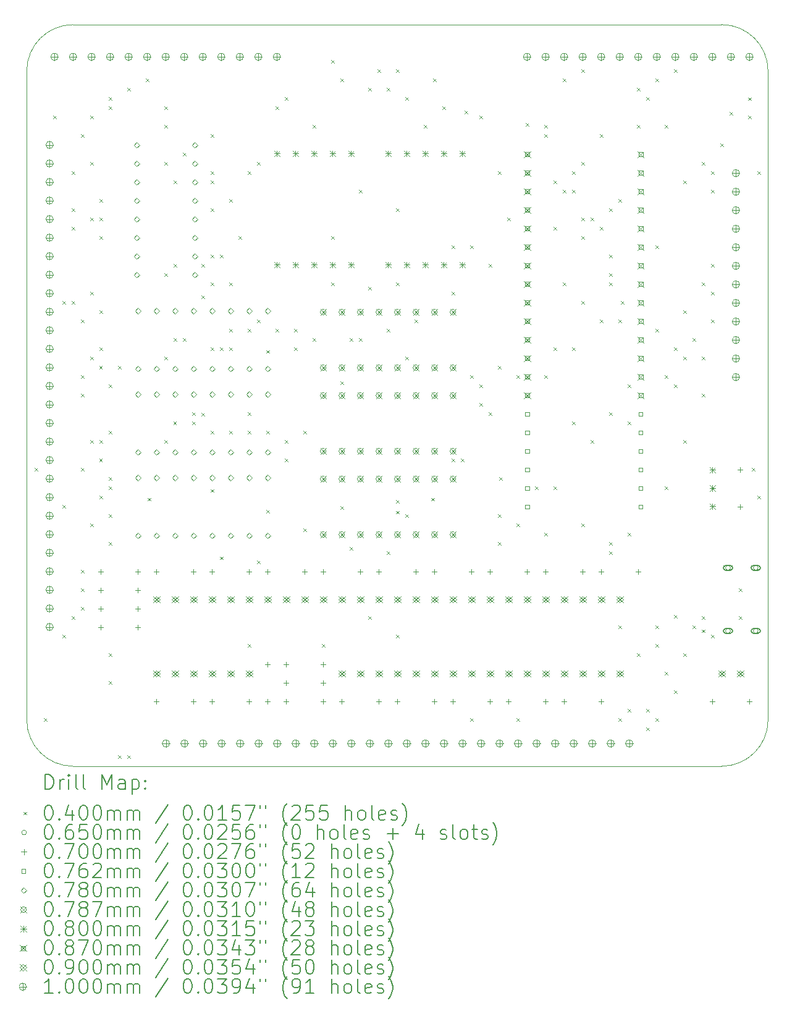
<source format=gbr>
%TF.GenerationSoftware,KiCad,Pcbnew,(6.0.9)*%
%TF.CreationDate,2025-06-18T12:34:04-04:00*%
%TF.ProjectId,Motherboard,4d6f7468-6572-4626-9f61-72642e6b6963,1*%
%TF.SameCoordinates,Original*%
%TF.FileFunction,Drillmap*%
%TF.FilePolarity,Positive*%
%FSLAX45Y45*%
G04 Gerber Fmt 4.5, Leading zero omitted, Abs format (unit mm)*
G04 Created by KiCad (PCBNEW (6.0.9)) date 2025-06-18 12:34:04*
%MOMM*%
%LPD*%
G01*
G04 APERTURE LIST*
%ADD10C,0.100000*%
%ADD11C,0.200000*%
%ADD12C,0.040000*%
%ADD13C,0.065000*%
%ADD14C,0.070000*%
%ADD15C,0.076200*%
%ADD16C,0.078000*%
%ADD17C,0.078740*%
%ADD18C,0.080000*%
%ADD19C,0.087000*%
%ADD20C,0.090000*%
G04 APERTURE END LIST*
D10*
X3556000Y-5461000D02*
X3556000Y-14351000D01*
X4191000Y-4826000D02*
G75*
G03*
X3556000Y-5461000I0J-635000D01*
G01*
X13081000Y-14986000D02*
G75*
G03*
X13716000Y-14351000I0J635000D01*
G01*
X13716000Y-5461000D02*
G75*
G03*
X13081000Y-4826000I-635000J0D01*
G01*
X13716000Y-14351000D02*
X13716000Y-5461000D01*
X4191000Y-14986000D02*
X13081000Y-14986000D01*
X3556000Y-14351000D02*
G75*
G03*
X4191000Y-14986000I635000J0D01*
G01*
X13081000Y-4826000D02*
X4191000Y-4826000D01*
D11*
D12*
X3663000Y-10902000D02*
X3703000Y-10942000D01*
X3703000Y-10902000D02*
X3663000Y-10942000D01*
X3790000Y-14331000D02*
X3830000Y-14371000D01*
X3830000Y-14331000D02*
X3790000Y-14371000D01*
X3917000Y-6076000D02*
X3957000Y-6116000D01*
X3957000Y-6076000D02*
X3917000Y-6116000D01*
X4044000Y-8616000D02*
X4084000Y-8656000D01*
X4084000Y-8616000D02*
X4044000Y-8656000D01*
X4044000Y-11410000D02*
X4084000Y-11450000D01*
X4084000Y-11410000D02*
X4044000Y-11450000D01*
X4044000Y-13188000D02*
X4084000Y-13228000D01*
X4084000Y-13188000D02*
X4044000Y-13228000D01*
X4171000Y-6838000D02*
X4211000Y-6878000D01*
X4211000Y-6838000D02*
X4171000Y-6878000D01*
X4171000Y-7346000D02*
X4211000Y-7386000D01*
X4211000Y-7346000D02*
X4171000Y-7386000D01*
X4171000Y-7600000D02*
X4211000Y-7640000D01*
X4211000Y-7600000D02*
X4171000Y-7640000D01*
X4171000Y-8616000D02*
X4211000Y-8656000D01*
X4211000Y-8616000D02*
X4171000Y-8656000D01*
X4171000Y-12934000D02*
X4211000Y-12974000D01*
X4211000Y-12934000D02*
X4171000Y-12974000D01*
X4298000Y-6330000D02*
X4338000Y-6370000D01*
X4338000Y-6330000D02*
X4298000Y-6370000D01*
X4298000Y-8870000D02*
X4338000Y-8910000D01*
X4338000Y-8870000D02*
X4298000Y-8910000D01*
X4298000Y-9632000D02*
X4338000Y-9672000D01*
X4338000Y-9632000D02*
X4298000Y-9672000D01*
X4298000Y-9886000D02*
X4338000Y-9926000D01*
X4338000Y-9886000D02*
X4298000Y-9926000D01*
X4298000Y-10902000D02*
X4338000Y-10942000D01*
X4338000Y-10902000D02*
X4298000Y-10942000D01*
X4298000Y-12299000D02*
X4338000Y-12339000D01*
X4338000Y-12299000D02*
X4298000Y-12339000D01*
X4298000Y-12553000D02*
X4338000Y-12593000D01*
X4338000Y-12553000D02*
X4298000Y-12593000D01*
X4298000Y-12807000D02*
X4338000Y-12847000D01*
X4338000Y-12807000D02*
X4298000Y-12847000D01*
X4425000Y-6076000D02*
X4465000Y-6116000D01*
X4465000Y-6076000D02*
X4425000Y-6116000D01*
X4425000Y-6711000D02*
X4465000Y-6751000D01*
X4465000Y-6711000D02*
X4425000Y-6751000D01*
X4425000Y-7473000D02*
X4465000Y-7513000D01*
X4465000Y-7473000D02*
X4425000Y-7513000D01*
X4425000Y-8489000D02*
X4465000Y-8529000D01*
X4465000Y-8489000D02*
X4425000Y-8529000D01*
X4425000Y-9378000D02*
X4465000Y-9418000D01*
X4465000Y-9378000D02*
X4425000Y-9418000D01*
X4425000Y-10521000D02*
X4465000Y-10561000D01*
X4465000Y-10521000D02*
X4425000Y-10561000D01*
X4425000Y-11664000D02*
X4465000Y-11704000D01*
X4465000Y-11664000D02*
X4425000Y-11704000D01*
X4549000Y-9502000D02*
X4589000Y-9542000D01*
X4589000Y-9502000D02*
X4549000Y-9542000D01*
X4549000Y-10772000D02*
X4589000Y-10812000D01*
X4589000Y-10772000D02*
X4549000Y-10812000D01*
X4552000Y-7219000D02*
X4592000Y-7259000D01*
X4592000Y-7219000D02*
X4552000Y-7259000D01*
X4552000Y-7473000D02*
X4592000Y-7513000D01*
X4592000Y-7473000D02*
X4552000Y-7513000D01*
X4552000Y-7727000D02*
X4592000Y-7767000D01*
X4592000Y-7727000D02*
X4552000Y-7767000D01*
X4552000Y-8743000D02*
X4592000Y-8783000D01*
X4592000Y-8743000D02*
X4552000Y-8783000D01*
X4552000Y-9251000D02*
X4592000Y-9291000D01*
X4592000Y-9251000D02*
X4552000Y-9291000D01*
X4552000Y-10521000D02*
X4592000Y-10561000D01*
X4592000Y-10521000D02*
X4552000Y-10561000D01*
X4552000Y-11283000D02*
X4592000Y-11323000D01*
X4592000Y-11283000D02*
X4552000Y-11323000D01*
X4679000Y-5822000D02*
X4719000Y-5862000D01*
X4719000Y-5822000D02*
X4679000Y-5862000D01*
X4679000Y-5949000D02*
X4719000Y-5989000D01*
X4719000Y-5949000D02*
X4679000Y-5989000D01*
X4679000Y-9759000D02*
X4719000Y-9799000D01*
X4719000Y-9759000D02*
X4679000Y-9799000D01*
X4679000Y-10394000D02*
X4719000Y-10434000D01*
X4719000Y-10394000D02*
X4679000Y-10434000D01*
X4679000Y-11029000D02*
X4719000Y-11069000D01*
X4719000Y-11029000D02*
X4679000Y-11069000D01*
X4679000Y-11156000D02*
X4719000Y-11196000D01*
X4719000Y-11156000D02*
X4679000Y-11196000D01*
X4679000Y-11537000D02*
X4719000Y-11577000D01*
X4719000Y-11537000D02*
X4679000Y-11577000D01*
X4679000Y-11918000D02*
X4719000Y-11958000D01*
X4719000Y-11918000D02*
X4679000Y-11958000D01*
X4679000Y-13442000D02*
X4719000Y-13482000D01*
X4719000Y-13442000D02*
X4679000Y-13482000D01*
X4679000Y-13823000D02*
X4719000Y-13863000D01*
X4719000Y-13823000D02*
X4679000Y-13863000D01*
X4806000Y-9505000D02*
X4846000Y-9545000D01*
X4846000Y-9505000D02*
X4806000Y-9545000D01*
X4806000Y-14839000D02*
X4846000Y-14879000D01*
X4846000Y-14839000D02*
X4806000Y-14879000D01*
X4933000Y-5695000D02*
X4973000Y-5735000D01*
X4973000Y-5695000D02*
X4933000Y-5735000D01*
X4933000Y-14839000D02*
X4973000Y-14879000D01*
X4973000Y-14839000D02*
X4933000Y-14879000D01*
X5187000Y-5568000D02*
X5227000Y-5608000D01*
X5227000Y-5568000D02*
X5187000Y-5608000D01*
X5212600Y-11308600D02*
X5252600Y-11348600D01*
X5252600Y-11308600D02*
X5212600Y-11348600D01*
X5441000Y-5949000D02*
X5481000Y-5989000D01*
X5481000Y-5949000D02*
X5441000Y-5989000D01*
X5441000Y-6203000D02*
X5481000Y-6243000D01*
X5481000Y-6203000D02*
X5441000Y-6243000D01*
X5441000Y-6711000D02*
X5481000Y-6751000D01*
X5481000Y-6711000D02*
X5441000Y-6751000D01*
X5441000Y-8235000D02*
X5481000Y-8275000D01*
X5481000Y-8235000D02*
X5441000Y-8275000D01*
X5441000Y-9378000D02*
X5481000Y-9418000D01*
X5481000Y-9378000D02*
X5441000Y-9418000D01*
X5441000Y-10521000D02*
X5481000Y-10561000D01*
X5481000Y-10521000D02*
X5441000Y-10561000D01*
X5565000Y-10264000D02*
X5605000Y-10304000D01*
X5605000Y-10264000D02*
X5565000Y-10304000D01*
X5568000Y-6965000D02*
X5608000Y-7005000D01*
X5608000Y-6965000D02*
X5568000Y-7005000D01*
X5568000Y-8108000D02*
X5608000Y-8148000D01*
X5608000Y-8108000D02*
X5568000Y-8148000D01*
X5568000Y-9124000D02*
X5608000Y-9164000D01*
X5608000Y-9124000D02*
X5568000Y-9164000D01*
X5695000Y-6581000D02*
X5735000Y-6621000D01*
X5735000Y-6581000D02*
X5695000Y-6621000D01*
X5695000Y-9124000D02*
X5735000Y-9164000D01*
X5735000Y-9124000D02*
X5695000Y-9164000D01*
X5822000Y-10140000D02*
X5862000Y-10180000D01*
X5862000Y-10140000D02*
X5822000Y-10180000D01*
X5822000Y-10267000D02*
X5862000Y-10307000D01*
X5862000Y-10267000D02*
X5822000Y-10307000D01*
X5949000Y-8108000D02*
X5989000Y-8148000D01*
X5989000Y-8108000D02*
X5949000Y-8148000D01*
X5949000Y-8534000D02*
X5989000Y-8574000D01*
X5989000Y-8534000D02*
X5949000Y-8574000D01*
X5951500Y-10142500D02*
X5991500Y-10182500D01*
X5991500Y-10142500D02*
X5951500Y-10182500D01*
X6076000Y-6330000D02*
X6116000Y-6370000D01*
X6116000Y-6330000D02*
X6076000Y-6370000D01*
X6076000Y-6838000D02*
X6116000Y-6878000D01*
X6116000Y-6838000D02*
X6076000Y-6878000D01*
X6076000Y-6965000D02*
X6116000Y-7005000D01*
X6116000Y-6965000D02*
X6076000Y-7005000D01*
X6076000Y-7346000D02*
X6116000Y-7386000D01*
X6116000Y-7346000D02*
X6076000Y-7386000D01*
X6076000Y-7981000D02*
X6116000Y-8021000D01*
X6116000Y-7981000D02*
X6076000Y-8021000D01*
X6076000Y-8362000D02*
X6116000Y-8402000D01*
X6116000Y-8362000D02*
X6076000Y-8402000D01*
X6076000Y-9251000D02*
X6116000Y-9291000D01*
X6116000Y-9251000D02*
X6076000Y-9291000D01*
X6076000Y-10394000D02*
X6116000Y-10434000D01*
X6116000Y-10394000D02*
X6076000Y-10434000D01*
X6076000Y-11191150D02*
X6116000Y-11231150D01*
X6116000Y-11191150D02*
X6076000Y-11231150D01*
X6203000Y-7981000D02*
X6243000Y-8021000D01*
X6243000Y-7981000D02*
X6203000Y-8021000D01*
X6203000Y-9251000D02*
X6243000Y-9291000D01*
X6243000Y-9251000D02*
X6203000Y-9291000D01*
X6203000Y-12114450D02*
X6243000Y-12154450D01*
X6243000Y-12114450D02*
X6203000Y-12154450D01*
X6330000Y-7219000D02*
X6370000Y-7259000D01*
X6370000Y-7219000D02*
X6330000Y-7259000D01*
X6330000Y-8362000D02*
X6370000Y-8402000D01*
X6370000Y-8362000D02*
X6330000Y-8402000D01*
X6330000Y-8997000D02*
X6370000Y-9037000D01*
X6370000Y-8997000D02*
X6330000Y-9037000D01*
X6330000Y-9251000D02*
X6370000Y-9291000D01*
X6370000Y-9251000D02*
X6330000Y-9291000D01*
X6330000Y-10394000D02*
X6370000Y-10434000D01*
X6370000Y-10394000D02*
X6330000Y-10434000D01*
X6457000Y-7727000D02*
X6497000Y-7767000D01*
X6497000Y-7727000D02*
X6457000Y-7767000D01*
X6584000Y-6838000D02*
X6624000Y-6878000D01*
X6624000Y-6838000D02*
X6584000Y-6878000D01*
X6584000Y-8997000D02*
X6624000Y-9037000D01*
X6624000Y-8997000D02*
X6584000Y-9037000D01*
X6584000Y-10140000D02*
X6624000Y-10180000D01*
X6624000Y-10140000D02*
X6584000Y-10180000D01*
X6584000Y-10394000D02*
X6624000Y-10434000D01*
X6624000Y-10394000D02*
X6584000Y-10434000D01*
X6584000Y-13315000D02*
X6624000Y-13355000D01*
X6624000Y-13315000D02*
X6584000Y-13355000D01*
X6711000Y-6711000D02*
X6751000Y-6751000D01*
X6751000Y-6711000D02*
X6711000Y-6751000D01*
X6711000Y-8870000D02*
X6751000Y-8910000D01*
X6751000Y-8870000D02*
X6711000Y-8910000D01*
X6711000Y-12172000D02*
X6751000Y-12212000D01*
X6751000Y-12172000D02*
X6711000Y-12212000D01*
X6838000Y-9286450D02*
X6878000Y-9326450D01*
X6878000Y-9286450D02*
X6838000Y-9326450D01*
X6838000Y-10394000D02*
X6878000Y-10434000D01*
X6878000Y-10394000D02*
X6838000Y-10434000D01*
X6838000Y-11473500D02*
X6878000Y-11513500D01*
X6878000Y-11473500D02*
X6838000Y-11513500D01*
X6965000Y-5949000D02*
X7005000Y-5989000D01*
X7005000Y-5949000D02*
X6965000Y-5989000D01*
X6965000Y-8997000D02*
X7005000Y-9037000D01*
X7005000Y-8997000D02*
X6965000Y-9037000D01*
X7092000Y-5822000D02*
X7132000Y-5862000D01*
X7132000Y-5822000D02*
X7092000Y-5862000D01*
X7092000Y-10521000D02*
X7132000Y-10561000D01*
X7132000Y-10521000D02*
X7092000Y-10561000D01*
X7092000Y-10775000D02*
X7132000Y-10815000D01*
X7132000Y-10775000D02*
X7092000Y-10815000D01*
X7219000Y-8997000D02*
X7259000Y-9037000D01*
X7259000Y-8997000D02*
X7219000Y-9037000D01*
X7219000Y-9251000D02*
X7259000Y-9291000D01*
X7259000Y-9251000D02*
X7219000Y-9291000D01*
X7346000Y-10394000D02*
X7386000Y-10434000D01*
X7386000Y-10394000D02*
X7346000Y-10434000D01*
X7346000Y-11727500D02*
X7386000Y-11767500D01*
X7386000Y-11727500D02*
X7346000Y-11767500D01*
X7473000Y-6203000D02*
X7513000Y-6243000D01*
X7513000Y-6203000D02*
X7473000Y-6243000D01*
X7473000Y-9124000D02*
X7513000Y-9164000D01*
X7513000Y-9124000D02*
X7473000Y-9164000D01*
X7600000Y-13315000D02*
X7640000Y-13355000D01*
X7640000Y-13315000D02*
X7600000Y-13355000D01*
X7727000Y-5314000D02*
X7767000Y-5354000D01*
X7767000Y-5314000D02*
X7727000Y-5354000D01*
X7727000Y-7727000D02*
X7767000Y-7767000D01*
X7767000Y-7727000D02*
X7727000Y-7767000D01*
X7727000Y-8362000D02*
X7767000Y-8402000D01*
X7767000Y-8362000D02*
X7727000Y-8402000D01*
X7854000Y-5568000D02*
X7894000Y-5608000D01*
X7894000Y-5568000D02*
X7854000Y-5608000D01*
X7854000Y-9714000D02*
X7894000Y-9754000D01*
X7894000Y-9714000D02*
X7854000Y-9754000D01*
X7854000Y-11426050D02*
X7894000Y-11466050D01*
X7894000Y-11426050D02*
X7854000Y-11466050D01*
X7981000Y-9124000D02*
X8021000Y-9164000D01*
X8021000Y-9124000D02*
X7981000Y-9164000D01*
X7981000Y-11981500D02*
X8021000Y-12021500D01*
X8021000Y-11981500D02*
X7981000Y-12021500D01*
X8108000Y-7092000D02*
X8148000Y-7132000D01*
X8148000Y-7092000D02*
X8108000Y-7132000D01*
X8108000Y-9124000D02*
X8148000Y-9164000D01*
X8148000Y-9124000D02*
X8108000Y-9164000D01*
X8235000Y-5695000D02*
X8275000Y-5735000D01*
X8275000Y-5695000D02*
X8235000Y-5735000D01*
X8235000Y-8416550D02*
X8275000Y-8456550D01*
X8275000Y-8416550D02*
X8235000Y-8456550D01*
X8235000Y-12934000D02*
X8275000Y-12974000D01*
X8275000Y-12934000D02*
X8235000Y-12974000D01*
X8362000Y-5441000D02*
X8402000Y-5481000D01*
X8402000Y-5441000D02*
X8362000Y-5481000D01*
X8489000Y-5695000D02*
X8529000Y-5735000D01*
X8529000Y-5695000D02*
X8489000Y-5735000D01*
X8489000Y-8997000D02*
X8529000Y-9037000D01*
X8529000Y-8997000D02*
X8489000Y-9037000D01*
X8489000Y-12045000D02*
X8529000Y-12085000D01*
X8529000Y-12045000D02*
X8489000Y-12085000D01*
X8616000Y-5441000D02*
X8656000Y-5481000D01*
X8656000Y-5441000D02*
X8616000Y-5481000D01*
X8616000Y-7346000D02*
X8656000Y-7386000D01*
X8656000Y-7346000D02*
X8616000Y-7386000D01*
X8616000Y-8362000D02*
X8656000Y-8402000D01*
X8656000Y-8362000D02*
X8616000Y-8402000D01*
X8616000Y-11337550D02*
X8656000Y-11377550D01*
X8656000Y-11337550D02*
X8616000Y-11377550D01*
X8616000Y-11486280D02*
X8656000Y-11526280D01*
X8656000Y-11486280D02*
X8616000Y-11526280D01*
X8616000Y-13188000D02*
X8656000Y-13228000D01*
X8656000Y-13188000D02*
X8616000Y-13228000D01*
X8743000Y-5822000D02*
X8783000Y-5862000D01*
X8783000Y-5822000D02*
X8743000Y-5862000D01*
X8743000Y-9378000D02*
X8783000Y-9418000D01*
X8783000Y-9378000D02*
X8743000Y-9418000D01*
X8743000Y-11537000D02*
X8783000Y-11577000D01*
X8783000Y-11537000D02*
X8743000Y-11577000D01*
X8870000Y-8870000D02*
X8910000Y-8910000D01*
X8910000Y-8870000D02*
X8870000Y-8910000D01*
X8997000Y-6203000D02*
X9037000Y-6243000D01*
X9037000Y-6203000D02*
X8997000Y-6243000D01*
X9098400Y-11308600D02*
X9138400Y-11348600D01*
X9138400Y-11308600D02*
X9098400Y-11348600D01*
X9124000Y-5568000D02*
X9164000Y-5608000D01*
X9164000Y-5568000D02*
X9124000Y-5608000D01*
X9251000Y-5949000D02*
X9291000Y-5989000D01*
X9291000Y-5949000D02*
X9251000Y-5989000D01*
X9378000Y-7854000D02*
X9418000Y-7894000D01*
X9418000Y-7854000D02*
X9378000Y-7894000D01*
X9378000Y-8489000D02*
X9418000Y-8529000D01*
X9418000Y-8489000D02*
X9378000Y-8529000D01*
X9378000Y-10775000D02*
X9418000Y-10815000D01*
X9418000Y-10775000D02*
X9378000Y-10815000D01*
X9505000Y-10775000D02*
X9545000Y-10815000D01*
X9545000Y-10775000D02*
X9505000Y-10815000D01*
X9559500Y-6003500D02*
X9599500Y-6043500D01*
X9599500Y-6003500D02*
X9559500Y-6043500D01*
X9632000Y-7854000D02*
X9672000Y-7894000D01*
X9672000Y-7854000D02*
X9632000Y-7894000D01*
X9632000Y-9632000D02*
X9672000Y-9672000D01*
X9672000Y-9632000D02*
X9632000Y-9672000D01*
X9632000Y-14331000D02*
X9672000Y-14371000D01*
X9672000Y-14331000D02*
X9632000Y-14371000D01*
X9759000Y-6076000D02*
X9799000Y-6116000D01*
X9799000Y-6076000D02*
X9759000Y-6116000D01*
X9759000Y-9759000D02*
X9799000Y-9799000D01*
X9799000Y-9759000D02*
X9759000Y-9799000D01*
X9759000Y-10013000D02*
X9799000Y-10053000D01*
X9799000Y-10013000D02*
X9759000Y-10053000D01*
X9886000Y-8108000D02*
X9926000Y-8148000D01*
X9926000Y-8108000D02*
X9886000Y-8148000D01*
X9886000Y-10140000D02*
X9926000Y-10180000D01*
X9926000Y-10140000D02*
X9886000Y-10180000D01*
X10013000Y-6838000D02*
X10053000Y-6878000D01*
X10053000Y-6838000D02*
X10013000Y-6878000D01*
X10013000Y-9505000D02*
X10053000Y-9545000D01*
X10053000Y-9505000D02*
X10013000Y-9545000D01*
X10013000Y-11537000D02*
X10053000Y-11577000D01*
X10053000Y-11537000D02*
X10013000Y-11577000D01*
X10013000Y-11918000D02*
X10053000Y-11958000D01*
X10053000Y-11918000D02*
X10013000Y-11958000D01*
X10030950Y-11029000D02*
X10070950Y-11069000D01*
X10070950Y-11029000D02*
X10030950Y-11069000D01*
X10140000Y-7473000D02*
X10180000Y-7513000D01*
X10180000Y-7473000D02*
X10140000Y-7513000D01*
X10265525Y-9632000D02*
X10305525Y-9672000D01*
X10305525Y-9632000D02*
X10265525Y-9672000D01*
X10267000Y-11664000D02*
X10307000Y-11704000D01*
X10307000Y-11664000D02*
X10267000Y-11704000D01*
X10267000Y-14331000D02*
X10307000Y-14371000D01*
X10307000Y-14331000D02*
X10267000Y-14371000D01*
X10394000Y-6175550D02*
X10434000Y-6215550D01*
X10434000Y-6175550D02*
X10394000Y-6215550D01*
X10523975Y-11156000D02*
X10563975Y-11196000D01*
X10563975Y-11156000D02*
X10523975Y-11196000D01*
X10648000Y-6203000D02*
X10688000Y-6243000D01*
X10688000Y-6203000D02*
X10648000Y-6243000D01*
X10648000Y-6330000D02*
X10688000Y-6370000D01*
X10688000Y-6330000D02*
X10648000Y-6370000D01*
X10648000Y-9632000D02*
X10688000Y-9672000D01*
X10688000Y-9632000D02*
X10648000Y-9672000D01*
X10648000Y-11791000D02*
X10688000Y-11831000D01*
X10688000Y-11791000D02*
X10648000Y-11831000D01*
X10775000Y-6965000D02*
X10815000Y-7005000D01*
X10815000Y-6965000D02*
X10775000Y-7005000D01*
X10775000Y-7600000D02*
X10815000Y-7640000D01*
X10815000Y-7600000D02*
X10775000Y-7640000D01*
X10775000Y-9251000D02*
X10815000Y-9291000D01*
X10815000Y-9251000D02*
X10775000Y-9291000D01*
X10775000Y-11156000D02*
X10815000Y-11196000D01*
X10815000Y-11156000D02*
X10775000Y-11196000D01*
X10902000Y-5568000D02*
X10942000Y-5608000D01*
X10942000Y-5568000D02*
X10902000Y-5608000D01*
X10902000Y-7092000D02*
X10942000Y-7132000D01*
X10942000Y-7092000D02*
X10902000Y-7132000D01*
X10902000Y-8362000D02*
X10942000Y-8402000D01*
X10942000Y-8362000D02*
X10902000Y-8402000D01*
X11029000Y-6838000D02*
X11069000Y-6878000D01*
X11069000Y-6838000D02*
X11029000Y-6878000D01*
X11029000Y-7092000D02*
X11069000Y-7132000D01*
X11069000Y-7092000D02*
X11029000Y-7132000D01*
X11029000Y-9251000D02*
X11069000Y-9291000D01*
X11069000Y-9251000D02*
X11029000Y-9291000D01*
X11029000Y-10267000D02*
X11069000Y-10307000D01*
X11069000Y-10267000D02*
X11029000Y-10307000D01*
X11156000Y-5441000D02*
X11196000Y-5481000D01*
X11196000Y-5441000D02*
X11156000Y-5481000D01*
X11156000Y-6711000D02*
X11196000Y-6751000D01*
X11196000Y-6711000D02*
X11156000Y-6751000D01*
X11156000Y-7473000D02*
X11196000Y-7513000D01*
X11196000Y-7473000D02*
X11156000Y-7513000D01*
X11156000Y-7727000D02*
X11196000Y-7767000D01*
X11196000Y-7727000D02*
X11156000Y-7767000D01*
X11156000Y-8616000D02*
X11196000Y-8656000D01*
X11196000Y-8616000D02*
X11156000Y-8656000D01*
X11156000Y-11664000D02*
X11196000Y-11704000D01*
X11196000Y-11664000D02*
X11156000Y-11704000D01*
X11283000Y-7473000D02*
X11323000Y-7513000D01*
X11323000Y-7473000D02*
X11283000Y-7513000D01*
X11283000Y-10521000D02*
X11323000Y-10561000D01*
X11323000Y-10521000D02*
X11283000Y-10561000D01*
X11410000Y-6330000D02*
X11450000Y-6370000D01*
X11450000Y-6330000D02*
X11410000Y-6370000D01*
X11410000Y-7600000D02*
X11450000Y-7640000D01*
X11450000Y-7600000D02*
X11410000Y-7640000D01*
X11410000Y-8870000D02*
X11450000Y-8910000D01*
X11450000Y-8870000D02*
X11410000Y-8910000D01*
X11537000Y-7346000D02*
X11577000Y-7386000D01*
X11577000Y-7346000D02*
X11537000Y-7386000D01*
X11537000Y-7981000D02*
X11577000Y-8021000D01*
X11577000Y-7981000D02*
X11537000Y-8021000D01*
X11537000Y-8235000D02*
X11577000Y-8275000D01*
X11577000Y-8235000D02*
X11537000Y-8275000D01*
X11537000Y-8362000D02*
X11577000Y-8402000D01*
X11577000Y-8362000D02*
X11537000Y-8402000D01*
X11537000Y-10140000D02*
X11577000Y-10180000D01*
X11577000Y-10140000D02*
X11537000Y-10180000D01*
X11537000Y-11918000D02*
X11577000Y-11958000D01*
X11577000Y-11918000D02*
X11537000Y-11958000D01*
X11537000Y-12045000D02*
X11577000Y-12085000D01*
X11577000Y-12045000D02*
X11537000Y-12085000D01*
X11664000Y-7219000D02*
X11704000Y-7259000D01*
X11704000Y-7219000D02*
X11664000Y-7259000D01*
X11664000Y-8870000D02*
X11704000Y-8910000D01*
X11704000Y-8870000D02*
X11664000Y-8910000D01*
X11664000Y-13061000D02*
X11704000Y-13101000D01*
X11704000Y-13061000D02*
X11664000Y-13101000D01*
X11664000Y-14331000D02*
X11704000Y-14371000D01*
X11704000Y-14331000D02*
X11664000Y-14371000D01*
X11701000Y-8616000D02*
X11741000Y-8656000D01*
X11741000Y-8616000D02*
X11701000Y-8656000D01*
X11791000Y-9759000D02*
X11831000Y-9799000D01*
X11831000Y-9759000D02*
X11791000Y-9799000D01*
X11791000Y-10267000D02*
X11831000Y-10307000D01*
X11831000Y-10267000D02*
X11791000Y-10307000D01*
X11791000Y-11791000D02*
X11831000Y-11831000D01*
X11831000Y-11791000D02*
X11791000Y-11831000D01*
X11791000Y-14204000D02*
X11831000Y-14244000D01*
X11831000Y-14204000D02*
X11791000Y-14244000D01*
X11916500Y-5693500D02*
X11956500Y-5733500D01*
X11956500Y-5693500D02*
X11916500Y-5733500D01*
X11918000Y-6203000D02*
X11958000Y-6243000D01*
X11958000Y-6203000D02*
X11918000Y-6243000D01*
X11918000Y-13442000D02*
X11958000Y-13482000D01*
X11958000Y-13442000D02*
X11918000Y-13482000D01*
X12045000Y-5822000D02*
X12085000Y-5862000D01*
X12085000Y-5822000D02*
X12045000Y-5862000D01*
X12045000Y-14204000D02*
X12085000Y-14244000D01*
X12085000Y-14204000D02*
X12045000Y-14244000D01*
X12045000Y-14458000D02*
X12085000Y-14498000D01*
X12085000Y-14458000D02*
X12045000Y-14498000D01*
X12172000Y-5568000D02*
X12212000Y-5608000D01*
X12212000Y-5568000D02*
X12172000Y-5608000D01*
X12172000Y-7854000D02*
X12212000Y-7894000D01*
X12212000Y-7854000D02*
X12172000Y-7894000D01*
X12172000Y-8997000D02*
X12212000Y-9037000D01*
X12212000Y-8997000D02*
X12172000Y-9037000D01*
X12172000Y-13061000D02*
X12212000Y-13101000D01*
X12212000Y-13061000D02*
X12172000Y-13101000D01*
X12172000Y-13315000D02*
X12212000Y-13355000D01*
X12212000Y-13315000D02*
X12172000Y-13355000D01*
X12172000Y-14331000D02*
X12212000Y-14371000D01*
X12212000Y-14331000D02*
X12172000Y-14371000D01*
X12299000Y-6203000D02*
X12339000Y-6243000D01*
X12339000Y-6203000D02*
X12299000Y-6243000D01*
X12299000Y-9632000D02*
X12339000Y-9672000D01*
X12339000Y-9632000D02*
X12299000Y-9672000D01*
X12299000Y-11156000D02*
X12339000Y-11196000D01*
X12339000Y-11156000D02*
X12299000Y-11196000D01*
X12299000Y-13696000D02*
X12339000Y-13736000D01*
X12339000Y-13696000D02*
X12299000Y-13736000D01*
X12426000Y-5441000D02*
X12466000Y-5481000D01*
X12466000Y-5441000D02*
X12426000Y-5481000D01*
X12426000Y-9251000D02*
X12466000Y-9291000D01*
X12466000Y-9251000D02*
X12426000Y-9291000D01*
X12426000Y-9759000D02*
X12466000Y-9799000D01*
X12466000Y-9759000D02*
X12426000Y-9799000D01*
X12426000Y-12916050D02*
X12466000Y-12956050D01*
X12466000Y-12916050D02*
X12426000Y-12956050D01*
X12426000Y-13950000D02*
X12466000Y-13990000D01*
X12466000Y-13950000D02*
X12426000Y-13990000D01*
X12553000Y-6965000D02*
X12593000Y-7005000D01*
X12593000Y-6965000D02*
X12553000Y-7005000D01*
X12553000Y-8743000D02*
X12593000Y-8783000D01*
X12593000Y-8743000D02*
X12553000Y-8783000D01*
X12553000Y-9378000D02*
X12593000Y-9418000D01*
X12593000Y-9378000D02*
X12553000Y-9418000D01*
X12553000Y-10521000D02*
X12593000Y-10561000D01*
X12593000Y-10521000D02*
X12553000Y-10561000D01*
X12553000Y-13442000D02*
X12593000Y-13482000D01*
X12593000Y-13442000D02*
X12553000Y-13482000D01*
X12680000Y-9124000D02*
X12720000Y-9164000D01*
X12720000Y-9124000D02*
X12680000Y-9164000D01*
X12680000Y-13061000D02*
X12720000Y-13101000D01*
X12720000Y-13061000D02*
X12680000Y-13101000D01*
X12807000Y-6711000D02*
X12847000Y-6751000D01*
X12847000Y-6711000D02*
X12807000Y-6751000D01*
X12807000Y-8362000D02*
X12847000Y-8402000D01*
X12847000Y-8362000D02*
X12807000Y-8402000D01*
X12807000Y-9378000D02*
X12847000Y-9418000D01*
X12847000Y-9378000D02*
X12807000Y-9418000D01*
X12807000Y-9886000D02*
X12847000Y-9926000D01*
X12847000Y-9886000D02*
X12807000Y-9926000D01*
X12807000Y-12934000D02*
X12847000Y-12974000D01*
X12847000Y-12934000D02*
X12807000Y-12974000D01*
X12807000Y-13112000D02*
X12847000Y-13152000D01*
X12847000Y-13112000D02*
X12807000Y-13152000D01*
X12934000Y-6838000D02*
X12974000Y-6878000D01*
X12974000Y-6838000D02*
X12934000Y-6878000D01*
X12934000Y-7092000D02*
X12974000Y-7132000D01*
X12974000Y-7092000D02*
X12934000Y-7132000D01*
X12934000Y-8108000D02*
X12974000Y-8148000D01*
X12974000Y-8108000D02*
X12934000Y-8148000D01*
X12934000Y-8489000D02*
X12974000Y-8529000D01*
X12974000Y-8489000D02*
X12934000Y-8529000D01*
X12934000Y-8870000D02*
X12974000Y-8910000D01*
X12974000Y-8870000D02*
X12934000Y-8910000D01*
X12934000Y-13188000D02*
X12974000Y-13228000D01*
X12974000Y-13188000D02*
X12934000Y-13228000D01*
X13061000Y-6457000D02*
X13101000Y-6497000D01*
X13101000Y-6457000D02*
X13061000Y-6497000D01*
X13188000Y-6021450D02*
X13228000Y-6061450D01*
X13228000Y-6021450D02*
X13188000Y-6061450D01*
X13315000Y-12553000D02*
X13355000Y-12593000D01*
X13355000Y-12553000D02*
X13315000Y-12593000D01*
X13315000Y-12934000D02*
X13355000Y-12974000D01*
X13355000Y-12934000D02*
X13315000Y-12974000D01*
X13440500Y-5823500D02*
X13480500Y-5863500D01*
X13480500Y-5823500D02*
X13440500Y-5863500D01*
X13442000Y-6076000D02*
X13482000Y-6116000D01*
X13482000Y-6076000D02*
X13442000Y-6116000D01*
X13496550Y-10902000D02*
X13536550Y-10942000D01*
X13536550Y-10902000D02*
X13496550Y-10942000D01*
X13569000Y-6838000D02*
X13609000Y-6878000D01*
X13609000Y-6838000D02*
X13569000Y-6878000D01*
X13569000Y-11283000D02*
X13609000Y-11323000D01*
X13609000Y-11283000D02*
X13569000Y-11323000D01*
D13*
X13199500Y-12268000D02*
G75*
G03*
X13199500Y-12268000I-32500J0D01*
G01*
D11*
X13137000Y-12300500D02*
X13197000Y-12300500D01*
X13137000Y-12235500D02*
X13197000Y-12235500D01*
X13197000Y-12300500D02*
G75*
G03*
X13197000Y-12235500I0J32500D01*
G01*
X13137000Y-12235500D02*
G75*
G03*
X13137000Y-12300500I0J-32500D01*
G01*
D13*
X13199500Y-13132000D02*
G75*
G03*
X13199500Y-13132000I-32500J0D01*
G01*
D11*
X13137000Y-13164500D02*
X13197000Y-13164500D01*
X13137000Y-13099500D02*
X13197000Y-13099500D01*
X13197000Y-13164500D02*
G75*
G03*
X13197000Y-13099500I0J32500D01*
G01*
X13137000Y-13099500D02*
G75*
G03*
X13137000Y-13164500I0J-32500D01*
G01*
D13*
X13579500Y-12268000D02*
G75*
G03*
X13579500Y-12268000I-32500J0D01*
G01*
D11*
X13517000Y-12300500D02*
X13577000Y-12300500D01*
X13517000Y-12235500D02*
X13577000Y-12235500D01*
X13577000Y-12300500D02*
G75*
G03*
X13577000Y-12235500I0J32500D01*
G01*
X13517000Y-12235500D02*
G75*
G03*
X13517000Y-12300500I0J-32500D01*
G01*
D13*
X13579500Y-13132000D02*
G75*
G03*
X13579500Y-13132000I-32500J0D01*
G01*
D11*
X13517000Y-13164500D02*
X13577000Y-13164500D01*
X13517000Y-13099500D02*
X13577000Y-13099500D01*
X13577000Y-13164500D02*
G75*
G03*
X13577000Y-13099500I0J32500D01*
G01*
X13517000Y-13099500D02*
G75*
G03*
X13517000Y-13164500I0J-32500D01*
G01*
D14*
X4572000Y-12284000D02*
X4572000Y-12354000D01*
X4537000Y-12319000D02*
X4607000Y-12319000D01*
X4572000Y-12538000D02*
X4572000Y-12608000D01*
X4537000Y-12573000D02*
X4607000Y-12573000D01*
X4572000Y-12792000D02*
X4572000Y-12862000D01*
X4537000Y-12827000D02*
X4607000Y-12827000D01*
X4572000Y-13046000D02*
X4572000Y-13116000D01*
X4537000Y-13081000D02*
X4607000Y-13081000D01*
X5080000Y-12284000D02*
X5080000Y-12354000D01*
X5045000Y-12319000D02*
X5115000Y-12319000D01*
X5080000Y-12538000D02*
X5080000Y-12608000D01*
X5045000Y-12573000D02*
X5115000Y-12573000D01*
X5080000Y-12792000D02*
X5080000Y-12862000D01*
X5045000Y-12827000D02*
X5115000Y-12827000D01*
X5080000Y-13046000D02*
X5080000Y-13116000D01*
X5045000Y-13081000D02*
X5115000Y-13081000D01*
X5334000Y-12284000D02*
X5334000Y-12354000D01*
X5299000Y-12319000D02*
X5369000Y-12319000D01*
X5334000Y-14062000D02*
X5334000Y-14132000D01*
X5299000Y-14097000D02*
X5369000Y-14097000D01*
X5842000Y-12284000D02*
X5842000Y-12354000D01*
X5807000Y-12319000D02*
X5877000Y-12319000D01*
X5842000Y-14062000D02*
X5842000Y-14132000D01*
X5807000Y-14097000D02*
X5877000Y-14097000D01*
X6096000Y-12284000D02*
X6096000Y-12354000D01*
X6061000Y-12319000D02*
X6131000Y-12319000D01*
X6096000Y-14062000D02*
X6096000Y-14132000D01*
X6061000Y-14097000D02*
X6131000Y-14097000D01*
X6604000Y-12284000D02*
X6604000Y-12354000D01*
X6569000Y-12319000D02*
X6639000Y-12319000D01*
X6604000Y-14062000D02*
X6604000Y-14132000D01*
X6569000Y-14097000D02*
X6639000Y-14097000D01*
X6858000Y-12284000D02*
X6858000Y-12354000D01*
X6823000Y-12319000D02*
X6893000Y-12319000D01*
X6858000Y-13554000D02*
X6858000Y-13624000D01*
X6823000Y-13589000D02*
X6893000Y-13589000D01*
X6858000Y-14062000D02*
X6858000Y-14132000D01*
X6823000Y-14097000D02*
X6893000Y-14097000D01*
X7112000Y-13554000D02*
X7112000Y-13624000D01*
X7077000Y-13589000D02*
X7147000Y-13589000D01*
X7112000Y-13808000D02*
X7112000Y-13878000D01*
X7077000Y-13843000D02*
X7147000Y-13843000D01*
X7112000Y-14062000D02*
X7112000Y-14132000D01*
X7077000Y-14097000D02*
X7147000Y-14097000D01*
X7366000Y-12284000D02*
X7366000Y-12354000D01*
X7331000Y-12319000D02*
X7401000Y-12319000D01*
X7620000Y-12284000D02*
X7620000Y-12354000D01*
X7585000Y-12319000D02*
X7655000Y-12319000D01*
X7620000Y-13554000D02*
X7620000Y-13624000D01*
X7585000Y-13589000D02*
X7655000Y-13589000D01*
X7620000Y-13808000D02*
X7620000Y-13878000D01*
X7585000Y-13843000D02*
X7655000Y-13843000D01*
X7620000Y-14062000D02*
X7620000Y-14132000D01*
X7585000Y-14097000D02*
X7655000Y-14097000D01*
X7874000Y-14062000D02*
X7874000Y-14132000D01*
X7839000Y-14097000D02*
X7909000Y-14097000D01*
X8128000Y-12284000D02*
X8128000Y-12354000D01*
X8093000Y-12319000D02*
X8163000Y-12319000D01*
X8382000Y-12284000D02*
X8382000Y-12354000D01*
X8347000Y-12319000D02*
X8417000Y-12319000D01*
X8382000Y-14062000D02*
X8382000Y-14132000D01*
X8347000Y-14097000D02*
X8417000Y-14097000D01*
X8636000Y-14062000D02*
X8636000Y-14132000D01*
X8601000Y-14097000D02*
X8671000Y-14097000D01*
X8890000Y-12284000D02*
X8890000Y-12354000D01*
X8855000Y-12319000D02*
X8925000Y-12319000D01*
X9144000Y-12284000D02*
X9144000Y-12354000D01*
X9109000Y-12319000D02*
X9179000Y-12319000D01*
X9144000Y-14062000D02*
X9144000Y-14132000D01*
X9109000Y-14097000D02*
X9179000Y-14097000D01*
X9398000Y-14062000D02*
X9398000Y-14132000D01*
X9363000Y-14097000D02*
X9433000Y-14097000D01*
X9652000Y-12284000D02*
X9652000Y-12354000D01*
X9617000Y-12319000D02*
X9687000Y-12319000D01*
X9906000Y-12284000D02*
X9906000Y-12354000D01*
X9871000Y-12319000D02*
X9941000Y-12319000D01*
X9906000Y-14062000D02*
X9906000Y-14132000D01*
X9871000Y-14097000D02*
X9941000Y-14097000D01*
X10160000Y-14062000D02*
X10160000Y-14132000D01*
X10125000Y-14097000D02*
X10195000Y-14097000D01*
X10414000Y-12284000D02*
X10414000Y-12354000D01*
X10379000Y-12319000D02*
X10449000Y-12319000D01*
X10668000Y-12284000D02*
X10668000Y-12354000D01*
X10633000Y-12319000D02*
X10703000Y-12319000D01*
X10668000Y-14062000D02*
X10668000Y-14132000D01*
X10633000Y-14097000D02*
X10703000Y-14097000D01*
X10922000Y-14062000D02*
X10922000Y-14132000D01*
X10887000Y-14097000D02*
X10957000Y-14097000D01*
X11176000Y-12284000D02*
X11176000Y-12354000D01*
X11141000Y-12319000D02*
X11211000Y-12319000D01*
X11430000Y-12284000D02*
X11430000Y-12354000D01*
X11395000Y-12319000D02*
X11465000Y-12319000D01*
X11430000Y-14062000D02*
X11430000Y-14132000D01*
X11395000Y-14097000D02*
X11465000Y-14097000D01*
X11938000Y-12284000D02*
X11938000Y-12354000D01*
X11903000Y-12319000D02*
X11973000Y-12319000D01*
X12954000Y-14062000D02*
X12954000Y-14132000D01*
X12919000Y-14097000D02*
X12989000Y-14097000D01*
X13335000Y-10887000D02*
X13335000Y-10957000D01*
X13300000Y-10922000D02*
X13370000Y-10922000D01*
X13335000Y-11395000D02*
X13335000Y-11465000D01*
X13300000Y-11430000D02*
X13370000Y-11430000D01*
X13462000Y-14062000D02*
X13462000Y-14132000D01*
X13427000Y-14097000D02*
X13497000Y-14097000D01*
D15*
X10442066Y-10186941D02*
X10442066Y-10133059D01*
X10388184Y-10133059D01*
X10388184Y-10186941D01*
X10442066Y-10186941D01*
X10442066Y-10440941D02*
X10442066Y-10387059D01*
X10388184Y-10387059D01*
X10388184Y-10440941D01*
X10442066Y-10440941D01*
X10442066Y-10694941D02*
X10442066Y-10641059D01*
X10388184Y-10641059D01*
X10388184Y-10694941D01*
X10442066Y-10694941D01*
X10442066Y-10948941D02*
X10442066Y-10895059D01*
X10388184Y-10895059D01*
X10388184Y-10948941D01*
X10442066Y-10948941D01*
X10442066Y-11202941D02*
X10442066Y-11149059D01*
X10388184Y-11149059D01*
X10388184Y-11202941D01*
X10442066Y-11202941D01*
X10442066Y-11456941D02*
X10442066Y-11403059D01*
X10388184Y-11403059D01*
X10388184Y-11456941D01*
X10442066Y-11456941D01*
X11997066Y-10186941D02*
X11997066Y-10133059D01*
X11943184Y-10133059D01*
X11943184Y-10186941D01*
X11997066Y-10186941D01*
X11997066Y-10440941D02*
X11997066Y-10387059D01*
X11943184Y-10387059D01*
X11943184Y-10440941D01*
X11997066Y-10440941D01*
X11997066Y-10694941D02*
X11997066Y-10641059D01*
X11943184Y-10641059D01*
X11943184Y-10694941D01*
X11997066Y-10694941D01*
X11997066Y-10948941D02*
X11997066Y-10895059D01*
X11943184Y-10895059D01*
X11943184Y-10948941D01*
X11997066Y-10948941D01*
X11997066Y-11202941D02*
X11997066Y-11149059D01*
X11943184Y-11149059D01*
X11943184Y-11202941D01*
X11997066Y-11202941D01*
X11997066Y-11456941D02*
X11997066Y-11403059D01*
X11943184Y-11403059D01*
X11943184Y-11456941D01*
X11997066Y-11456941D01*
D16*
X5064000Y-6516000D02*
X5103000Y-6477000D01*
X5064000Y-6438000D01*
X5025000Y-6477000D01*
X5064000Y-6516000D01*
X5064000Y-6770000D02*
X5103000Y-6731000D01*
X5064000Y-6692000D01*
X5025000Y-6731000D01*
X5064000Y-6770000D01*
X5064000Y-7024000D02*
X5103000Y-6985000D01*
X5064000Y-6946000D01*
X5025000Y-6985000D01*
X5064000Y-7024000D01*
X5064000Y-7278000D02*
X5103000Y-7239000D01*
X5064000Y-7200000D01*
X5025000Y-7239000D01*
X5064000Y-7278000D01*
X5064000Y-7532000D02*
X5103000Y-7493000D01*
X5064000Y-7454000D01*
X5025000Y-7493000D01*
X5064000Y-7532000D01*
X5064000Y-7786000D02*
X5103000Y-7747000D01*
X5064000Y-7708000D01*
X5025000Y-7747000D01*
X5064000Y-7786000D01*
X5064000Y-8040000D02*
X5103000Y-8001000D01*
X5064000Y-7962000D01*
X5025000Y-8001000D01*
X5064000Y-8040000D01*
X5064000Y-8294000D02*
X5103000Y-8255000D01*
X5064000Y-8216000D01*
X5025000Y-8255000D01*
X5064000Y-8294000D01*
X5080000Y-8786000D02*
X5119000Y-8747000D01*
X5080000Y-8708000D01*
X5041000Y-8747000D01*
X5080000Y-8786000D01*
X5080000Y-9580000D02*
X5119000Y-9541000D01*
X5080000Y-9502000D01*
X5041000Y-9541000D01*
X5080000Y-9580000D01*
X5080000Y-9929000D02*
X5119000Y-9890000D01*
X5080000Y-9851000D01*
X5041000Y-9890000D01*
X5080000Y-9929000D01*
X5080000Y-10723000D02*
X5119000Y-10684000D01*
X5080000Y-10645000D01*
X5041000Y-10684000D01*
X5080000Y-10723000D01*
X5080000Y-11072000D02*
X5119000Y-11033000D01*
X5080000Y-10994000D01*
X5041000Y-11033000D01*
X5080000Y-11072000D01*
X5080000Y-11866000D02*
X5119000Y-11827000D01*
X5080000Y-11788000D01*
X5041000Y-11827000D01*
X5080000Y-11866000D01*
X5334000Y-8786000D02*
X5373000Y-8747000D01*
X5334000Y-8708000D01*
X5295000Y-8747000D01*
X5334000Y-8786000D01*
X5334000Y-9580000D02*
X5373000Y-9541000D01*
X5334000Y-9502000D01*
X5295000Y-9541000D01*
X5334000Y-9580000D01*
X5334000Y-9929000D02*
X5373000Y-9890000D01*
X5334000Y-9851000D01*
X5295000Y-9890000D01*
X5334000Y-9929000D01*
X5334000Y-10723000D02*
X5373000Y-10684000D01*
X5334000Y-10645000D01*
X5295000Y-10684000D01*
X5334000Y-10723000D01*
X5334000Y-11072000D02*
X5373000Y-11033000D01*
X5334000Y-10994000D01*
X5295000Y-11033000D01*
X5334000Y-11072000D01*
X5334000Y-11866000D02*
X5373000Y-11827000D01*
X5334000Y-11788000D01*
X5295000Y-11827000D01*
X5334000Y-11866000D01*
X5588000Y-8786000D02*
X5627000Y-8747000D01*
X5588000Y-8708000D01*
X5549000Y-8747000D01*
X5588000Y-8786000D01*
X5588000Y-9580000D02*
X5627000Y-9541000D01*
X5588000Y-9502000D01*
X5549000Y-9541000D01*
X5588000Y-9580000D01*
X5588000Y-9929000D02*
X5627000Y-9890000D01*
X5588000Y-9851000D01*
X5549000Y-9890000D01*
X5588000Y-9929000D01*
X5588000Y-10723000D02*
X5627000Y-10684000D01*
X5588000Y-10645000D01*
X5549000Y-10684000D01*
X5588000Y-10723000D01*
X5588000Y-11072000D02*
X5627000Y-11033000D01*
X5588000Y-10994000D01*
X5549000Y-11033000D01*
X5588000Y-11072000D01*
X5588000Y-11866000D02*
X5627000Y-11827000D01*
X5588000Y-11788000D01*
X5549000Y-11827000D01*
X5588000Y-11866000D01*
X5842000Y-8786000D02*
X5881000Y-8747000D01*
X5842000Y-8708000D01*
X5803000Y-8747000D01*
X5842000Y-8786000D01*
X5842000Y-9580000D02*
X5881000Y-9541000D01*
X5842000Y-9502000D01*
X5803000Y-9541000D01*
X5842000Y-9580000D01*
X5842000Y-9929000D02*
X5881000Y-9890000D01*
X5842000Y-9851000D01*
X5803000Y-9890000D01*
X5842000Y-9929000D01*
X5842000Y-10723000D02*
X5881000Y-10684000D01*
X5842000Y-10645000D01*
X5803000Y-10684000D01*
X5842000Y-10723000D01*
X5842000Y-11072000D02*
X5881000Y-11033000D01*
X5842000Y-10994000D01*
X5803000Y-11033000D01*
X5842000Y-11072000D01*
X5842000Y-11866000D02*
X5881000Y-11827000D01*
X5842000Y-11788000D01*
X5803000Y-11827000D01*
X5842000Y-11866000D01*
X5858000Y-6516000D02*
X5897000Y-6477000D01*
X5858000Y-6438000D01*
X5819000Y-6477000D01*
X5858000Y-6516000D01*
X5858000Y-6770000D02*
X5897000Y-6731000D01*
X5858000Y-6692000D01*
X5819000Y-6731000D01*
X5858000Y-6770000D01*
X5858000Y-7024000D02*
X5897000Y-6985000D01*
X5858000Y-6946000D01*
X5819000Y-6985000D01*
X5858000Y-7024000D01*
X5858000Y-7278000D02*
X5897000Y-7239000D01*
X5858000Y-7200000D01*
X5819000Y-7239000D01*
X5858000Y-7278000D01*
X5858000Y-7532000D02*
X5897000Y-7493000D01*
X5858000Y-7454000D01*
X5819000Y-7493000D01*
X5858000Y-7532000D01*
X5858000Y-7786000D02*
X5897000Y-7747000D01*
X5858000Y-7708000D01*
X5819000Y-7747000D01*
X5858000Y-7786000D01*
X5858000Y-8040000D02*
X5897000Y-8001000D01*
X5858000Y-7962000D01*
X5819000Y-8001000D01*
X5858000Y-8040000D01*
X5858000Y-8294000D02*
X5897000Y-8255000D01*
X5858000Y-8216000D01*
X5819000Y-8255000D01*
X5858000Y-8294000D01*
X6096000Y-8786000D02*
X6135000Y-8747000D01*
X6096000Y-8708000D01*
X6057000Y-8747000D01*
X6096000Y-8786000D01*
X6096000Y-9580000D02*
X6135000Y-9541000D01*
X6096000Y-9502000D01*
X6057000Y-9541000D01*
X6096000Y-9580000D01*
X6096000Y-9929000D02*
X6135000Y-9890000D01*
X6096000Y-9851000D01*
X6057000Y-9890000D01*
X6096000Y-9929000D01*
X6096000Y-10723000D02*
X6135000Y-10684000D01*
X6096000Y-10645000D01*
X6057000Y-10684000D01*
X6096000Y-10723000D01*
X6096000Y-11072000D02*
X6135000Y-11033000D01*
X6096000Y-10994000D01*
X6057000Y-11033000D01*
X6096000Y-11072000D01*
X6096000Y-11866000D02*
X6135000Y-11827000D01*
X6096000Y-11788000D01*
X6057000Y-11827000D01*
X6096000Y-11866000D01*
X6350000Y-8786000D02*
X6389000Y-8747000D01*
X6350000Y-8708000D01*
X6311000Y-8747000D01*
X6350000Y-8786000D01*
X6350000Y-9580000D02*
X6389000Y-9541000D01*
X6350000Y-9502000D01*
X6311000Y-9541000D01*
X6350000Y-9580000D01*
X6350000Y-9929000D02*
X6389000Y-9890000D01*
X6350000Y-9851000D01*
X6311000Y-9890000D01*
X6350000Y-9929000D01*
X6350000Y-10723000D02*
X6389000Y-10684000D01*
X6350000Y-10645000D01*
X6311000Y-10684000D01*
X6350000Y-10723000D01*
X6350000Y-11072000D02*
X6389000Y-11033000D01*
X6350000Y-10994000D01*
X6311000Y-11033000D01*
X6350000Y-11072000D01*
X6350000Y-11866000D02*
X6389000Y-11827000D01*
X6350000Y-11788000D01*
X6311000Y-11827000D01*
X6350000Y-11866000D01*
X6604000Y-8786000D02*
X6643000Y-8747000D01*
X6604000Y-8708000D01*
X6565000Y-8747000D01*
X6604000Y-8786000D01*
X6604000Y-9580000D02*
X6643000Y-9541000D01*
X6604000Y-9502000D01*
X6565000Y-9541000D01*
X6604000Y-9580000D01*
X6604000Y-9929000D02*
X6643000Y-9890000D01*
X6604000Y-9851000D01*
X6565000Y-9890000D01*
X6604000Y-9929000D01*
X6604000Y-10723000D02*
X6643000Y-10684000D01*
X6604000Y-10645000D01*
X6565000Y-10684000D01*
X6604000Y-10723000D01*
X6604000Y-11072000D02*
X6643000Y-11033000D01*
X6604000Y-10994000D01*
X6565000Y-11033000D01*
X6604000Y-11072000D01*
X6604000Y-11866000D02*
X6643000Y-11827000D01*
X6604000Y-11788000D01*
X6565000Y-11827000D01*
X6604000Y-11866000D01*
X6858000Y-8786000D02*
X6897000Y-8747000D01*
X6858000Y-8708000D01*
X6819000Y-8747000D01*
X6858000Y-8786000D01*
X6858000Y-9580000D02*
X6897000Y-9541000D01*
X6858000Y-9502000D01*
X6819000Y-9541000D01*
X6858000Y-9580000D01*
X6858000Y-9929000D02*
X6897000Y-9890000D01*
X6858000Y-9851000D01*
X6819000Y-9890000D01*
X6858000Y-9929000D01*
X6858000Y-10723000D02*
X6897000Y-10684000D01*
X6858000Y-10645000D01*
X6819000Y-10684000D01*
X6858000Y-10723000D01*
X6858000Y-11072000D02*
X6897000Y-11033000D01*
X6858000Y-10994000D01*
X6819000Y-11033000D01*
X6858000Y-11072000D01*
X6858000Y-11866000D02*
X6897000Y-11827000D01*
X6858000Y-11788000D01*
X6819000Y-11827000D01*
X6858000Y-11866000D01*
D17*
X7580630Y-8723630D02*
X7659370Y-8802370D01*
X7659370Y-8723630D02*
X7580630Y-8802370D01*
X7659370Y-8763000D02*
G75*
G03*
X7659370Y-8763000I-39370J0D01*
G01*
X7580630Y-9485630D02*
X7659370Y-9564370D01*
X7659370Y-9485630D02*
X7580630Y-9564370D01*
X7659370Y-9525000D02*
G75*
G03*
X7659370Y-9525000I-39370J0D01*
G01*
X7580630Y-9866630D02*
X7659370Y-9945370D01*
X7659370Y-9866630D02*
X7580630Y-9945370D01*
X7659370Y-9906000D02*
G75*
G03*
X7659370Y-9906000I-39370J0D01*
G01*
X7580630Y-10628630D02*
X7659370Y-10707370D01*
X7659370Y-10628630D02*
X7580630Y-10707370D01*
X7659370Y-10668000D02*
G75*
G03*
X7659370Y-10668000I-39370J0D01*
G01*
X7580630Y-11009630D02*
X7659370Y-11088370D01*
X7659370Y-11009630D02*
X7580630Y-11088370D01*
X7659370Y-11049000D02*
G75*
G03*
X7659370Y-11049000I-39370J0D01*
G01*
X7580630Y-11771630D02*
X7659370Y-11850370D01*
X7659370Y-11771630D02*
X7580630Y-11850370D01*
X7659370Y-11811000D02*
G75*
G03*
X7659370Y-11811000I-39370J0D01*
G01*
X7834630Y-8723630D02*
X7913370Y-8802370D01*
X7913370Y-8723630D02*
X7834630Y-8802370D01*
X7913370Y-8763000D02*
G75*
G03*
X7913370Y-8763000I-39370J0D01*
G01*
X7834630Y-9485630D02*
X7913370Y-9564370D01*
X7913370Y-9485630D02*
X7834630Y-9564370D01*
X7913370Y-9525000D02*
G75*
G03*
X7913370Y-9525000I-39370J0D01*
G01*
X7834630Y-9866630D02*
X7913370Y-9945370D01*
X7913370Y-9866630D02*
X7834630Y-9945370D01*
X7913370Y-9906000D02*
G75*
G03*
X7913370Y-9906000I-39370J0D01*
G01*
X7834630Y-10628630D02*
X7913370Y-10707370D01*
X7913370Y-10628630D02*
X7834630Y-10707370D01*
X7913370Y-10668000D02*
G75*
G03*
X7913370Y-10668000I-39370J0D01*
G01*
X7834630Y-11009630D02*
X7913370Y-11088370D01*
X7913370Y-11009630D02*
X7834630Y-11088370D01*
X7913370Y-11049000D02*
G75*
G03*
X7913370Y-11049000I-39370J0D01*
G01*
X7834630Y-11771630D02*
X7913370Y-11850370D01*
X7913370Y-11771630D02*
X7834630Y-11850370D01*
X7913370Y-11811000D02*
G75*
G03*
X7913370Y-11811000I-39370J0D01*
G01*
X8088630Y-8723630D02*
X8167370Y-8802370D01*
X8167370Y-8723630D02*
X8088630Y-8802370D01*
X8167370Y-8763000D02*
G75*
G03*
X8167370Y-8763000I-39370J0D01*
G01*
X8088630Y-9485630D02*
X8167370Y-9564370D01*
X8167370Y-9485630D02*
X8088630Y-9564370D01*
X8167370Y-9525000D02*
G75*
G03*
X8167370Y-9525000I-39370J0D01*
G01*
X8088630Y-9866630D02*
X8167370Y-9945370D01*
X8167370Y-9866630D02*
X8088630Y-9945370D01*
X8167370Y-9906000D02*
G75*
G03*
X8167370Y-9906000I-39370J0D01*
G01*
X8088630Y-10628630D02*
X8167370Y-10707370D01*
X8167370Y-10628630D02*
X8088630Y-10707370D01*
X8167370Y-10668000D02*
G75*
G03*
X8167370Y-10668000I-39370J0D01*
G01*
X8088630Y-11009630D02*
X8167370Y-11088370D01*
X8167370Y-11009630D02*
X8088630Y-11088370D01*
X8167370Y-11049000D02*
G75*
G03*
X8167370Y-11049000I-39370J0D01*
G01*
X8088630Y-11771630D02*
X8167370Y-11850370D01*
X8167370Y-11771630D02*
X8088630Y-11850370D01*
X8167370Y-11811000D02*
G75*
G03*
X8167370Y-11811000I-39370J0D01*
G01*
X8342630Y-8723630D02*
X8421370Y-8802370D01*
X8421370Y-8723630D02*
X8342630Y-8802370D01*
X8421370Y-8763000D02*
G75*
G03*
X8421370Y-8763000I-39370J0D01*
G01*
X8342630Y-9485630D02*
X8421370Y-9564370D01*
X8421370Y-9485630D02*
X8342630Y-9564370D01*
X8421370Y-9525000D02*
G75*
G03*
X8421370Y-9525000I-39370J0D01*
G01*
X8342630Y-9866630D02*
X8421370Y-9945370D01*
X8421370Y-9866630D02*
X8342630Y-9945370D01*
X8421370Y-9906000D02*
G75*
G03*
X8421370Y-9906000I-39370J0D01*
G01*
X8342630Y-10628630D02*
X8421370Y-10707370D01*
X8421370Y-10628630D02*
X8342630Y-10707370D01*
X8421370Y-10668000D02*
G75*
G03*
X8421370Y-10668000I-39370J0D01*
G01*
X8342630Y-11009630D02*
X8421370Y-11088370D01*
X8421370Y-11009630D02*
X8342630Y-11088370D01*
X8421370Y-11049000D02*
G75*
G03*
X8421370Y-11049000I-39370J0D01*
G01*
X8342630Y-11771630D02*
X8421370Y-11850370D01*
X8421370Y-11771630D02*
X8342630Y-11850370D01*
X8421370Y-11811000D02*
G75*
G03*
X8421370Y-11811000I-39370J0D01*
G01*
X8596630Y-8723630D02*
X8675370Y-8802370D01*
X8675370Y-8723630D02*
X8596630Y-8802370D01*
X8675370Y-8763000D02*
G75*
G03*
X8675370Y-8763000I-39370J0D01*
G01*
X8596630Y-9485630D02*
X8675370Y-9564370D01*
X8675370Y-9485630D02*
X8596630Y-9564370D01*
X8675370Y-9525000D02*
G75*
G03*
X8675370Y-9525000I-39370J0D01*
G01*
X8596630Y-9866630D02*
X8675370Y-9945370D01*
X8675370Y-9866630D02*
X8596630Y-9945370D01*
X8675370Y-9906000D02*
G75*
G03*
X8675370Y-9906000I-39370J0D01*
G01*
X8596630Y-10628630D02*
X8675370Y-10707370D01*
X8675370Y-10628630D02*
X8596630Y-10707370D01*
X8675370Y-10668000D02*
G75*
G03*
X8675370Y-10668000I-39370J0D01*
G01*
X8596630Y-11009630D02*
X8675370Y-11088370D01*
X8675370Y-11009630D02*
X8596630Y-11088370D01*
X8675370Y-11049000D02*
G75*
G03*
X8675370Y-11049000I-39370J0D01*
G01*
X8596630Y-11771630D02*
X8675370Y-11850370D01*
X8675370Y-11771630D02*
X8596630Y-11850370D01*
X8675370Y-11811000D02*
G75*
G03*
X8675370Y-11811000I-39370J0D01*
G01*
X8850630Y-8723630D02*
X8929370Y-8802370D01*
X8929370Y-8723630D02*
X8850630Y-8802370D01*
X8929370Y-8763000D02*
G75*
G03*
X8929370Y-8763000I-39370J0D01*
G01*
X8850630Y-9485630D02*
X8929370Y-9564370D01*
X8929370Y-9485630D02*
X8850630Y-9564370D01*
X8929370Y-9525000D02*
G75*
G03*
X8929370Y-9525000I-39370J0D01*
G01*
X8850630Y-9866630D02*
X8929370Y-9945370D01*
X8929370Y-9866630D02*
X8850630Y-9945370D01*
X8929370Y-9906000D02*
G75*
G03*
X8929370Y-9906000I-39370J0D01*
G01*
X8850630Y-10628630D02*
X8929370Y-10707370D01*
X8929370Y-10628630D02*
X8850630Y-10707370D01*
X8929370Y-10668000D02*
G75*
G03*
X8929370Y-10668000I-39370J0D01*
G01*
X8850630Y-11009630D02*
X8929370Y-11088370D01*
X8929370Y-11009630D02*
X8850630Y-11088370D01*
X8929370Y-11049000D02*
G75*
G03*
X8929370Y-11049000I-39370J0D01*
G01*
X8850630Y-11771630D02*
X8929370Y-11850370D01*
X8929370Y-11771630D02*
X8850630Y-11850370D01*
X8929370Y-11811000D02*
G75*
G03*
X8929370Y-11811000I-39370J0D01*
G01*
X9104630Y-8723630D02*
X9183370Y-8802370D01*
X9183370Y-8723630D02*
X9104630Y-8802370D01*
X9183370Y-8763000D02*
G75*
G03*
X9183370Y-8763000I-39370J0D01*
G01*
X9104630Y-9485630D02*
X9183370Y-9564370D01*
X9183370Y-9485630D02*
X9104630Y-9564370D01*
X9183370Y-9525000D02*
G75*
G03*
X9183370Y-9525000I-39370J0D01*
G01*
X9104630Y-9866630D02*
X9183370Y-9945370D01*
X9183370Y-9866630D02*
X9104630Y-9945370D01*
X9183370Y-9906000D02*
G75*
G03*
X9183370Y-9906000I-39370J0D01*
G01*
X9104630Y-10628630D02*
X9183370Y-10707370D01*
X9183370Y-10628630D02*
X9104630Y-10707370D01*
X9183370Y-10668000D02*
G75*
G03*
X9183370Y-10668000I-39370J0D01*
G01*
X9104630Y-11009630D02*
X9183370Y-11088370D01*
X9183370Y-11009630D02*
X9104630Y-11088370D01*
X9183370Y-11049000D02*
G75*
G03*
X9183370Y-11049000I-39370J0D01*
G01*
X9104630Y-11771630D02*
X9183370Y-11850370D01*
X9183370Y-11771630D02*
X9104630Y-11850370D01*
X9183370Y-11811000D02*
G75*
G03*
X9183370Y-11811000I-39370J0D01*
G01*
X9358630Y-8723630D02*
X9437370Y-8802370D01*
X9437370Y-8723630D02*
X9358630Y-8802370D01*
X9437370Y-8763000D02*
G75*
G03*
X9437370Y-8763000I-39370J0D01*
G01*
X9358630Y-9485630D02*
X9437370Y-9564370D01*
X9437370Y-9485630D02*
X9358630Y-9564370D01*
X9437370Y-9525000D02*
G75*
G03*
X9437370Y-9525000I-39370J0D01*
G01*
X9358630Y-9866630D02*
X9437370Y-9945370D01*
X9437370Y-9866630D02*
X9358630Y-9945370D01*
X9437370Y-9906000D02*
G75*
G03*
X9437370Y-9906000I-39370J0D01*
G01*
X9358630Y-10628630D02*
X9437370Y-10707370D01*
X9437370Y-10628630D02*
X9358630Y-10707370D01*
X9437370Y-10668000D02*
G75*
G03*
X9437370Y-10668000I-39370J0D01*
G01*
X9358630Y-11009630D02*
X9437370Y-11088370D01*
X9437370Y-11009630D02*
X9358630Y-11088370D01*
X9437370Y-11049000D02*
G75*
G03*
X9437370Y-11049000I-39370J0D01*
G01*
X9358630Y-11771630D02*
X9437370Y-11850370D01*
X9437370Y-11771630D02*
X9358630Y-11850370D01*
X9437370Y-11811000D02*
G75*
G03*
X9437370Y-11811000I-39370J0D01*
G01*
D18*
X6945000Y-6551750D02*
X7025000Y-6631750D01*
X7025000Y-6551750D02*
X6945000Y-6631750D01*
X6985000Y-6551750D02*
X6985000Y-6631750D01*
X6945000Y-6591750D02*
X7025000Y-6591750D01*
X6945000Y-8075750D02*
X7025000Y-8155750D01*
X7025000Y-8075750D02*
X6945000Y-8155750D01*
X6985000Y-8075750D02*
X6985000Y-8155750D01*
X6945000Y-8115750D02*
X7025000Y-8115750D01*
X7199000Y-6551750D02*
X7279000Y-6631750D01*
X7279000Y-6551750D02*
X7199000Y-6631750D01*
X7239000Y-6551750D02*
X7239000Y-6631750D01*
X7199000Y-6591750D02*
X7279000Y-6591750D01*
X7199000Y-8075750D02*
X7279000Y-8155750D01*
X7279000Y-8075750D02*
X7199000Y-8155750D01*
X7239000Y-8075750D02*
X7239000Y-8155750D01*
X7199000Y-8115750D02*
X7279000Y-8115750D01*
X7453000Y-6551750D02*
X7533000Y-6631750D01*
X7533000Y-6551750D02*
X7453000Y-6631750D01*
X7493000Y-6551750D02*
X7493000Y-6631750D01*
X7453000Y-6591750D02*
X7533000Y-6591750D01*
X7453000Y-8075750D02*
X7533000Y-8155750D01*
X7533000Y-8075750D02*
X7453000Y-8155750D01*
X7493000Y-8075750D02*
X7493000Y-8155750D01*
X7453000Y-8115750D02*
X7533000Y-8115750D01*
X7707000Y-6551750D02*
X7787000Y-6631750D01*
X7787000Y-6551750D02*
X7707000Y-6631750D01*
X7747000Y-6551750D02*
X7747000Y-6631750D01*
X7707000Y-6591750D02*
X7787000Y-6591750D01*
X7707000Y-8075750D02*
X7787000Y-8155750D01*
X7787000Y-8075750D02*
X7707000Y-8155750D01*
X7747000Y-8075750D02*
X7747000Y-8155750D01*
X7707000Y-8115750D02*
X7787000Y-8115750D01*
X7961000Y-6551750D02*
X8041000Y-6631750D01*
X8041000Y-6551750D02*
X7961000Y-6631750D01*
X8001000Y-6551750D02*
X8001000Y-6631750D01*
X7961000Y-6591750D02*
X8041000Y-6591750D01*
X7961000Y-8075750D02*
X8041000Y-8155750D01*
X8041000Y-8075750D02*
X7961000Y-8155750D01*
X8001000Y-8075750D02*
X8001000Y-8155750D01*
X7961000Y-8115750D02*
X8041000Y-8115750D01*
X8469000Y-6551750D02*
X8549000Y-6631750D01*
X8549000Y-6551750D02*
X8469000Y-6631750D01*
X8509000Y-6551750D02*
X8509000Y-6631750D01*
X8469000Y-6591750D02*
X8549000Y-6591750D01*
X8469000Y-8075750D02*
X8549000Y-8155750D01*
X8549000Y-8075750D02*
X8469000Y-8155750D01*
X8509000Y-8075750D02*
X8509000Y-8155750D01*
X8469000Y-8115750D02*
X8549000Y-8115750D01*
X8723000Y-6551750D02*
X8803000Y-6631750D01*
X8803000Y-6551750D02*
X8723000Y-6631750D01*
X8763000Y-6551750D02*
X8763000Y-6631750D01*
X8723000Y-6591750D02*
X8803000Y-6591750D01*
X8723000Y-8075750D02*
X8803000Y-8155750D01*
X8803000Y-8075750D02*
X8723000Y-8155750D01*
X8763000Y-8075750D02*
X8763000Y-8155750D01*
X8723000Y-8115750D02*
X8803000Y-8115750D01*
X8977000Y-6551750D02*
X9057000Y-6631750D01*
X9057000Y-6551750D02*
X8977000Y-6631750D01*
X9017000Y-6551750D02*
X9017000Y-6631750D01*
X8977000Y-6591750D02*
X9057000Y-6591750D01*
X8977000Y-8075750D02*
X9057000Y-8155750D01*
X9057000Y-8075750D02*
X8977000Y-8155750D01*
X9017000Y-8075750D02*
X9017000Y-8155750D01*
X8977000Y-8115750D02*
X9057000Y-8115750D01*
X9231000Y-6551750D02*
X9311000Y-6631750D01*
X9311000Y-6551750D02*
X9231000Y-6631750D01*
X9271000Y-6551750D02*
X9271000Y-6631750D01*
X9231000Y-6591750D02*
X9311000Y-6591750D01*
X9231000Y-8075750D02*
X9311000Y-8155750D01*
X9311000Y-8075750D02*
X9231000Y-8155750D01*
X9271000Y-8075750D02*
X9271000Y-8155750D01*
X9231000Y-8115750D02*
X9311000Y-8115750D01*
X9485000Y-6551750D02*
X9565000Y-6631750D01*
X9565000Y-6551750D02*
X9485000Y-6631750D01*
X9525000Y-6551750D02*
X9525000Y-6631750D01*
X9485000Y-6591750D02*
X9565000Y-6591750D01*
X9485000Y-8075750D02*
X9565000Y-8155750D01*
X9565000Y-8075750D02*
X9485000Y-8155750D01*
X9525000Y-8075750D02*
X9525000Y-8155750D01*
X9485000Y-8115750D02*
X9565000Y-8115750D01*
X12914000Y-10886000D02*
X12994000Y-10966000D01*
X12994000Y-10886000D02*
X12914000Y-10966000D01*
X12954000Y-10886000D02*
X12954000Y-10966000D01*
X12914000Y-10926000D02*
X12994000Y-10926000D01*
X12914000Y-11136000D02*
X12994000Y-11216000D01*
X12994000Y-11136000D02*
X12914000Y-11216000D01*
X12954000Y-11136000D02*
X12954000Y-11216000D01*
X12914000Y-11176000D02*
X12994000Y-11176000D01*
X12914000Y-11386000D02*
X12994000Y-11466000D01*
X12994000Y-11386000D02*
X12914000Y-11466000D01*
X12954000Y-11386000D02*
X12954000Y-11466000D01*
X12914000Y-11426000D02*
X12994000Y-11426000D01*
D19*
X10370875Y-7068500D02*
X10457875Y-7155500D01*
X10457875Y-7068500D02*
X10370875Y-7155500D01*
X10445134Y-7142759D02*
X10445134Y-7081241D01*
X10383616Y-7081241D01*
X10383616Y-7142759D01*
X10445134Y-7142759D01*
X10370875Y-7322500D02*
X10457875Y-7409500D01*
X10457875Y-7322500D02*
X10370875Y-7409500D01*
X10445134Y-7396759D02*
X10445134Y-7335241D01*
X10383616Y-7335241D01*
X10383616Y-7396759D01*
X10445134Y-7396759D01*
X10370875Y-7576500D02*
X10457875Y-7663500D01*
X10457875Y-7576500D02*
X10370875Y-7663500D01*
X10445134Y-7650759D02*
X10445134Y-7589241D01*
X10383616Y-7589241D01*
X10383616Y-7650759D01*
X10445134Y-7650759D01*
X10370875Y-7830500D02*
X10457875Y-7917500D01*
X10457875Y-7830500D02*
X10370875Y-7917500D01*
X10445134Y-7904759D02*
X10445134Y-7843241D01*
X10383616Y-7843241D01*
X10383616Y-7904759D01*
X10445134Y-7904759D01*
X10370875Y-8084500D02*
X10457875Y-8171500D01*
X10457875Y-8084500D02*
X10370875Y-8171500D01*
X10445134Y-8158759D02*
X10445134Y-8097241D01*
X10383616Y-8097241D01*
X10383616Y-8158759D01*
X10445134Y-8158759D01*
X10370875Y-8338500D02*
X10457875Y-8425500D01*
X10457875Y-8338500D02*
X10370875Y-8425500D01*
X10445134Y-8412759D02*
X10445134Y-8351241D01*
X10383616Y-8351241D01*
X10383616Y-8412759D01*
X10445134Y-8412759D01*
X10370875Y-8592500D02*
X10457875Y-8679500D01*
X10457875Y-8592500D02*
X10370875Y-8679500D01*
X10445134Y-8666759D02*
X10445134Y-8605241D01*
X10383616Y-8605241D01*
X10383616Y-8666759D01*
X10445134Y-8666759D01*
X10370875Y-8846500D02*
X10457875Y-8933500D01*
X10457875Y-8846500D02*
X10370875Y-8933500D01*
X10445134Y-8920759D02*
X10445134Y-8859241D01*
X10383616Y-8859241D01*
X10383616Y-8920759D01*
X10445134Y-8920759D01*
X10370875Y-9100500D02*
X10457875Y-9187500D01*
X10457875Y-9100500D02*
X10370875Y-9187500D01*
X10445134Y-9174759D02*
X10445134Y-9113241D01*
X10383616Y-9113241D01*
X10383616Y-9174759D01*
X10445134Y-9174759D01*
X10370875Y-9354500D02*
X10457875Y-9441500D01*
X10457875Y-9354500D02*
X10370875Y-9441500D01*
X10445134Y-9428759D02*
X10445134Y-9367241D01*
X10383616Y-9367241D01*
X10383616Y-9428759D01*
X10445134Y-9428759D01*
X10370875Y-9608500D02*
X10457875Y-9695500D01*
X10457875Y-9608500D02*
X10370875Y-9695500D01*
X10445134Y-9682759D02*
X10445134Y-9621241D01*
X10383616Y-9621241D01*
X10383616Y-9682759D01*
X10445134Y-9682759D01*
X10371625Y-6560500D02*
X10458625Y-6647500D01*
X10458625Y-6560500D02*
X10371625Y-6647500D01*
X10445884Y-6634759D02*
X10445884Y-6573241D01*
X10384366Y-6573241D01*
X10384366Y-6634759D01*
X10445884Y-6634759D01*
X10371625Y-6814500D02*
X10458625Y-6901500D01*
X10458625Y-6814500D02*
X10371625Y-6901500D01*
X10445884Y-6888759D02*
X10445884Y-6827241D01*
X10384366Y-6827241D01*
X10384366Y-6888759D01*
X10445884Y-6888759D01*
X10371625Y-9862500D02*
X10458625Y-9949500D01*
X10458625Y-9862500D02*
X10371625Y-9949500D01*
X10445884Y-9936759D02*
X10445884Y-9875241D01*
X10384366Y-9875241D01*
X10384366Y-9936759D01*
X10445884Y-9936759D01*
X11926625Y-6560500D02*
X12013625Y-6647500D01*
X12013625Y-6560500D02*
X11926625Y-6647500D01*
X12000884Y-6634759D02*
X12000884Y-6573241D01*
X11939366Y-6573241D01*
X11939366Y-6634759D01*
X12000884Y-6634759D01*
X11926625Y-6814500D02*
X12013625Y-6901500D01*
X12013625Y-6814500D02*
X11926625Y-6901500D01*
X12000884Y-6888759D02*
X12000884Y-6827241D01*
X11939366Y-6827241D01*
X11939366Y-6888759D01*
X12000884Y-6888759D01*
X11926625Y-7068500D02*
X12013625Y-7155500D01*
X12013625Y-7068500D02*
X11926625Y-7155500D01*
X12000884Y-7142759D02*
X12000884Y-7081241D01*
X11939366Y-7081241D01*
X11939366Y-7142759D01*
X12000884Y-7142759D01*
X11926625Y-7322500D02*
X12013625Y-7409500D01*
X12013625Y-7322500D02*
X11926625Y-7409500D01*
X12000884Y-7396759D02*
X12000884Y-7335241D01*
X11939366Y-7335241D01*
X11939366Y-7396759D01*
X12000884Y-7396759D01*
X11926625Y-7576500D02*
X12013625Y-7663500D01*
X12013625Y-7576500D02*
X11926625Y-7663500D01*
X12000884Y-7650759D02*
X12000884Y-7589241D01*
X11939366Y-7589241D01*
X11939366Y-7650759D01*
X12000884Y-7650759D01*
X11926625Y-7830500D02*
X12013625Y-7917500D01*
X12013625Y-7830500D02*
X11926625Y-7917500D01*
X12000884Y-7904759D02*
X12000884Y-7843241D01*
X11939366Y-7843241D01*
X11939366Y-7904759D01*
X12000884Y-7904759D01*
X11926625Y-8084500D02*
X12013625Y-8171500D01*
X12013625Y-8084500D02*
X11926625Y-8171500D01*
X12000884Y-8158759D02*
X12000884Y-8097241D01*
X11939366Y-8097241D01*
X11939366Y-8158759D01*
X12000884Y-8158759D01*
X11926625Y-8338500D02*
X12013625Y-8425500D01*
X12013625Y-8338500D02*
X11926625Y-8425500D01*
X12000884Y-8412759D02*
X12000884Y-8351241D01*
X11939366Y-8351241D01*
X11939366Y-8412759D01*
X12000884Y-8412759D01*
X11926625Y-8592500D02*
X12013625Y-8679500D01*
X12013625Y-8592500D02*
X11926625Y-8679500D01*
X12000884Y-8666759D02*
X12000884Y-8605241D01*
X11939366Y-8605241D01*
X11939366Y-8666759D01*
X12000884Y-8666759D01*
X11926625Y-8846500D02*
X12013625Y-8933500D01*
X12013625Y-8846500D02*
X11926625Y-8933500D01*
X12000884Y-8920759D02*
X12000884Y-8859241D01*
X11939366Y-8859241D01*
X11939366Y-8920759D01*
X12000884Y-8920759D01*
X11926625Y-9100500D02*
X12013625Y-9187500D01*
X12013625Y-9100500D02*
X11926625Y-9187500D01*
X12000884Y-9174759D02*
X12000884Y-9113241D01*
X11939366Y-9113241D01*
X11939366Y-9174759D01*
X12000884Y-9174759D01*
X11926625Y-9354500D02*
X12013625Y-9441500D01*
X12013625Y-9354500D02*
X11926625Y-9441500D01*
X12000884Y-9428759D02*
X12000884Y-9367241D01*
X11939366Y-9367241D01*
X11939366Y-9428759D01*
X12000884Y-9428759D01*
X11926625Y-9608500D02*
X12013625Y-9695500D01*
X12013625Y-9608500D02*
X11926625Y-9695500D01*
X12000884Y-9682759D02*
X12000884Y-9621241D01*
X11939366Y-9621241D01*
X11939366Y-9682759D01*
X12000884Y-9682759D01*
X11926625Y-9862500D02*
X12013625Y-9949500D01*
X12013625Y-9862500D02*
X11926625Y-9949500D01*
X12000884Y-9936759D02*
X12000884Y-9875241D01*
X11939366Y-9875241D01*
X11939366Y-9936759D01*
X12000884Y-9936759D01*
D20*
X5289000Y-12655000D02*
X5379000Y-12745000D01*
X5379000Y-12655000D02*
X5289000Y-12745000D01*
X5334000Y-12745000D02*
X5379000Y-12700000D01*
X5334000Y-12655000D01*
X5289000Y-12700000D01*
X5334000Y-12745000D01*
X5289000Y-13671000D02*
X5379000Y-13761000D01*
X5379000Y-13671000D02*
X5289000Y-13761000D01*
X5334000Y-13761000D02*
X5379000Y-13716000D01*
X5334000Y-13671000D01*
X5289000Y-13716000D01*
X5334000Y-13761000D01*
X5543000Y-12655000D02*
X5633000Y-12745000D01*
X5633000Y-12655000D02*
X5543000Y-12745000D01*
X5588000Y-12745000D02*
X5633000Y-12700000D01*
X5588000Y-12655000D01*
X5543000Y-12700000D01*
X5588000Y-12745000D01*
X5543000Y-13671000D02*
X5633000Y-13761000D01*
X5633000Y-13671000D02*
X5543000Y-13761000D01*
X5588000Y-13761000D02*
X5633000Y-13716000D01*
X5588000Y-13671000D01*
X5543000Y-13716000D01*
X5588000Y-13761000D01*
X5797000Y-12655000D02*
X5887000Y-12745000D01*
X5887000Y-12655000D02*
X5797000Y-12745000D01*
X5842000Y-12745000D02*
X5887000Y-12700000D01*
X5842000Y-12655000D01*
X5797000Y-12700000D01*
X5842000Y-12745000D01*
X5797000Y-13671000D02*
X5887000Y-13761000D01*
X5887000Y-13671000D02*
X5797000Y-13761000D01*
X5842000Y-13761000D02*
X5887000Y-13716000D01*
X5842000Y-13671000D01*
X5797000Y-13716000D01*
X5842000Y-13761000D01*
X6051000Y-12655000D02*
X6141000Y-12745000D01*
X6141000Y-12655000D02*
X6051000Y-12745000D01*
X6096000Y-12745000D02*
X6141000Y-12700000D01*
X6096000Y-12655000D01*
X6051000Y-12700000D01*
X6096000Y-12745000D01*
X6051000Y-13671000D02*
X6141000Y-13761000D01*
X6141000Y-13671000D02*
X6051000Y-13761000D01*
X6096000Y-13761000D02*
X6141000Y-13716000D01*
X6096000Y-13671000D01*
X6051000Y-13716000D01*
X6096000Y-13761000D01*
X6305000Y-12655000D02*
X6395000Y-12745000D01*
X6395000Y-12655000D02*
X6305000Y-12745000D01*
X6350000Y-12745000D02*
X6395000Y-12700000D01*
X6350000Y-12655000D01*
X6305000Y-12700000D01*
X6350000Y-12745000D01*
X6305000Y-13671000D02*
X6395000Y-13761000D01*
X6395000Y-13671000D02*
X6305000Y-13761000D01*
X6350000Y-13761000D02*
X6395000Y-13716000D01*
X6350000Y-13671000D01*
X6305000Y-13716000D01*
X6350000Y-13761000D01*
X6559000Y-12655000D02*
X6649000Y-12745000D01*
X6649000Y-12655000D02*
X6559000Y-12745000D01*
X6604000Y-12745000D02*
X6649000Y-12700000D01*
X6604000Y-12655000D01*
X6559000Y-12700000D01*
X6604000Y-12745000D01*
X6559000Y-13671000D02*
X6649000Y-13761000D01*
X6649000Y-13671000D02*
X6559000Y-13761000D01*
X6604000Y-13761000D02*
X6649000Y-13716000D01*
X6604000Y-13671000D01*
X6559000Y-13716000D01*
X6604000Y-13761000D01*
X6813000Y-12655000D02*
X6903000Y-12745000D01*
X6903000Y-12655000D02*
X6813000Y-12745000D01*
X6858000Y-12745000D02*
X6903000Y-12700000D01*
X6858000Y-12655000D01*
X6813000Y-12700000D01*
X6858000Y-12745000D01*
X7067000Y-12655000D02*
X7157000Y-12745000D01*
X7157000Y-12655000D02*
X7067000Y-12745000D01*
X7112000Y-12745000D02*
X7157000Y-12700000D01*
X7112000Y-12655000D01*
X7067000Y-12700000D01*
X7112000Y-12745000D01*
X7321000Y-12655000D02*
X7411000Y-12745000D01*
X7411000Y-12655000D02*
X7321000Y-12745000D01*
X7366000Y-12745000D02*
X7411000Y-12700000D01*
X7366000Y-12655000D01*
X7321000Y-12700000D01*
X7366000Y-12745000D01*
X7575000Y-12655000D02*
X7665000Y-12745000D01*
X7665000Y-12655000D02*
X7575000Y-12745000D01*
X7620000Y-12745000D02*
X7665000Y-12700000D01*
X7620000Y-12655000D01*
X7575000Y-12700000D01*
X7620000Y-12745000D01*
X7829000Y-12655000D02*
X7919000Y-12745000D01*
X7919000Y-12655000D02*
X7829000Y-12745000D01*
X7874000Y-12745000D02*
X7919000Y-12700000D01*
X7874000Y-12655000D01*
X7829000Y-12700000D01*
X7874000Y-12745000D01*
X7829000Y-13671000D02*
X7919000Y-13761000D01*
X7919000Y-13671000D02*
X7829000Y-13761000D01*
X7874000Y-13761000D02*
X7919000Y-13716000D01*
X7874000Y-13671000D01*
X7829000Y-13716000D01*
X7874000Y-13761000D01*
X8083000Y-12655000D02*
X8173000Y-12745000D01*
X8173000Y-12655000D02*
X8083000Y-12745000D01*
X8128000Y-12745000D02*
X8173000Y-12700000D01*
X8128000Y-12655000D01*
X8083000Y-12700000D01*
X8128000Y-12745000D01*
X8083000Y-13671000D02*
X8173000Y-13761000D01*
X8173000Y-13671000D02*
X8083000Y-13761000D01*
X8128000Y-13761000D02*
X8173000Y-13716000D01*
X8128000Y-13671000D01*
X8083000Y-13716000D01*
X8128000Y-13761000D01*
X8337000Y-12655000D02*
X8427000Y-12745000D01*
X8427000Y-12655000D02*
X8337000Y-12745000D01*
X8382000Y-12745000D02*
X8427000Y-12700000D01*
X8382000Y-12655000D01*
X8337000Y-12700000D01*
X8382000Y-12745000D01*
X8337000Y-13671000D02*
X8427000Y-13761000D01*
X8427000Y-13671000D02*
X8337000Y-13761000D01*
X8382000Y-13761000D02*
X8427000Y-13716000D01*
X8382000Y-13671000D01*
X8337000Y-13716000D01*
X8382000Y-13761000D01*
X8591000Y-12655000D02*
X8681000Y-12745000D01*
X8681000Y-12655000D02*
X8591000Y-12745000D01*
X8636000Y-12745000D02*
X8681000Y-12700000D01*
X8636000Y-12655000D01*
X8591000Y-12700000D01*
X8636000Y-12745000D01*
X8591000Y-13671000D02*
X8681000Y-13761000D01*
X8681000Y-13671000D02*
X8591000Y-13761000D01*
X8636000Y-13761000D02*
X8681000Y-13716000D01*
X8636000Y-13671000D01*
X8591000Y-13716000D01*
X8636000Y-13761000D01*
X8845000Y-12655000D02*
X8935000Y-12745000D01*
X8935000Y-12655000D02*
X8845000Y-12745000D01*
X8890000Y-12745000D02*
X8935000Y-12700000D01*
X8890000Y-12655000D01*
X8845000Y-12700000D01*
X8890000Y-12745000D01*
X8845000Y-13671000D02*
X8935000Y-13761000D01*
X8935000Y-13671000D02*
X8845000Y-13761000D01*
X8890000Y-13761000D02*
X8935000Y-13716000D01*
X8890000Y-13671000D01*
X8845000Y-13716000D01*
X8890000Y-13761000D01*
X9099000Y-12655000D02*
X9189000Y-12745000D01*
X9189000Y-12655000D02*
X9099000Y-12745000D01*
X9144000Y-12745000D02*
X9189000Y-12700000D01*
X9144000Y-12655000D01*
X9099000Y-12700000D01*
X9144000Y-12745000D01*
X9099000Y-13671000D02*
X9189000Y-13761000D01*
X9189000Y-13671000D02*
X9099000Y-13761000D01*
X9144000Y-13761000D02*
X9189000Y-13716000D01*
X9144000Y-13671000D01*
X9099000Y-13716000D01*
X9144000Y-13761000D01*
X9353000Y-12655000D02*
X9443000Y-12745000D01*
X9443000Y-12655000D02*
X9353000Y-12745000D01*
X9398000Y-12745000D02*
X9443000Y-12700000D01*
X9398000Y-12655000D01*
X9353000Y-12700000D01*
X9398000Y-12745000D01*
X9353000Y-13671000D02*
X9443000Y-13761000D01*
X9443000Y-13671000D02*
X9353000Y-13761000D01*
X9398000Y-13761000D02*
X9443000Y-13716000D01*
X9398000Y-13671000D01*
X9353000Y-13716000D01*
X9398000Y-13761000D01*
X9607000Y-12655000D02*
X9697000Y-12745000D01*
X9697000Y-12655000D02*
X9607000Y-12745000D01*
X9652000Y-12745000D02*
X9697000Y-12700000D01*
X9652000Y-12655000D01*
X9607000Y-12700000D01*
X9652000Y-12745000D01*
X9607000Y-13671000D02*
X9697000Y-13761000D01*
X9697000Y-13671000D02*
X9607000Y-13761000D01*
X9652000Y-13761000D02*
X9697000Y-13716000D01*
X9652000Y-13671000D01*
X9607000Y-13716000D01*
X9652000Y-13761000D01*
X9861000Y-12655000D02*
X9951000Y-12745000D01*
X9951000Y-12655000D02*
X9861000Y-12745000D01*
X9906000Y-12745000D02*
X9951000Y-12700000D01*
X9906000Y-12655000D01*
X9861000Y-12700000D01*
X9906000Y-12745000D01*
X9861000Y-13671000D02*
X9951000Y-13761000D01*
X9951000Y-13671000D02*
X9861000Y-13761000D01*
X9906000Y-13761000D02*
X9951000Y-13716000D01*
X9906000Y-13671000D01*
X9861000Y-13716000D01*
X9906000Y-13761000D01*
X10115000Y-12655000D02*
X10205000Y-12745000D01*
X10205000Y-12655000D02*
X10115000Y-12745000D01*
X10160000Y-12745000D02*
X10205000Y-12700000D01*
X10160000Y-12655000D01*
X10115000Y-12700000D01*
X10160000Y-12745000D01*
X10115000Y-13671000D02*
X10205000Y-13761000D01*
X10205000Y-13671000D02*
X10115000Y-13761000D01*
X10160000Y-13761000D02*
X10205000Y-13716000D01*
X10160000Y-13671000D01*
X10115000Y-13716000D01*
X10160000Y-13761000D01*
X10369000Y-12655000D02*
X10459000Y-12745000D01*
X10459000Y-12655000D02*
X10369000Y-12745000D01*
X10414000Y-12745000D02*
X10459000Y-12700000D01*
X10414000Y-12655000D01*
X10369000Y-12700000D01*
X10414000Y-12745000D01*
X10369000Y-13671000D02*
X10459000Y-13761000D01*
X10459000Y-13671000D02*
X10369000Y-13761000D01*
X10414000Y-13761000D02*
X10459000Y-13716000D01*
X10414000Y-13671000D01*
X10369000Y-13716000D01*
X10414000Y-13761000D01*
X10623000Y-12655000D02*
X10713000Y-12745000D01*
X10713000Y-12655000D02*
X10623000Y-12745000D01*
X10668000Y-12745000D02*
X10713000Y-12700000D01*
X10668000Y-12655000D01*
X10623000Y-12700000D01*
X10668000Y-12745000D01*
X10623000Y-13671000D02*
X10713000Y-13761000D01*
X10713000Y-13671000D02*
X10623000Y-13761000D01*
X10668000Y-13761000D02*
X10713000Y-13716000D01*
X10668000Y-13671000D01*
X10623000Y-13716000D01*
X10668000Y-13761000D01*
X10877000Y-12655000D02*
X10967000Y-12745000D01*
X10967000Y-12655000D02*
X10877000Y-12745000D01*
X10922000Y-12745000D02*
X10967000Y-12700000D01*
X10922000Y-12655000D01*
X10877000Y-12700000D01*
X10922000Y-12745000D01*
X10877000Y-13671000D02*
X10967000Y-13761000D01*
X10967000Y-13671000D02*
X10877000Y-13761000D01*
X10922000Y-13761000D02*
X10967000Y-13716000D01*
X10922000Y-13671000D01*
X10877000Y-13716000D01*
X10922000Y-13761000D01*
X11131000Y-12655000D02*
X11221000Y-12745000D01*
X11221000Y-12655000D02*
X11131000Y-12745000D01*
X11176000Y-12745000D02*
X11221000Y-12700000D01*
X11176000Y-12655000D01*
X11131000Y-12700000D01*
X11176000Y-12745000D01*
X11131000Y-13671000D02*
X11221000Y-13761000D01*
X11221000Y-13671000D02*
X11131000Y-13761000D01*
X11176000Y-13761000D02*
X11221000Y-13716000D01*
X11176000Y-13671000D01*
X11131000Y-13716000D01*
X11176000Y-13761000D01*
X11385000Y-12655000D02*
X11475000Y-12745000D01*
X11475000Y-12655000D02*
X11385000Y-12745000D01*
X11430000Y-12745000D02*
X11475000Y-12700000D01*
X11430000Y-12655000D01*
X11385000Y-12700000D01*
X11430000Y-12745000D01*
X11385000Y-13671000D02*
X11475000Y-13761000D01*
X11475000Y-13671000D02*
X11385000Y-13761000D01*
X11430000Y-13761000D02*
X11475000Y-13716000D01*
X11430000Y-13671000D01*
X11385000Y-13716000D01*
X11430000Y-13761000D01*
X11639000Y-12655000D02*
X11729000Y-12745000D01*
X11729000Y-12655000D02*
X11639000Y-12745000D01*
X11684000Y-12745000D02*
X11729000Y-12700000D01*
X11684000Y-12655000D01*
X11639000Y-12700000D01*
X11684000Y-12745000D01*
X11639000Y-13671000D02*
X11729000Y-13761000D01*
X11729000Y-13671000D02*
X11639000Y-13761000D01*
X11684000Y-13761000D02*
X11729000Y-13716000D01*
X11684000Y-13671000D01*
X11639000Y-13716000D01*
X11684000Y-13761000D01*
X13036000Y-13671000D02*
X13126000Y-13761000D01*
X13126000Y-13671000D02*
X13036000Y-13761000D01*
X13081000Y-13761000D02*
X13126000Y-13716000D01*
X13081000Y-13671000D01*
X13036000Y-13716000D01*
X13081000Y-13761000D01*
X13290000Y-13671000D02*
X13380000Y-13761000D01*
X13380000Y-13671000D02*
X13290000Y-13761000D01*
X13335000Y-13761000D02*
X13380000Y-13716000D01*
X13335000Y-13671000D01*
X13290000Y-13716000D01*
X13335000Y-13761000D01*
D10*
X3869000Y-6424000D02*
X3869000Y-6524000D01*
X3819000Y-6474000D02*
X3919000Y-6474000D01*
X3919000Y-6474000D02*
G75*
G03*
X3919000Y-6474000I-50000J0D01*
G01*
X3869000Y-6678000D02*
X3869000Y-6778000D01*
X3819000Y-6728000D02*
X3919000Y-6728000D01*
X3919000Y-6728000D02*
G75*
G03*
X3919000Y-6728000I-50000J0D01*
G01*
X3869000Y-6932000D02*
X3869000Y-7032000D01*
X3819000Y-6982000D02*
X3919000Y-6982000D01*
X3919000Y-6982000D02*
G75*
G03*
X3919000Y-6982000I-50000J0D01*
G01*
X3869000Y-7186000D02*
X3869000Y-7286000D01*
X3819000Y-7236000D02*
X3919000Y-7236000D01*
X3919000Y-7236000D02*
G75*
G03*
X3919000Y-7236000I-50000J0D01*
G01*
X3869000Y-7440000D02*
X3869000Y-7540000D01*
X3819000Y-7490000D02*
X3919000Y-7490000D01*
X3919000Y-7490000D02*
G75*
G03*
X3919000Y-7490000I-50000J0D01*
G01*
X3869000Y-7694000D02*
X3869000Y-7794000D01*
X3819000Y-7744000D02*
X3919000Y-7744000D01*
X3919000Y-7744000D02*
G75*
G03*
X3919000Y-7744000I-50000J0D01*
G01*
X3869000Y-7948000D02*
X3869000Y-8048000D01*
X3819000Y-7998000D02*
X3919000Y-7998000D01*
X3919000Y-7998000D02*
G75*
G03*
X3919000Y-7998000I-50000J0D01*
G01*
X3869000Y-8202000D02*
X3869000Y-8302000D01*
X3819000Y-8252000D02*
X3919000Y-8252000D01*
X3919000Y-8252000D02*
G75*
G03*
X3919000Y-8252000I-50000J0D01*
G01*
X3869000Y-8456000D02*
X3869000Y-8556000D01*
X3819000Y-8506000D02*
X3919000Y-8506000D01*
X3919000Y-8506000D02*
G75*
G03*
X3919000Y-8506000I-50000J0D01*
G01*
X3869000Y-8710000D02*
X3869000Y-8810000D01*
X3819000Y-8760000D02*
X3919000Y-8760000D01*
X3919000Y-8760000D02*
G75*
G03*
X3919000Y-8760000I-50000J0D01*
G01*
X3869000Y-8964000D02*
X3869000Y-9064000D01*
X3819000Y-9014000D02*
X3919000Y-9014000D01*
X3919000Y-9014000D02*
G75*
G03*
X3919000Y-9014000I-50000J0D01*
G01*
X3869000Y-9218000D02*
X3869000Y-9318000D01*
X3819000Y-9268000D02*
X3919000Y-9268000D01*
X3919000Y-9268000D02*
G75*
G03*
X3919000Y-9268000I-50000J0D01*
G01*
X3869000Y-9472000D02*
X3869000Y-9572000D01*
X3819000Y-9522000D02*
X3919000Y-9522000D01*
X3919000Y-9522000D02*
G75*
G03*
X3919000Y-9522000I-50000J0D01*
G01*
X3869000Y-9726000D02*
X3869000Y-9826000D01*
X3819000Y-9776000D02*
X3919000Y-9776000D01*
X3919000Y-9776000D02*
G75*
G03*
X3919000Y-9776000I-50000J0D01*
G01*
X3869000Y-9980000D02*
X3869000Y-10080000D01*
X3819000Y-10030000D02*
X3919000Y-10030000D01*
X3919000Y-10030000D02*
G75*
G03*
X3919000Y-10030000I-50000J0D01*
G01*
X3869000Y-10234000D02*
X3869000Y-10334000D01*
X3819000Y-10284000D02*
X3919000Y-10284000D01*
X3919000Y-10284000D02*
G75*
G03*
X3919000Y-10284000I-50000J0D01*
G01*
X3869000Y-10488000D02*
X3869000Y-10588000D01*
X3819000Y-10538000D02*
X3919000Y-10538000D01*
X3919000Y-10538000D02*
G75*
G03*
X3919000Y-10538000I-50000J0D01*
G01*
X3869000Y-10742000D02*
X3869000Y-10842000D01*
X3819000Y-10792000D02*
X3919000Y-10792000D01*
X3919000Y-10792000D02*
G75*
G03*
X3919000Y-10792000I-50000J0D01*
G01*
X3869000Y-10996000D02*
X3869000Y-11096000D01*
X3819000Y-11046000D02*
X3919000Y-11046000D01*
X3919000Y-11046000D02*
G75*
G03*
X3919000Y-11046000I-50000J0D01*
G01*
X3869000Y-11250000D02*
X3869000Y-11350000D01*
X3819000Y-11300000D02*
X3919000Y-11300000D01*
X3919000Y-11300000D02*
G75*
G03*
X3919000Y-11300000I-50000J0D01*
G01*
X3869000Y-11504000D02*
X3869000Y-11604000D01*
X3819000Y-11554000D02*
X3919000Y-11554000D01*
X3919000Y-11554000D02*
G75*
G03*
X3919000Y-11554000I-50000J0D01*
G01*
X3869000Y-11758000D02*
X3869000Y-11858000D01*
X3819000Y-11808000D02*
X3919000Y-11808000D01*
X3919000Y-11808000D02*
G75*
G03*
X3919000Y-11808000I-50000J0D01*
G01*
X3869000Y-12012000D02*
X3869000Y-12112000D01*
X3819000Y-12062000D02*
X3919000Y-12062000D01*
X3919000Y-12062000D02*
G75*
G03*
X3919000Y-12062000I-50000J0D01*
G01*
X3869000Y-12266000D02*
X3869000Y-12366000D01*
X3819000Y-12316000D02*
X3919000Y-12316000D01*
X3919000Y-12316000D02*
G75*
G03*
X3919000Y-12316000I-50000J0D01*
G01*
X3869000Y-12520000D02*
X3869000Y-12620000D01*
X3819000Y-12570000D02*
X3919000Y-12570000D01*
X3919000Y-12570000D02*
G75*
G03*
X3919000Y-12570000I-50000J0D01*
G01*
X3869000Y-12774000D02*
X3869000Y-12874000D01*
X3819000Y-12824000D02*
X3919000Y-12824000D01*
X3919000Y-12824000D02*
G75*
G03*
X3919000Y-12824000I-50000J0D01*
G01*
X3869000Y-13028000D02*
X3869000Y-13128000D01*
X3819000Y-13078000D02*
X3919000Y-13078000D01*
X3919000Y-13078000D02*
G75*
G03*
X3919000Y-13078000I-50000J0D01*
G01*
X3935500Y-5216000D02*
X3935500Y-5316000D01*
X3885500Y-5266000D02*
X3985500Y-5266000D01*
X3985500Y-5266000D02*
G75*
G03*
X3985500Y-5266000I-50000J0D01*
G01*
X4189500Y-5216000D02*
X4189500Y-5316000D01*
X4139500Y-5266000D02*
X4239500Y-5266000D01*
X4239500Y-5266000D02*
G75*
G03*
X4239500Y-5266000I-50000J0D01*
G01*
X4443500Y-5216000D02*
X4443500Y-5316000D01*
X4393500Y-5266000D02*
X4493500Y-5266000D01*
X4493500Y-5266000D02*
G75*
G03*
X4493500Y-5266000I-50000J0D01*
G01*
X4697500Y-5216000D02*
X4697500Y-5316000D01*
X4647500Y-5266000D02*
X4747500Y-5266000D01*
X4747500Y-5266000D02*
G75*
G03*
X4747500Y-5266000I-50000J0D01*
G01*
X4951500Y-5216000D02*
X4951500Y-5316000D01*
X4901500Y-5266000D02*
X5001500Y-5266000D01*
X5001500Y-5266000D02*
G75*
G03*
X5001500Y-5266000I-50000J0D01*
G01*
X5205500Y-5216000D02*
X5205500Y-5316000D01*
X5155500Y-5266000D02*
X5255500Y-5266000D01*
X5255500Y-5266000D02*
G75*
G03*
X5255500Y-5266000I-50000J0D01*
G01*
X5459500Y-5216000D02*
X5459500Y-5316000D01*
X5409500Y-5266000D02*
X5509500Y-5266000D01*
X5509500Y-5266000D02*
G75*
G03*
X5509500Y-5266000I-50000J0D01*
G01*
X5463500Y-14623000D02*
X5463500Y-14723000D01*
X5413500Y-14673000D02*
X5513500Y-14673000D01*
X5513500Y-14673000D02*
G75*
G03*
X5513500Y-14673000I-50000J0D01*
G01*
X5713500Y-5216000D02*
X5713500Y-5316000D01*
X5663500Y-5266000D02*
X5763500Y-5266000D01*
X5763500Y-5266000D02*
G75*
G03*
X5763500Y-5266000I-50000J0D01*
G01*
X5717500Y-14623000D02*
X5717500Y-14723000D01*
X5667500Y-14673000D02*
X5767500Y-14673000D01*
X5767500Y-14673000D02*
G75*
G03*
X5767500Y-14673000I-50000J0D01*
G01*
X5967500Y-5216000D02*
X5967500Y-5316000D01*
X5917500Y-5266000D02*
X6017500Y-5266000D01*
X6017500Y-5266000D02*
G75*
G03*
X6017500Y-5266000I-50000J0D01*
G01*
X5971500Y-14623000D02*
X5971500Y-14723000D01*
X5921500Y-14673000D02*
X6021500Y-14673000D01*
X6021500Y-14673000D02*
G75*
G03*
X6021500Y-14673000I-50000J0D01*
G01*
X6221500Y-5216000D02*
X6221500Y-5316000D01*
X6171500Y-5266000D02*
X6271500Y-5266000D01*
X6271500Y-5266000D02*
G75*
G03*
X6271500Y-5266000I-50000J0D01*
G01*
X6225500Y-14623000D02*
X6225500Y-14723000D01*
X6175500Y-14673000D02*
X6275500Y-14673000D01*
X6275500Y-14673000D02*
G75*
G03*
X6275500Y-14673000I-50000J0D01*
G01*
X6475500Y-5216000D02*
X6475500Y-5316000D01*
X6425500Y-5266000D02*
X6525500Y-5266000D01*
X6525500Y-5266000D02*
G75*
G03*
X6525500Y-5266000I-50000J0D01*
G01*
X6479500Y-14623000D02*
X6479500Y-14723000D01*
X6429500Y-14673000D02*
X6529500Y-14673000D01*
X6529500Y-14673000D02*
G75*
G03*
X6529500Y-14673000I-50000J0D01*
G01*
X6729500Y-5216000D02*
X6729500Y-5316000D01*
X6679500Y-5266000D02*
X6779500Y-5266000D01*
X6779500Y-5266000D02*
G75*
G03*
X6779500Y-5266000I-50000J0D01*
G01*
X6733500Y-14623000D02*
X6733500Y-14723000D01*
X6683500Y-14673000D02*
X6783500Y-14673000D01*
X6783500Y-14673000D02*
G75*
G03*
X6783500Y-14673000I-50000J0D01*
G01*
X6983500Y-5216000D02*
X6983500Y-5316000D01*
X6933500Y-5266000D02*
X7033500Y-5266000D01*
X7033500Y-5266000D02*
G75*
G03*
X7033500Y-5266000I-50000J0D01*
G01*
X6987500Y-14623000D02*
X6987500Y-14723000D01*
X6937500Y-14673000D02*
X7037500Y-14673000D01*
X7037500Y-14673000D02*
G75*
G03*
X7037500Y-14673000I-50000J0D01*
G01*
X7241500Y-14623000D02*
X7241500Y-14723000D01*
X7191500Y-14673000D02*
X7291500Y-14673000D01*
X7291500Y-14673000D02*
G75*
G03*
X7291500Y-14673000I-50000J0D01*
G01*
X7495500Y-14623000D02*
X7495500Y-14723000D01*
X7445500Y-14673000D02*
X7545500Y-14673000D01*
X7545500Y-14673000D02*
G75*
G03*
X7545500Y-14673000I-50000J0D01*
G01*
X7749500Y-14623000D02*
X7749500Y-14723000D01*
X7699500Y-14673000D02*
X7799500Y-14673000D01*
X7799500Y-14673000D02*
G75*
G03*
X7799500Y-14673000I-50000J0D01*
G01*
X8003500Y-14623000D02*
X8003500Y-14723000D01*
X7953500Y-14673000D02*
X8053500Y-14673000D01*
X8053500Y-14673000D02*
G75*
G03*
X8053500Y-14673000I-50000J0D01*
G01*
X8257500Y-14623000D02*
X8257500Y-14723000D01*
X8207500Y-14673000D02*
X8307500Y-14673000D01*
X8307500Y-14673000D02*
G75*
G03*
X8307500Y-14673000I-50000J0D01*
G01*
X8511500Y-14623000D02*
X8511500Y-14723000D01*
X8461500Y-14673000D02*
X8561500Y-14673000D01*
X8561500Y-14673000D02*
G75*
G03*
X8561500Y-14673000I-50000J0D01*
G01*
X8765500Y-14623000D02*
X8765500Y-14723000D01*
X8715500Y-14673000D02*
X8815500Y-14673000D01*
X8815500Y-14673000D02*
G75*
G03*
X8815500Y-14673000I-50000J0D01*
G01*
X9019500Y-14623000D02*
X9019500Y-14723000D01*
X8969500Y-14673000D02*
X9069500Y-14673000D01*
X9069500Y-14673000D02*
G75*
G03*
X9069500Y-14673000I-50000J0D01*
G01*
X9273500Y-14623000D02*
X9273500Y-14723000D01*
X9223500Y-14673000D02*
X9323500Y-14673000D01*
X9323500Y-14673000D02*
G75*
G03*
X9323500Y-14673000I-50000J0D01*
G01*
X9527500Y-14623000D02*
X9527500Y-14723000D01*
X9477500Y-14673000D02*
X9577500Y-14673000D01*
X9577500Y-14673000D02*
G75*
G03*
X9577500Y-14673000I-50000J0D01*
G01*
X9781500Y-14623000D02*
X9781500Y-14723000D01*
X9731500Y-14673000D02*
X9831500Y-14673000D01*
X9831500Y-14673000D02*
G75*
G03*
X9831500Y-14673000I-50000J0D01*
G01*
X10035500Y-14623000D02*
X10035500Y-14723000D01*
X9985500Y-14673000D02*
X10085500Y-14673000D01*
X10085500Y-14673000D02*
G75*
G03*
X10085500Y-14673000I-50000J0D01*
G01*
X10289500Y-14623000D02*
X10289500Y-14723000D01*
X10239500Y-14673000D02*
X10339500Y-14673000D01*
X10339500Y-14673000D02*
G75*
G03*
X10339500Y-14673000I-50000J0D01*
G01*
X10412500Y-5216000D02*
X10412500Y-5316000D01*
X10362500Y-5266000D02*
X10462500Y-5266000D01*
X10462500Y-5266000D02*
G75*
G03*
X10462500Y-5266000I-50000J0D01*
G01*
X10543500Y-14623000D02*
X10543500Y-14723000D01*
X10493500Y-14673000D02*
X10593500Y-14673000D01*
X10593500Y-14673000D02*
G75*
G03*
X10593500Y-14673000I-50000J0D01*
G01*
X10666500Y-5216000D02*
X10666500Y-5316000D01*
X10616500Y-5266000D02*
X10716500Y-5266000D01*
X10716500Y-5266000D02*
G75*
G03*
X10716500Y-5266000I-50000J0D01*
G01*
X10797500Y-14623000D02*
X10797500Y-14723000D01*
X10747500Y-14673000D02*
X10847500Y-14673000D01*
X10847500Y-14673000D02*
G75*
G03*
X10847500Y-14673000I-50000J0D01*
G01*
X10920500Y-5216000D02*
X10920500Y-5316000D01*
X10870500Y-5266000D02*
X10970500Y-5266000D01*
X10970500Y-5266000D02*
G75*
G03*
X10970500Y-5266000I-50000J0D01*
G01*
X11051500Y-14623000D02*
X11051500Y-14723000D01*
X11001500Y-14673000D02*
X11101500Y-14673000D01*
X11101500Y-14673000D02*
G75*
G03*
X11101500Y-14673000I-50000J0D01*
G01*
X11174500Y-5216000D02*
X11174500Y-5316000D01*
X11124500Y-5266000D02*
X11224500Y-5266000D01*
X11224500Y-5266000D02*
G75*
G03*
X11224500Y-5266000I-50000J0D01*
G01*
X11305500Y-14623000D02*
X11305500Y-14723000D01*
X11255500Y-14673000D02*
X11355500Y-14673000D01*
X11355500Y-14673000D02*
G75*
G03*
X11355500Y-14673000I-50000J0D01*
G01*
X11428500Y-5216000D02*
X11428500Y-5316000D01*
X11378500Y-5266000D02*
X11478500Y-5266000D01*
X11478500Y-5266000D02*
G75*
G03*
X11478500Y-5266000I-50000J0D01*
G01*
X11559500Y-14623000D02*
X11559500Y-14723000D01*
X11509500Y-14673000D02*
X11609500Y-14673000D01*
X11609500Y-14673000D02*
G75*
G03*
X11609500Y-14673000I-50000J0D01*
G01*
X11682500Y-5216000D02*
X11682500Y-5316000D01*
X11632500Y-5266000D02*
X11732500Y-5266000D01*
X11732500Y-5266000D02*
G75*
G03*
X11732500Y-5266000I-50000J0D01*
G01*
X11813500Y-14623000D02*
X11813500Y-14723000D01*
X11763500Y-14673000D02*
X11863500Y-14673000D01*
X11863500Y-14673000D02*
G75*
G03*
X11863500Y-14673000I-50000J0D01*
G01*
X11936500Y-5216000D02*
X11936500Y-5316000D01*
X11886500Y-5266000D02*
X11986500Y-5266000D01*
X11986500Y-5266000D02*
G75*
G03*
X11986500Y-5266000I-50000J0D01*
G01*
X12190500Y-5216000D02*
X12190500Y-5316000D01*
X12140500Y-5266000D02*
X12240500Y-5266000D01*
X12240500Y-5266000D02*
G75*
G03*
X12240500Y-5266000I-50000J0D01*
G01*
X12444500Y-5216000D02*
X12444500Y-5316000D01*
X12394500Y-5266000D02*
X12494500Y-5266000D01*
X12494500Y-5266000D02*
G75*
G03*
X12494500Y-5266000I-50000J0D01*
G01*
X12698500Y-5216000D02*
X12698500Y-5316000D01*
X12648500Y-5266000D02*
X12748500Y-5266000D01*
X12748500Y-5266000D02*
G75*
G03*
X12748500Y-5266000I-50000J0D01*
G01*
X12952500Y-5216000D02*
X12952500Y-5316000D01*
X12902500Y-5266000D02*
X13002500Y-5266000D01*
X13002500Y-5266000D02*
G75*
G03*
X13002500Y-5266000I-50000J0D01*
G01*
X13206500Y-5216000D02*
X13206500Y-5316000D01*
X13156500Y-5266000D02*
X13256500Y-5266000D01*
X13256500Y-5266000D02*
G75*
G03*
X13256500Y-5266000I-50000J0D01*
G01*
X13276000Y-6811000D02*
X13276000Y-6911000D01*
X13226000Y-6861000D02*
X13326000Y-6861000D01*
X13326000Y-6861000D02*
G75*
G03*
X13326000Y-6861000I-50000J0D01*
G01*
X13276000Y-7065000D02*
X13276000Y-7165000D01*
X13226000Y-7115000D02*
X13326000Y-7115000D01*
X13326000Y-7115000D02*
G75*
G03*
X13326000Y-7115000I-50000J0D01*
G01*
X13276000Y-7319000D02*
X13276000Y-7419000D01*
X13226000Y-7369000D02*
X13326000Y-7369000D01*
X13326000Y-7369000D02*
G75*
G03*
X13326000Y-7369000I-50000J0D01*
G01*
X13276000Y-7573000D02*
X13276000Y-7673000D01*
X13226000Y-7623000D02*
X13326000Y-7623000D01*
X13326000Y-7623000D02*
G75*
G03*
X13326000Y-7623000I-50000J0D01*
G01*
X13276000Y-7827000D02*
X13276000Y-7927000D01*
X13226000Y-7877000D02*
X13326000Y-7877000D01*
X13326000Y-7877000D02*
G75*
G03*
X13326000Y-7877000I-50000J0D01*
G01*
X13276000Y-8081000D02*
X13276000Y-8181000D01*
X13226000Y-8131000D02*
X13326000Y-8131000D01*
X13326000Y-8131000D02*
G75*
G03*
X13326000Y-8131000I-50000J0D01*
G01*
X13276000Y-8335000D02*
X13276000Y-8435000D01*
X13226000Y-8385000D02*
X13326000Y-8385000D01*
X13326000Y-8385000D02*
G75*
G03*
X13326000Y-8385000I-50000J0D01*
G01*
X13276000Y-8589000D02*
X13276000Y-8689000D01*
X13226000Y-8639000D02*
X13326000Y-8639000D01*
X13326000Y-8639000D02*
G75*
G03*
X13326000Y-8639000I-50000J0D01*
G01*
X13276000Y-8843000D02*
X13276000Y-8943000D01*
X13226000Y-8893000D02*
X13326000Y-8893000D01*
X13326000Y-8893000D02*
G75*
G03*
X13326000Y-8893000I-50000J0D01*
G01*
X13276000Y-9097000D02*
X13276000Y-9197000D01*
X13226000Y-9147000D02*
X13326000Y-9147000D01*
X13326000Y-9147000D02*
G75*
G03*
X13326000Y-9147000I-50000J0D01*
G01*
X13276000Y-9351000D02*
X13276000Y-9451000D01*
X13226000Y-9401000D02*
X13326000Y-9401000D01*
X13326000Y-9401000D02*
G75*
G03*
X13326000Y-9401000I-50000J0D01*
G01*
X13276000Y-9605000D02*
X13276000Y-9705000D01*
X13226000Y-9655000D02*
X13326000Y-9655000D01*
X13326000Y-9655000D02*
G75*
G03*
X13326000Y-9655000I-50000J0D01*
G01*
X13460500Y-5216000D02*
X13460500Y-5316000D01*
X13410500Y-5266000D02*
X13510500Y-5266000D01*
X13510500Y-5266000D02*
G75*
G03*
X13510500Y-5266000I-50000J0D01*
G01*
D11*
X3808619Y-15301476D02*
X3808619Y-15101476D01*
X3856238Y-15101476D01*
X3884809Y-15111000D01*
X3903857Y-15130048D01*
X3913381Y-15149095D01*
X3922905Y-15187190D01*
X3922905Y-15215762D01*
X3913381Y-15253857D01*
X3903857Y-15272905D01*
X3884809Y-15291952D01*
X3856238Y-15301476D01*
X3808619Y-15301476D01*
X4008619Y-15301476D02*
X4008619Y-15168143D01*
X4008619Y-15206238D02*
X4018143Y-15187190D01*
X4027667Y-15177667D01*
X4046714Y-15168143D01*
X4065762Y-15168143D01*
X4132428Y-15301476D02*
X4132428Y-15168143D01*
X4132428Y-15101476D02*
X4122905Y-15111000D01*
X4132428Y-15120524D01*
X4141952Y-15111000D01*
X4132428Y-15101476D01*
X4132428Y-15120524D01*
X4256238Y-15301476D02*
X4237190Y-15291952D01*
X4227667Y-15272905D01*
X4227667Y-15101476D01*
X4361000Y-15301476D02*
X4341952Y-15291952D01*
X4332429Y-15272905D01*
X4332429Y-15101476D01*
X4589571Y-15301476D02*
X4589571Y-15101476D01*
X4656238Y-15244333D01*
X4722905Y-15101476D01*
X4722905Y-15301476D01*
X4903857Y-15301476D02*
X4903857Y-15196714D01*
X4894333Y-15177667D01*
X4875286Y-15168143D01*
X4837190Y-15168143D01*
X4818143Y-15177667D01*
X4903857Y-15291952D02*
X4884810Y-15301476D01*
X4837190Y-15301476D01*
X4818143Y-15291952D01*
X4808619Y-15272905D01*
X4808619Y-15253857D01*
X4818143Y-15234809D01*
X4837190Y-15225286D01*
X4884810Y-15225286D01*
X4903857Y-15215762D01*
X4999095Y-15168143D02*
X4999095Y-15368143D01*
X4999095Y-15177667D02*
X5018143Y-15168143D01*
X5056238Y-15168143D01*
X5075286Y-15177667D01*
X5084810Y-15187190D01*
X5094333Y-15206238D01*
X5094333Y-15263381D01*
X5084810Y-15282428D01*
X5075286Y-15291952D01*
X5056238Y-15301476D01*
X5018143Y-15301476D01*
X4999095Y-15291952D01*
X5180048Y-15282428D02*
X5189571Y-15291952D01*
X5180048Y-15301476D01*
X5170524Y-15291952D01*
X5180048Y-15282428D01*
X5180048Y-15301476D01*
X5180048Y-15177667D02*
X5189571Y-15187190D01*
X5180048Y-15196714D01*
X5170524Y-15187190D01*
X5180048Y-15177667D01*
X5180048Y-15196714D01*
D12*
X3511000Y-15611000D02*
X3551000Y-15651000D01*
X3551000Y-15611000D02*
X3511000Y-15651000D01*
D11*
X3846714Y-15521476D02*
X3865762Y-15521476D01*
X3884809Y-15531000D01*
X3894333Y-15540524D01*
X3903857Y-15559571D01*
X3913381Y-15597667D01*
X3913381Y-15645286D01*
X3903857Y-15683381D01*
X3894333Y-15702428D01*
X3884809Y-15711952D01*
X3865762Y-15721476D01*
X3846714Y-15721476D01*
X3827667Y-15711952D01*
X3818143Y-15702428D01*
X3808619Y-15683381D01*
X3799095Y-15645286D01*
X3799095Y-15597667D01*
X3808619Y-15559571D01*
X3818143Y-15540524D01*
X3827667Y-15531000D01*
X3846714Y-15521476D01*
X3999095Y-15702428D02*
X4008619Y-15711952D01*
X3999095Y-15721476D01*
X3989571Y-15711952D01*
X3999095Y-15702428D01*
X3999095Y-15721476D01*
X4180048Y-15588143D02*
X4180048Y-15721476D01*
X4132428Y-15511952D02*
X4084809Y-15654809D01*
X4208619Y-15654809D01*
X4322905Y-15521476D02*
X4341952Y-15521476D01*
X4361000Y-15531000D01*
X4370524Y-15540524D01*
X4380048Y-15559571D01*
X4389571Y-15597667D01*
X4389571Y-15645286D01*
X4380048Y-15683381D01*
X4370524Y-15702428D01*
X4361000Y-15711952D01*
X4341952Y-15721476D01*
X4322905Y-15721476D01*
X4303857Y-15711952D01*
X4294333Y-15702428D01*
X4284810Y-15683381D01*
X4275286Y-15645286D01*
X4275286Y-15597667D01*
X4284810Y-15559571D01*
X4294333Y-15540524D01*
X4303857Y-15531000D01*
X4322905Y-15521476D01*
X4513381Y-15521476D02*
X4532429Y-15521476D01*
X4551476Y-15531000D01*
X4561000Y-15540524D01*
X4570524Y-15559571D01*
X4580048Y-15597667D01*
X4580048Y-15645286D01*
X4570524Y-15683381D01*
X4561000Y-15702428D01*
X4551476Y-15711952D01*
X4532429Y-15721476D01*
X4513381Y-15721476D01*
X4494333Y-15711952D01*
X4484810Y-15702428D01*
X4475286Y-15683381D01*
X4465762Y-15645286D01*
X4465762Y-15597667D01*
X4475286Y-15559571D01*
X4484810Y-15540524D01*
X4494333Y-15531000D01*
X4513381Y-15521476D01*
X4665762Y-15721476D02*
X4665762Y-15588143D01*
X4665762Y-15607190D02*
X4675286Y-15597667D01*
X4694333Y-15588143D01*
X4722905Y-15588143D01*
X4741952Y-15597667D01*
X4751476Y-15616714D01*
X4751476Y-15721476D01*
X4751476Y-15616714D02*
X4761000Y-15597667D01*
X4780048Y-15588143D01*
X4808619Y-15588143D01*
X4827667Y-15597667D01*
X4837190Y-15616714D01*
X4837190Y-15721476D01*
X4932429Y-15721476D02*
X4932429Y-15588143D01*
X4932429Y-15607190D02*
X4941952Y-15597667D01*
X4961000Y-15588143D01*
X4989571Y-15588143D01*
X5008619Y-15597667D01*
X5018143Y-15616714D01*
X5018143Y-15721476D01*
X5018143Y-15616714D02*
X5027667Y-15597667D01*
X5046714Y-15588143D01*
X5075286Y-15588143D01*
X5094333Y-15597667D01*
X5103857Y-15616714D01*
X5103857Y-15721476D01*
X5494333Y-15511952D02*
X5322905Y-15769095D01*
X5751476Y-15521476D02*
X5770524Y-15521476D01*
X5789571Y-15531000D01*
X5799095Y-15540524D01*
X5808619Y-15559571D01*
X5818143Y-15597667D01*
X5818143Y-15645286D01*
X5808619Y-15683381D01*
X5799095Y-15702428D01*
X5789571Y-15711952D01*
X5770524Y-15721476D01*
X5751476Y-15721476D01*
X5732428Y-15711952D01*
X5722905Y-15702428D01*
X5713381Y-15683381D01*
X5703857Y-15645286D01*
X5703857Y-15597667D01*
X5713381Y-15559571D01*
X5722905Y-15540524D01*
X5732428Y-15531000D01*
X5751476Y-15521476D01*
X5903857Y-15702428D02*
X5913381Y-15711952D01*
X5903857Y-15721476D01*
X5894333Y-15711952D01*
X5903857Y-15702428D01*
X5903857Y-15721476D01*
X6037190Y-15521476D02*
X6056238Y-15521476D01*
X6075286Y-15531000D01*
X6084809Y-15540524D01*
X6094333Y-15559571D01*
X6103857Y-15597667D01*
X6103857Y-15645286D01*
X6094333Y-15683381D01*
X6084809Y-15702428D01*
X6075286Y-15711952D01*
X6056238Y-15721476D01*
X6037190Y-15721476D01*
X6018143Y-15711952D01*
X6008619Y-15702428D01*
X5999095Y-15683381D01*
X5989571Y-15645286D01*
X5989571Y-15597667D01*
X5999095Y-15559571D01*
X6008619Y-15540524D01*
X6018143Y-15531000D01*
X6037190Y-15521476D01*
X6294333Y-15721476D02*
X6180048Y-15721476D01*
X6237190Y-15721476D02*
X6237190Y-15521476D01*
X6218143Y-15550048D01*
X6199095Y-15569095D01*
X6180048Y-15578619D01*
X6475286Y-15521476D02*
X6380048Y-15521476D01*
X6370524Y-15616714D01*
X6380048Y-15607190D01*
X6399095Y-15597667D01*
X6446714Y-15597667D01*
X6465762Y-15607190D01*
X6475286Y-15616714D01*
X6484809Y-15635762D01*
X6484809Y-15683381D01*
X6475286Y-15702428D01*
X6465762Y-15711952D01*
X6446714Y-15721476D01*
X6399095Y-15721476D01*
X6380048Y-15711952D01*
X6370524Y-15702428D01*
X6551476Y-15521476D02*
X6684809Y-15521476D01*
X6599095Y-15721476D01*
X6751476Y-15521476D02*
X6751476Y-15559571D01*
X6827667Y-15521476D02*
X6827667Y-15559571D01*
X7122905Y-15797667D02*
X7113381Y-15788143D01*
X7094333Y-15759571D01*
X7084809Y-15740524D01*
X7075286Y-15711952D01*
X7065762Y-15664333D01*
X7065762Y-15626238D01*
X7075286Y-15578619D01*
X7084809Y-15550048D01*
X7094333Y-15531000D01*
X7113381Y-15502428D01*
X7122905Y-15492905D01*
X7189571Y-15540524D02*
X7199095Y-15531000D01*
X7218143Y-15521476D01*
X7265762Y-15521476D01*
X7284809Y-15531000D01*
X7294333Y-15540524D01*
X7303857Y-15559571D01*
X7303857Y-15578619D01*
X7294333Y-15607190D01*
X7180048Y-15721476D01*
X7303857Y-15721476D01*
X7484809Y-15521476D02*
X7389571Y-15521476D01*
X7380048Y-15616714D01*
X7389571Y-15607190D01*
X7408619Y-15597667D01*
X7456238Y-15597667D01*
X7475286Y-15607190D01*
X7484809Y-15616714D01*
X7494333Y-15635762D01*
X7494333Y-15683381D01*
X7484809Y-15702428D01*
X7475286Y-15711952D01*
X7456238Y-15721476D01*
X7408619Y-15721476D01*
X7389571Y-15711952D01*
X7380048Y-15702428D01*
X7675286Y-15521476D02*
X7580048Y-15521476D01*
X7570524Y-15616714D01*
X7580048Y-15607190D01*
X7599095Y-15597667D01*
X7646714Y-15597667D01*
X7665762Y-15607190D01*
X7675286Y-15616714D01*
X7684809Y-15635762D01*
X7684809Y-15683381D01*
X7675286Y-15702428D01*
X7665762Y-15711952D01*
X7646714Y-15721476D01*
X7599095Y-15721476D01*
X7580048Y-15711952D01*
X7570524Y-15702428D01*
X7922905Y-15721476D02*
X7922905Y-15521476D01*
X8008619Y-15721476D02*
X8008619Y-15616714D01*
X7999095Y-15597667D01*
X7980048Y-15588143D01*
X7951476Y-15588143D01*
X7932428Y-15597667D01*
X7922905Y-15607190D01*
X8132428Y-15721476D02*
X8113381Y-15711952D01*
X8103857Y-15702428D01*
X8094333Y-15683381D01*
X8094333Y-15626238D01*
X8103857Y-15607190D01*
X8113381Y-15597667D01*
X8132428Y-15588143D01*
X8161000Y-15588143D01*
X8180048Y-15597667D01*
X8189571Y-15607190D01*
X8199095Y-15626238D01*
X8199095Y-15683381D01*
X8189571Y-15702428D01*
X8180048Y-15711952D01*
X8161000Y-15721476D01*
X8132428Y-15721476D01*
X8313381Y-15721476D02*
X8294333Y-15711952D01*
X8284809Y-15692905D01*
X8284809Y-15521476D01*
X8465762Y-15711952D02*
X8446714Y-15721476D01*
X8408619Y-15721476D01*
X8389571Y-15711952D01*
X8380048Y-15692905D01*
X8380048Y-15616714D01*
X8389571Y-15597667D01*
X8408619Y-15588143D01*
X8446714Y-15588143D01*
X8465762Y-15597667D01*
X8475286Y-15616714D01*
X8475286Y-15635762D01*
X8380048Y-15654809D01*
X8551476Y-15711952D02*
X8570524Y-15721476D01*
X8608619Y-15721476D01*
X8627667Y-15711952D01*
X8637190Y-15692905D01*
X8637190Y-15683381D01*
X8627667Y-15664333D01*
X8608619Y-15654809D01*
X8580048Y-15654809D01*
X8561000Y-15645286D01*
X8551476Y-15626238D01*
X8551476Y-15616714D01*
X8561000Y-15597667D01*
X8580048Y-15588143D01*
X8608619Y-15588143D01*
X8627667Y-15597667D01*
X8703857Y-15797667D02*
X8713381Y-15788143D01*
X8732429Y-15759571D01*
X8741952Y-15740524D01*
X8751476Y-15711952D01*
X8761000Y-15664333D01*
X8761000Y-15626238D01*
X8751476Y-15578619D01*
X8741952Y-15550048D01*
X8732429Y-15531000D01*
X8713381Y-15502428D01*
X8703857Y-15492905D01*
D13*
X3551000Y-15895000D02*
G75*
G03*
X3551000Y-15895000I-32500J0D01*
G01*
D11*
X3846714Y-15785476D02*
X3865762Y-15785476D01*
X3884809Y-15795000D01*
X3894333Y-15804524D01*
X3903857Y-15823571D01*
X3913381Y-15861667D01*
X3913381Y-15909286D01*
X3903857Y-15947381D01*
X3894333Y-15966428D01*
X3884809Y-15975952D01*
X3865762Y-15985476D01*
X3846714Y-15985476D01*
X3827667Y-15975952D01*
X3818143Y-15966428D01*
X3808619Y-15947381D01*
X3799095Y-15909286D01*
X3799095Y-15861667D01*
X3808619Y-15823571D01*
X3818143Y-15804524D01*
X3827667Y-15795000D01*
X3846714Y-15785476D01*
X3999095Y-15966428D02*
X4008619Y-15975952D01*
X3999095Y-15985476D01*
X3989571Y-15975952D01*
X3999095Y-15966428D01*
X3999095Y-15985476D01*
X4180048Y-15785476D02*
X4141952Y-15785476D01*
X4122905Y-15795000D01*
X4113381Y-15804524D01*
X4094333Y-15833095D01*
X4084809Y-15871190D01*
X4084809Y-15947381D01*
X4094333Y-15966428D01*
X4103857Y-15975952D01*
X4122905Y-15985476D01*
X4161000Y-15985476D01*
X4180048Y-15975952D01*
X4189571Y-15966428D01*
X4199095Y-15947381D01*
X4199095Y-15899762D01*
X4189571Y-15880714D01*
X4180048Y-15871190D01*
X4161000Y-15861667D01*
X4122905Y-15861667D01*
X4103857Y-15871190D01*
X4094333Y-15880714D01*
X4084809Y-15899762D01*
X4380048Y-15785476D02*
X4284810Y-15785476D01*
X4275286Y-15880714D01*
X4284810Y-15871190D01*
X4303857Y-15861667D01*
X4351476Y-15861667D01*
X4370524Y-15871190D01*
X4380048Y-15880714D01*
X4389571Y-15899762D01*
X4389571Y-15947381D01*
X4380048Y-15966428D01*
X4370524Y-15975952D01*
X4351476Y-15985476D01*
X4303857Y-15985476D01*
X4284810Y-15975952D01*
X4275286Y-15966428D01*
X4513381Y-15785476D02*
X4532429Y-15785476D01*
X4551476Y-15795000D01*
X4561000Y-15804524D01*
X4570524Y-15823571D01*
X4580048Y-15861667D01*
X4580048Y-15909286D01*
X4570524Y-15947381D01*
X4561000Y-15966428D01*
X4551476Y-15975952D01*
X4532429Y-15985476D01*
X4513381Y-15985476D01*
X4494333Y-15975952D01*
X4484810Y-15966428D01*
X4475286Y-15947381D01*
X4465762Y-15909286D01*
X4465762Y-15861667D01*
X4475286Y-15823571D01*
X4484810Y-15804524D01*
X4494333Y-15795000D01*
X4513381Y-15785476D01*
X4665762Y-15985476D02*
X4665762Y-15852143D01*
X4665762Y-15871190D02*
X4675286Y-15861667D01*
X4694333Y-15852143D01*
X4722905Y-15852143D01*
X4741952Y-15861667D01*
X4751476Y-15880714D01*
X4751476Y-15985476D01*
X4751476Y-15880714D02*
X4761000Y-15861667D01*
X4780048Y-15852143D01*
X4808619Y-15852143D01*
X4827667Y-15861667D01*
X4837190Y-15880714D01*
X4837190Y-15985476D01*
X4932429Y-15985476D02*
X4932429Y-15852143D01*
X4932429Y-15871190D02*
X4941952Y-15861667D01*
X4961000Y-15852143D01*
X4989571Y-15852143D01*
X5008619Y-15861667D01*
X5018143Y-15880714D01*
X5018143Y-15985476D01*
X5018143Y-15880714D02*
X5027667Y-15861667D01*
X5046714Y-15852143D01*
X5075286Y-15852143D01*
X5094333Y-15861667D01*
X5103857Y-15880714D01*
X5103857Y-15985476D01*
X5494333Y-15775952D02*
X5322905Y-16033095D01*
X5751476Y-15785476D02*
X5770524Y-15785476D01*
X5789571Y-15795000D01*
X5799095Y-15804524D01*
X5808619Y-15823571D01*
X5818143Y-15861667D01*
X5818143Y-15909286D01*
X5808619Y-15947381D01*
X5799095Y-15966428D01*
X5789571Y-15975952D01*
X5770524Y-15985476D01*
X5751476Y-15985476D01*
X5732428Y-15975952D01*
X5722905Y-15966428D01*
X5713381Y-15947381D01*
X5703857Y-15909286D01*
X5703857Y-15861667D01*
X5713381Y-15823571D01*
X5722905Y-15804524D01*
X5732428Y-15795000D01*
X5751476Y-15785476D01*
X5903857Y-15966428D02*
X5913381Y-15975952D01*
X5903857Y-15985476D01*
X5894333Y-15975952D01*
X5903857Y-15966428D01*
X5903857Y-15985476D01*
X6037190Y-15785476D02*
X6056238Y-15785476D01*
X6075286Y-15795000D01*
X6084809Y-15804524D01*
X6094333Y-15823571D01*
X6103857Y-15861667D01*
X6103857Y-15909286D01*
X6094333Y-15947381D01*
X6084809Y-15966428D01*
X6075286Y-15975952D01*
X6056238Y-15985476D01*
X6037190Y-15985476D01*
X6018143Y-15975952D01*
X6008619Y-15966428D01*
X5999095Y-15947381D01*
X5989571Y-15909286D01*
X5989571Y-15861667D01*
X5999095Y-15823571D01*
X6008619Y-15804524D01*
X6018143Y-15795000D01*
X6037190Y-15785476D01*
X6180048Y-15804524D02*
X6189571Y-15795000D01*
X6208619Y-15785476D01*
X6256238Y-15785476D01*
X6275286Y-15795000D01*
X6284809Y-15804524D01*
X6294333Y-15823571D01*
X6294333Y-15842619D01*
X6284809Y-15871190D01*
X6170524Y-15985476D01*
X6294333Y-15985476D01*
X6475286Y-15785476D02*
X6380048Y-15785476D01*
X6370524Y-15880714D01*
X6380048Y-15871190D01*
X6399095Y-15861667D01*
X6446714Y-15861667D01*
X6465762Y-15871190D01*
X6475286Y-15880714D01*
X6484809Y-15899762D01*
X6484809Y-15947381D01*
X6475286Y-15966428D01*
X6465762Y-15975952D01*
X6446714Y-15985476D01*
X6399095Y-15985476D01*
X6380048Y-15975952D01*
X6370524Y-15966428D01*
X6656238Y-15785476D02*
X6618143Y-15785476D01*
X6599095Y-15795000D01*
X6589571Y-15804524D01*
X6570524Y-15833095D01*
X6561000Y-15871190D01*
X6561000Y-15947381D01*
X6570524Y-15966428D01*
X6580048Y-15975952D01*
X6599095Y-15985476D01*
X6637190Y-15985476D01*
X6656238Y-15975952D01*
X6665762Y-15966428D01*
X6675286Y-15947381D01*
X6675286Y-15899762D01*
X6665762Y-15880714D01*
X6656238Y-15871190D01*
X6637190Y-15861667D01*
X6599095Y-15861667D01*
X6580048Y-15871190D01*
X6570524Y-15880714D01*
X6561000Y-15899762D01*
X6751476Y-15785476D02*
X6751476Y-15823571D01*
X6827667Y-15785476D02*
X6827667Y-15823571D01*
X7122905Y-16061667D02*
X7113381Y-16052143D01*
X7094333Y-16023571D01*
X7084809Y-16004524D01*
X7075286Y-15975952D01*
X7065762Y-15928333D01*
X7065762Y-15890238D01*
X7075286Y-15842619D01*
X7084809Y-15814048D01*
X7094333Y-15795000D01*
X7113381Y-15766428D01*
X7122905Y-15756905D01*
X7237190Y-15785476D02*
X7256238Y-15785476D01*
X7275286Y-15795000D01*
X7284809Y-15804524D01*
X7294333Y-15823571D01*
X7303857Y-15861667D01*
X7303857Y-15909286D01*
X7294333Y-15947381D01*
X7284809Y-15966428D01*
X7275286Y-15975952D01*
X7256238Y-15985476D01*
X7237190Y-15985476D01*
X7218143Y-15975952D01*
X7208619Y-15966428D01*
X7199095Y-15947381D01*
X7189571Y-15909286D01*
X7189571Y-15861667D01*
X7199095Y-15823571D01*
X7208619Y-15804524D01*
X7218143Y-15795000D01*
X7237190Y-15785476D01*
X7541952Y-15985476D02*
X7541952Y-15785476D01*
X7627667Y-15985476D02*
X7627667Y-15880714D01*
X7618143Y-15861667D01*
X7599095Y-15852143D01*
X7570524Y-15852143D01*
X7551476Y-15861667D01*
X7541952Y-15871190D01*
X7751476Y-15985476D02*
X7732428Y-15975952D01*
X7722905Y-15966428D01*
X7713381Y-15947381D01*
X7713381Y-15890238D01*
X7722905Y-15871190D01*
X7732428Y-15861667D01*
X7751476Y-15852143D01*
X7780048Y-15852143D01*
X7799095Y-15861667D01*
X7808619Y-15871190D01*
X7818143Y-15890238D01*
X7818143Y-15947381D01*
X7808619Y-15966428D01*
X7799095Y-15975952D01*
X7780048Y-15985476D01*
X7751476Y-15985476D01*
X7932428Y-15985476D02*
X7913381Y-15975952D01*
X7903857Y-15956905D01*
X7903857Y-15785476D01*
X8084809Y-15975952D02*
X8065762Y-15985476D01*
X8027667Y-15985476D01*
X8008619Y-15975952D01*
X7999095Y-15956905D01*
X7999095Y-15880714D01*
X8008619Y-15861667D01*
X8027667Y-15852143D01*
X8065762Y-15852143D01*
X8084809Y-15861667D01*
X8094333Y-15880714D01*
X8094333Y-15899762D01*
X7999095Y-15918809D01*
X8170524Y-15975952D02*
X8189571Y-15985476D01*
X8227667Y-15985476D01*
X8246714Y-15975952D01*
X8256238Y-15956905D01*
X8256238Y-15947381D01*
X8246714Y-15928333D01*
X8227667Y-15918809D01*
X8199095Y-15918809D01*
X8180048Y-15909286D01*
X8170524Y-15890238D01*
X8170524Y-15880714D01*
X8180048Y-15861667D01*
X8199095Y-15852143D01*
X8227667Y-15852143D01*
X8246714Y-15861667D01*
X8494333Y-15909286D02*
X8646714Y-15909286D01*
X8570524Y-15985476D02*
X8570524Y-15833095D01*
X8980048Y-15852143D02*
X8980048Y-15985476D01*
X8932429Y-15775952D02*
X8884810Y-15918809D01*
X9008619Y-15918809D01*
X9227667Y-15975952D02*
X9246714Y-15985476D01*
X9284810Y-15985476D01*
X9303857Y-15975952D01*
X9313381Y-15956905D01*
X9313381Y-15947381D01*
X9303857Y-15928333D01*
X9284810Y-15918809D01*
X9256238Y-15918809D01*
X9237190Y-15909286D01*
X9227667Y-15890238D01*
X9227667Y-15880714D01*
X9237190Y-15861667D01*
X9256238Y-15852143D01*
X9284810Y-15852143D01*
X9303857Y-15861667D01*
X9427667Y-15985476D02*
X9408619Y-15975952D01*
X9399095Y-15956905D01*
X9399095Y-15785476D01*
X9532429Y-15985476D02*
X9513381Y-15975952D01*
X9503857Y-15966428D01*
X9494333Y-15947381D01*
X9494333Y-15890238D01*
X9503857Y-15871190D01*
X9513381Y-15861667D01*
X9532429Y-15852143D01*
X9561000Y-15852143D01*
X9580048Y-15861667D01*
X9589571Y-15871190D01*
X9599095Y-15890238D01*
X9599095Y-15947381D01*
X9589571Y-15966428D01*
X9580048Y-15975952D01*
X9561000Y-15985476D01*
X9532429Y-15985476D01*
X9656238Y-15852143D02*
X9732429Y-15852143D01*
X9684810Y-15785476D02*
X9684810Y-15956905D01*
X9694333Y-15975952D01*
X9713381Y-15985476D01*
X9732429Y-15985476D01*
X9789571Y-15975952D02*
X9808619Y-15985476D01*
X9846714Y-15985476D01*
X9865762Y-15975952D01*
X9875286Y-15956905D01*
X9875286Y-15947381D01*
X9865762Y-15928333D01*
X9846714Y-15918809D01*
X9818143Y-15918809D01*
X9799095Y-15909286D01*
X9789571Y-15890238D01*
X9789571Y-15880714D01*
X9799095Y-15861667D01*
X9818143Y-15852143D01*
X9846714Y-15852143D01*
X9865762Y-15861667D01*
X9941952Y-16061667D02*
X9951476Y-16052143D01*
X9970524Y-16023571D01*
X9980048Y-16004524D01*
X9989571Y-15975952D01*
X9999095Y-15928333D01*
X9999095Y-15890238D01*
X9989571Y-15842619D01*
X9980048Y-15814048D01*
X9970524Y-15795000D01*
X9951476Y-15766428D01*
X9941952Y-15756905D01*
D14*
X3516000Y-16124000D02*
X3516000Y-16194000D01*
X3481000Y-16159000D02*
X3551000Y-16159000D01*
D11*
X3846714Y-16049476D02*
X3865762Y-16049476D01*
X3884809Y-16059000D01*
X3894333Y-16068524D01*
X3903857Y-16087571D01*
X3913381Y-16125667D01*
X3913381Y-16173286D01*
X3903857Y-16211381D01*
X3894333Y-16230428D01*
X3884809Y-16239952D01*
X3865762Y-16249476D01*
X3846714Y-16249476D01*
X3827667Y-16239952D01*
X3818143Y-16230428D01*
X3808619Y-16211381D01*
X3799095Y-16173286D01*
X3799095Y-16125667D01*
X3808619Y-16087571D01*
X3818143Y-16068524D01*
X3827667Y-16059000D01*
X3846714Y-16049476D01*
X3999095Y-16230428D02*
X4008619Y-16239952D01*
X3999095Y-16249476D01*
X3989571Y-16239952D01*
X3999095Y-16230428D01*
X3999095Y-16249476D01*
X4075286Y-16049476D02*
X4208619Y-16049476D01*
X4122905Y-16249476D01*
X4322905Y-16049476D02*
X4341952Y-16049476D01*
X4361000Y-16059000D01*
X4370524Y-16068524D01*
X4380048Y-16087571D01*
X4389571Y-16125667D01*
X4389571Y-16173286D01*
X4380048Y-16211381D01*
X4370524Y-16230428D01*
X4361000Y-16239952D01*
X4341952Y-16249476D01*
X4322905Y-16249476D01*
X4303857Y-16239952D01*
X4294333Y-16230428D01*
X4284810Y-16211381D01*
X4275286Y-16173286D01*
X4275286Y-16125667D01*
X4284810Y-16087571D01*
X4294333Y-16068524D01*
X4303857Y-16059000D01*
X4322905Y-16049476D01*
X4513381Y-16049476D02*
X4532429Y-16049476D01*
X4551476Y-16059000D01*
X4561000Y-16068524D01*
X4570524Y-16087571D01*
X4580048Y-16125667D01*
X4580048Y-16173286D01*
X4570524Y-16211381D01*
X4561000Y-16230428D01*
X4551476Y-16239952D01*
X4532429Y-16249476D01*
X4513381Y-16249476D01*
X4494333Y-16239952D01*
X4484810Y-16230428D01*
X4475286Y-16211381D01*
X4465762Y-16173286D01*
X4465762Y-16125667D01*
X4475286Y-16087571D01*
X4484810Y-16068524D01*
X4494333Y-16059000D01*
X4513381Y-16049476D01*
X4665762Y-16249476D02*
X4665762Y-16116143D01*
X4665762Y-16135190D02*
X4675286Y-16125667D01*
X4694333Y-16116143D01*
X4722905Y-16116143D01*
X4741952Y-16125667D01*
X4751476Y-16144714D01*
X4751476Y-16249476D01*
X4751476Y-16144714D02*
X4761000Y-16125667D01*
X4780048Y-16116143D01*
X4808619Y-16116143D01*
X4827667Y-16125667D01*
X4837190Y-16144714D01*
X4837190Y-16249476D01*
X4932429Y-16249476D02*
X4932429Y-16116143D01*
X4932429Y-16135190D02*
X4941952Y-16125667D01*
X4961000Y-16116143D01*
X4989571Y-16116143D01*
X5008619Y-16125667D01*
X5018143Y-16144714D01*
X5018143Y-16249476D01*
X5018143Y-16144714D02*
X5027667Y-16125667D01*
X5046714Y-16116143D01*
X5075286Y-16116143D01*
X5094333Y-16125667D01*
X5103857Y-16144714D01*
X5103857Y-16249476D01*
X5494333Y-16039952D02*
X5322905Y-16297095D01*
X5751476Y-16049476D02*
X5770524Y-16049476D01*
X5789571Y-16059000D01*
X5799095Y-16068524D01*
X5808619Y-16087571D01*
X5818143Y-16125667D01*
X5818143Y-16173286D01*
X5808619Y-16211381D01*
X5799095Y-16230428D01*
X5789571Y-16239952D01*
X5770524Y-16249476D01*
X5751476Y-16249476D01*
X5732428Y-16239952D01*
X5722905Y-16230428D01*
X5713381Y-16211381D01*
X5703857Y-16173286D01*
X5703857Y-16125667D01*
X5713381Y-16087571D01*
X5722905Y-16068524D01*
X5732428Y-16059000D01*
X5751476Y-16049476D01*
X5903857Y-16230428D02*
X5913381Y-16239952D01*
X5903857Y-16249476D01*
X5894333Y-16239952D01*
X5903857Y-16230428D01*
X5903857Y-16249476D01*
X6037190Y-16049476D02*
X6056238Y-16049476D01*
X6075286Y-16059000D01*
X6084809Y-16068524D01*
X6094333Y-16087571D01*
X6103857Y-16125667D01*
X6103857Y-16173286D01*
X6094333Y-16211381D01*
X6084809Y-16230428D01*
X6075286Y-16239952D01*
X6056238Y-16249476D01*
X6037190Y-16249476D01*
X6018143Y-16239952D01*
X6008619Y-16230428D01*
X5999095Y-16211381D01*
X5989571Y-16173286D01*
X5989571Y-16125667D01*
X5999095Y-16087571D01*
X6008619Y-16068524D01*
X6018143Y-16059000D01*
X6037190Y-16049476D01*
X6180048Y-16068524D02*
X6189571Y-16059000D01*
X6208619Y-16049476D01*
X6256238Y-16049476D01*
X6275286Y-16059000D01*
X6284809Y-16068524D01*
X6294333Y-16087571D01*
X6294333Y-16106619D01*
X6284809Y-16135190D01*
X6170524Y-16249476D01*
X6294333Y-16249476D01*
X6361000Y-16049476D02*
X6494333Y-16049476D01*
X6408619Y-16249476D01*
X6656238Y-16049476D02*
X6618143Y-16049476D01*
X6599095Y-16059000D01*
X6589571Y-16068524D01*
X6570524Y-16097095D01*
X6561000Y-16135190D01*
X6561000Y-16211381D01*
X6570524Y-16230428D01*
X6580048Y-16239952D01*
X6599095Y-16249476D01*
X6637190Y-16249476D01*
X6656238Y-16239952D01*
X6665762Y-16230428D01*
X6675286Y-16211381D01*
X6675286Y-16163762D01*
X6665762Y-16144714D01*
X6656238Y-16135190D01*
X6637190Y-16125667D01*
X6599095Y-16125667D01*
X6580048Y-16135190D01*
X6570524Y-16144714D01*
X6561000Y-16163762D01*
X6751476Y-16049476D02*
X6751476Y-16087571D01*
X6827667Y-16049476D02*
X6827667Y-16087571D01*
X7122905Y-16325667D02*
X7113381Y-16316143D01*
X7094333Y-16287571D01*
X7084809Y-16268524D01*
X7075286Y-16239952D01*
X7065762Y-16192333D01*
X7065762Y-16154238D01*
X7075286Y-16106619D01*
X7084809Y-16078048D01*
X7094333Y-16059000D01*
X7113381Y-16030428D01*
X7122905Y-16020905D01*
X7294333Y-16049476D02*
X7199095Y-16049476D01*
X7189571Y-16144714D01*
X7199095Y-16135190D01*
X7218143Y-16125667D01*
X7265762Y-16125667D01*
X7284809Y-16135190D01*
X7294333Y-16144714D01*
X7303857Y-16163762D01*
X7303857Y-16211381D01*
X7294333Y-16230428D01*
X7284809Y-16239952D01*
X7265762Y-16249476D01*
X7218143Y-16249476D01*
X7199095Y-16239952D01*
X7189571Y-16230428D01*
X7380048Y-16068524D02*
X7389571Y-16059000D01*
X7408619Y-16049476D01*
X7456238Y-16049476D01*
X7475286Y-16059000D01*
X7484809Y-16068524D01*
X7494333Y-16087571D01*
X7494333Y-16106619D01*
X7484809Y-16135190D01*
X7370524Y-16249476D01*
X7494333Y-16249476D01*
X7732428Y-16249476D02*
X7732428Y-16049476D01*
X7818143Y-16249476D02*
X7818143Y-16144714D01*
X7808619Y-16125667D01*
X7789571Y-16116143D01*
X7761000Y-16116143D01*
X7741952Y-16125667D01*
X7732428Y-16135190D01*
X7941952Y-16249476D02*
X7922905Y-16239952D01*
X7913381Y-16230428D01*
X7903857Y-16211381D01*
X7903857Y-16154238D01*
X7913381Y-16135190D01*
X7922905Y-16125667D01*
X7941952Y-16116143D01*
X7970524Y-16116143D01*
X7989571Y-16125667D01*
X7999095Y-16135190D01*
X8008619Y-16154238D01*
X8008619Y-16211381D01*
X7999095Y-16230428D01*
X7989571Y-16239952D01*
X7970524Y-16249476D01*
X7941952Y-16249476D01*
X8122905Y-16249476D02*
X8103857Y-16239952D01*
X8094333Y-16220905D01*
X8094333Y-16049476D01*
X8275286Y-16239952D02*
X8256238Y-16249476D01*
X8218143Y-16249476D01*
X8199095Y-16239952D01*
X8189571Y-16220905D01*
X8189571Y-16144714D01*
X8199095Y-16125667D01*
X8218143Y-16116143D01*
X8256238Y-16116143D01*
X8275286Y-16125667D01*
X8284809Y-16144714D01*
X8284809Y-16163762D01*
X8189571Y-16182809D01*
X8361000Y-16239952D02*
X8380048Y-16249476D01*
X8418143Y-16249476D01*
X8437190Y-16239952D01*
X8446714Y-16220905D01*
X8446714Y-16211381D01*
X8437190Y-16192333D01*
X8418143Y-16182809D01*
X8389571Y-16182809D01*
X8370524Y-16173286D01*
X8361000Y-16154238D01*
X8361000Y-16144714D01*
X8370524Y-16125667D01*
X8389571Y-16116143D01*
X8418143Y-16116143D01*
X8437190Y-16125667D01*
X8513381Y-16325667D02*
X8522905Y-16316143D01*
X8541952Y-16287571D01*
X8551476Y-16268524D01*
X8561000Y-16239952D01*
X8570524Y-16192333D01*
X8570524Y-16154238D01*
X8561000Y-16106619D01*
X8551476Y-16078048D01*
X8541952Y-16059000D01*
X8522905Y-16030428D01*
X8513381Y-16020905D01*
D15*
X3539841Y-16449941D02*
X3539841Y-16396059D01*
X3485959Y-16396059D01*
X3485959Y-16449941D01*
X3539841Y-16449941D01*
D11*
X3846714Y-16313476D02*
X3865762Y-16313476D01*
X3884809Y-16323000D01*
X3894333Y-16332524D01*
X3903857Y-16351571D01*
X3913381Y-16389667D01*
X3913381Y-16437286D01*
X3903857Y-16475381D01*
X3894333Y-16494428D01*
X3884809Y-16503952D01*
X3865762Y-16513476D01*
X3846714Y-16513476D01*
X3827667Y-16503952D01*
X3818143Y-16494428D01*
X3808619Y-16475381D01*
X3799095Y-16437286D01*
X3799095Y-16389667D01*
X3808619Y-16351571D01*
X3818143Y-16332524D01*
X3827667Y-16323000D01*
X3846714Y-16313476D01*
X3999095Y-16494428D02*
X4008619Y-16503952D01*
X3999095Y-16513476D01*
X3989571Y-16503952D01*
X3999095Y-16494428D01*
X3999095Y-16513476D01*
X4075286Y-16313476D02*
X4208619Y-16313476D01*
X4122905Y-16513476D01*
X4370524Y-16313476D02*
X4332429Y-16313476D01*
X4313381Y-16323000D01*
X4303857Y-16332524D01*
X4284810Y-16361095D01*
X4275286Y-16399190D01*
X4275286Y-16475381D01*
X4284810Y-16494428D01*
X4294333Y-16503952D01*
X4313381Y-16513476D01*
X4351476Y-16513476D01*
X4370524Y-16503952D01*
X4380048Y-16494428D01*
X4389571Y-16475381D01*
X4389571Y-16427762D01*
X4380048Y-16408714D01*
X4370524Y-16399190D01*
X4351476Y-16389667D01*
X4313381Y-16389667D01*
X4294333Y-16399190D01*
X4284810Y-16408714D01*
X4275286Y-16427762D01*
X4465762Y-16332524D02*
X4475286Y-16323000D01*
X4494333Y-16313476D01*
X4541952Y-16313476D01*
X4561000Y-16323000D01*
X4570524Y-16332524D01*
X4580048Y-16351571D01*
X4580048Y-16370619D01*
X4570524Y-16399190D01*
X4456238Y-16513476D01*
X4580048Y-16513476D01*
X4665762Y-16513476D02*
X4665762Y-16380143D01*
X4665762Y-16399190D02*
X4675286Y-16389667D01*
X4694333Y-16380143D01*
X4722905Y-16380143D01*
X4741952Y-16389667D01*
X4751476Y-16408714D01*
X4751476Y-16513476D01*
X4751476Y-16408714D02*
X4761000Y-16389667D01*
X4780048Y-16380143D01*
X4808619Y-16380143D01*
X4827667Y-16389667D01*
X4837190Y-16408714D01*
X4837190Y-16513476D01*
X4932429Y-16513476D02*
X4932429Y-16380143D01*
X4932429Y-16399190D02*
X4941952Y-16389667D01*
X4961000Y-16380143D01*
X4989571Y-16380143D01*
X5008619Y-16389667D01*
X5018143Y-16408714D01*
X5018143Y-16513476D01*
X5018143Y-16408714D02*
X5027667Y-16389667D01*
X5046714Y-16380143D01*
X5075286Y-16380143D01*
X5094333Y-16389667D01*
X5103857Y-16408714D01*
X5103857Y-16513476D01*
X5494333Y-16303952D02*
X5322905Y-16561095D01*
X5751476Y-16313476D02*
X5770524Y-16313476D01*
X5789571Y-16323000D01*
X5799095Y-16332524D01*
X5808619Y-16351571D01*
X5818143Y-16389667D01*
X5818143Y-16437286D01*
X5808619Y-16475381D01*
X5799095Y-16494428D01*
X5789571Y-16503952D01*
X5770524Y-16513476D01*
X5751476Y-16513476D01*
X5732428Y-16503952D01*
X5722905Y-16494428D01*
X5713381Y-16475381D01*
X5703857Y-16437286D01*
X5703857Y-16389667D01*
X5713381Y-16351571D01*
X5722905Y-16332524D01*
X5732428Y-16323000D01*
X5751476Y-16313476D01*
X5903857Y-16494428D02*
X5913381Y-16503952D01*
X5903857Y-16513476D01*
X5894333Y-16503952D01*
X5903857Y-16494428D01*
X5903857Y-16513476D01*
X6037190Y-16313476D02*
X6056238Y-16313476D01*
X6075286Y-16323000D01*
X6084809Y-16332524D01*
X6094333Y-16351571D01*
X6103857Y-16389667D01*
X6103857Y-16437286D01*
X6094333Y-16475381D01*
X6084809Y-16494428D01*
X6075286Y-16503952D01*
X6056238Y-16513476D01*
X6037190Y-16513476D01*
X6018143Y-16503952D01*
X6008619Y-16494428D01*
X5999095Y-16475381D01*
X5989571Y-16437286D01*
X5989571Y-16389667D01*
X5999095Y-16351571D01*
X6008619Y-16332524D01*
X6018143Y-16323000D01*
X6037190Y-16313476D01*
X6170524Y-16313476D02*
X6294333Y-16313476D01*
X6227667Y-16389667D01*
X6256238Y-16389667D01*
X6275286Y-16399190D01*
X6284809Y-16408714D01*
X6294333Y-16427762D01*
X6294333Y-16475381D01*
X6284809Y-16494428D01*
X6275286Y-16503952D01*
X6256238Y-16513476D01*
X6199095Y-16513476D01*
X6180048Y-16503952D01*
X6170524Y-16494428D01*
X6418143Y-16313476D02*
X6437190Y-16313476D01*
X6456238Y-16323000D01*
X6465762Y-16332524D01*
X6475286Y-16351571D01*
X6484809Y-16389667D01*
X6484809Y-16437286D01*
X6475286Y-16475381D01*
X6465762Y-16494428D01*
X6456238Y-16503952D01*
X6437190Y-16513476D01*
X6418143Y-16513476D01*
X6399095Y-16503952D01*
X6389571Y-16494428D01*
X6380048Y-16475381D01*
X6370524Y-16437286D01*
X6370524Y-16389667D01*
X6380048Y-16351571D01*
X6389571Y-16332524D01*
X6399095Y-16323000D01*
X6418143Y-16313476D01*
X6608619Y-16313476D02*
X6627667Y-16313476D01*
X6646714Y-16323000D01*
X6656238Y-16332524D01*
X6665762Y-16351571D01*
X6675286Y-16389667D01*
X6675286Y-16437286D01*
X6665762Y-16475381D01*
X6656238Y-16494428D01*
X6646714Y-16503952D01*
X6627667Y-16513476D01*
X6608619Y-16513476D01*
X6589571Y-16503952D01*
X6580048Y-16494428D01*
X6570524Y-16475381D01*
X6561000Y-16437286D01*
X6561000Y-16389667D01*
X6570524Y-16351571D01*
X6580048Y-16332524D01*
X6589571Y-16323000D01*
X6608619Y-16313476D01*
X6751476Y-16313476D02*
X6751476Y-16351571D01*
X6827667Y-16313476D02*
X6827667Y-16351571D01*
X7122905Y-16589667D02*
X7113381Y-16580143D01*
X7094333Y-16551571D01*
X7084809Y-16532524D01*
X7075286Y-16503952D01*
X7065762Y-16456333D01*
X7065762Y-16418238D01*
X7075286Y-16370619D01*
X7084809Y-16342048D01*
X7094333Y-16323000D01*
X7113381Y-16294428D01*
X7122905Y-16284905D01*
X7303857Y-16513476D02*
X7189571Y-16513476D01*
X7246714Y-16513476D02*
X7246714Y-16313476D01*
X7227667Y-16342048D01*
X7208619Y-16361095D01*
X7189571Y-16370619D01*
X7380048Y-16332524D02*
X7389571Y-16323000D01*
X7408619Y-16313476D01*
X7456238Y-16313476D01*
X7475286Y-16323000D01*
X7484809Y-16332524D01*
X7494333Y-16351571D01*
X7494333Y-16370619D01*
X7484809Y-16399190D01*
X7370524Y-16513476D01*
X7494333Y-16513476D01*
X7732428Y-16513476D02*
X7732428Y-16313476D01*
X7818143Y-16513476D02*
X7818143Y-16408714D01*
X7808619Y-16389667D01*
X7789571Y-16380143D01*
X7761000Y-16380143D01*
X7741952Y-16389667D01*
X7732428Y-16399190D01*
X7941952Y-16513476D02*
X7922905Y-16503952D01*
X7913381Y-16494428D01*
X7903857Y-16475381D01*
X7903857Y-16418238D01*
X7913381Y-16399190D01*
X7922905Y-16389667D01*
X7941952Y-16380143D01*
X7970524Y-16380143D01*
X7989571Y-16389667D01*
X7999095Y-16399190D01*
X8008619Y-16418238D01*
X8008619Y-16475381D01*
X7999095Y-16494428D01*
X7989571Y-16503952D01*
X7970524Y-16513476D01*
X7941952Y-16513476D01*
X8122905Y-16513476D02*
X8103857Y-16503952D01*
X8094333Y-16484905D01*
X8094333Y-16313476D01*
X8275286Y-16503952D02*
X8256238Y-16513476D01*
X8218143Y-16513476D01*
X8199095Y-16503952D01*
X8189571Y-16484905D01*
X8189571Y-16408714D01*
X8199095Y-16389667D01*
X8218143Y-16380143D01*
X8256238Y-16380143D01*
X8275286Y-16389667D01*
X8284809Y-16408714D01*
X8284809Y-16427762D01*
X8189571Y-16446809D01*
X8361000Y-16503952D02*
X8380048Y-16513476D01*
X8418143Y-16513476D01*
X8437190Y-16503952D01*
X8446714Y-16484905D01*
X8446714Y-16475381D01*
X8437190Y-16456333D01*
X8418143Y-16446809D01*
X8389571Y-16446809D01*
X8370524Y-16437286D01*
X8361000Y-16418238D01*
X8361000Y-16408714D01*
X8370524Y-16389667D01*
X8389571Y-16380143D01*
X8418143Y-16380143D01*
X8437190Y-16389667D01*
X8513381Y-16589667D02*
X8522905Y-16580143D01*
X8541952Y-16551571D01*
X8551476Y-16532524D01*
X8561000Y-16503952D01*
X8570524Y-16456333D01*
X8570524Y-16418238D01*
X8561000Y-16370619D01*
X8551476Y-16342048D01*
X8541952Y-16323000D01*
X8522905Y-16294428D01*
X8513381Y-16284905D01*
D16*
X3512000Y-16726000D02*
X3551000Y-16687000D01*
X3512000Y-16648000D01*
X3473000Y-16687000D01*
X3512000Y-16726000D01*
D11*
X3846714Y-16577476D02*
X3865762Y-16577476D01*
X3884809Y-16587000D01*
X3894333Y-16596524D01*
X3903857Y-16615571D01*
X3913381Y-16653667D01*
X3913381Y-16701286D01*
X3903857Y-16739381D01*
X3894333Y-16758428D01*
X3884809Y-16767952D01*
X3865762Y-16777476D01*
X3846714Y-16777476D01*
X3827667Y-16767952D01*
X3818143Y-16758428D01*
X3808619Y-16739381D01*
X3799095Y-16701286D01*
X3799095Y-16653667D01*
X3808619Y-16615571D01*
X3818143Y-16596524D01*
X3827667Y-16587000D01*
X3846714Y-16577476D01*
X3999095Y-16758428D02*
X4008619Y-16767952D01*
X3999095Y-16777476D01*
X3989571Y-16767952D01*
X3999095Y-16758428D01*
X3999095Y-16777476D01*
X4075286Y-16577476D02*
X4208619Y-16577476D01*
X4122905Y-16777476D01*
X4313381Y-16663190D02*
X4294333Y-16653667D01*
X4284810Y-16644143D01*
X4275286Y-16625095D01*
X4275286Y-16615571D01*
X4284810Y-16596524D01*
X4294333Y-16587000D01*
X4313381Y-16577476D01*
X4351476Y-16577476D01*
X4370524Y-16587000D01*
X4380048Y-16596524D01*
X4389571Y-16615571D01*
X4389571Y-16625095D01*
X4380048Y-16644143D01*
X4370524Y-16653667D01*
X4351476Y-16663190D01*
X4313381Y-16663190D01*
X4294333Y-16672714D01*
X4284810Y-16682238D01*
X4275286Y-16701286D01*
X4275286Y-16739381D01*
X4284810Y-16758428D01*
X4294333Y-16767952D01*
X4313381Y-16777476D01*
X4351476Y-16777476D01*
X4370524Y-16767952D01*
X4380048Y-16758428D01*
X4389571Y-16739381D01*
X4389571Y-16701286D01*
X4380048Y-16682238D01*
X4370524Y-16672714D01*
X4351476Y-16663190D01*
X4513381Y-16577476D02*
X4532429Y-16577476D01*
X4551476Y-16587000D01*
X4561000Y-16596524D01*
X4570524Y-16615571D01*
X4580048Y-16653667D01*
X4580048Y-16701286D01*
X4570524Y-16739381D01*
X4561000Y-16758428D01*
X4551476Y-16767952D01*
X4532429Y-16777476D01*
X4513381Y-16777476D01*
X4494333Y-16767952D01*
X4484810Y-16758428D01*
X4475286Y-16739381D01*
X4465762Y-16701286D01*
X4465762Y-16653667D01*
X4475286Y-16615571D01*
X4484810Y-16596524D01*
X4494333Y-16587000D01*
X4513381Y-16577476D01*
X4665762Y-16777476D02*
X4665762Y-16644143D01*
X4665762Y-16663190D02*
X4675286Y-16653667D01*
X4694333Y-16644143D01*
X4722905Y-16644143D01*
X4741952Y-16653667D01*
X4751476Y-16672714D01*
X4751476Y-16777476D01*
X4751476Y-16672714D02*
X4761000Y-16653667D01*
X4780048Y-16644143D01*
X4808619Y-16644143D01*
X4827667Y-16653667D01*
X4837190Y-16672714D01*
X4837190Y-16777476D01*
X4932429Y-16777476D02*
X4932429Y-16644143D01*
X4932429Y-16663190D02*
X4941952Y-16653667D01*
X4961000Y-16644143D01*
X4989571Y-16644143D01*
X5008619Y-16653667D01*
X5018143Y-16672714D01*
X5018143Y-16777476D01*
X5018143Y-16672714D02*
X5027667Y-16653667D01*
X5046714Y-16644143D01*
X5075286Y-16644143D01*
X5094333Y-16653667D01*
X5103857Y-16672714D01*
X5103857Y-16777476D01*
X5494333Y-16567952D02*
X5322905Y-16825095D01*
X5751476Y-16577476D02*
X5770524Y-16577476D01*
X5789571Y-16587000D01*
X5799095Y-16596524D01*
X5808619Y-16615571D01*
X5818143Y-16653667D01*
X5818143Y-16701286D01*
X5808619Y-16739381D01*
X5799095Y-16758428D01*
X5789571Y-16767952D01*
X5770524Y-16777476D01*
X5751476Y-16777476D01*
X5732428Y-16767952D01*
X5722905Y-16758428D01*
X5713381Y-16739381D01*
X5703857Y-16701286D01*
X5703857Y-16653667D01*
X5713381Y-16615571D01*
X5722905Y-16596524D01*
X5732428Y-16587000D01*
X5751476Y-16577476D01*
X5903857Y-16758428D02*
X5913381Y-16767952D01*
X5903857Y-16777476D01*
X5894333Y-16767952D01*
X5903857Y-16758428D01*
X5903857Y-16777476D01*
X6037190Y-16577476D02*
X6056238Y-16577476D01*
X6075286Y-16587000D01*
X6084809Y-16596524D01*
X6094333Y-16615571D01*
X6103857Y-16653667D01*
X6103857Y-16701286D01*
X6094333Y-16739381D01*
X6084809Y-16758428D01*
X6075286Y-16767952D01*
X6056238Y-16777476D01*
X6037190Y-16777476D01*
X6018143Y-16767952D01*
X6008619Y-16758428D01*
X5999095Y-16739381D01*
X5989571Y-16701286D01*
X5989571Y-16653667D01*
X5999095Y-16615571D01*
X6008619Y-16596524D01*
X6018143Y-16587000D01*
X6037190Y-16577476D01*
X6170524Y-16577476D02*
X6294333Y-16577476D01*
X6227667Y-16653667D01*
X6256238Y-16653667D01*
X6275286Y-16663190D01*
X6284809Y-16672714D01*
X6294333Y-16691762D01*
X6294333Y-16739381D01*
X6284809Y-16758428D01*
X6275286Y-16767952D01*
X6256238Y-16777476D01*
X6199095Y-16777476D01*
X6180048Y-16767952D01*
X6170524Y-16758428D01*
X6418143Y-16577476D02*
X6437190Y-16577476D01*
X6456238Y-16587000D01*
X6465762Y-16596524D01*
X6475286Y-16615571D01*
X6484809Y-16653667D01*
X6484809Y-16701286D01*
X6475286Y-16739381D01*
X6465762Y-16758428D01*
X6456238Y-16767952D01*
X6437190Y-16777476D01*
X6418143Y-16777476D01*
X6399095Y-16767952D01*
X6389571Y-16758428D01*
X6380048Y-16739381D01*
X6370524Y-16701286D01*
X6370524Y-16653667D01*
X6380048Y-16615571D01*
X6389571Y-16596524D01*
X6399095Y-16587000D01*
X6418143Y-16577476D01*
X6551476Y-16577476D02*
X6684809Y-16577476D01*
X6599095Y-16777476D01*
X6751476Y-16577476D02*
X6751476Y-16615571D01*
X6827667Y-16577476D02*
X6827667Y-16615571D01*
X7122905Y-16853667D02*
X7113381Y-16844143D01*
X7094333Y-16815571D01*
X7084809Y-16796524D01*
X7075286Y-16767952D01*
X7065762Y-16720333D01*
X7065762Y-16682238D01*
X7075286Y-16634619D01*
X7084809Y-16606048D01*
X7094333Y-16587000D01*
X7113381Y-16558428D01*
X7122905Y-16548905D01*
X7284809Y-16577476D02*
X7246714Y-16577476D01*
X7227667Y-16587000D01*
X7218143Y-16596524D01*
X7199095Y-16625095D01*
X7189571Y-16663190D01*
X7189571Y-16739381D01*
X7199095Y-16758428D01*
X7208619Y-16767952D01*
X7227667Y-16777476D01*
X7265762Y-16777476D01*
X7284809Y-16767952D01*
X7294333Y-16758428D01*
X7303857Y-16739381D01*
X7303857Y-16691762D01*
X7294333Y-16672714D01*
X7284809Y-16663190D01*
X7265762Y-16653667D01*
X7227667Y-16653667D01*
X7208619Y-16663190D01*
X7199095Y-16672714D01*
X7189571Y-16691762D01*
X7475286Y-16644143D02*
X7475286Y-16777476D01*
X7427667Y-16567952D02*
X7380048Y-16710809D01*
X7503857Y-16710809D01*
X7732428Y-16777476D02*
X7732428Y-16577476D01*
X7818143Y-16777476D02*
X7818143Y-16672714D01*
X7808619Y-16653667D01*
X7789571Y-16644143D01*
X7761000Y-16644143D01*
X7741952Y-16653667D01*
X7732428Y-16663190D01*
X7941952Y-16777476D02*
X7922905Y-16767952D01*
X7913381Y-16758428D01*
X7903857Y-16739381D01*
X7903857Y-16682238D01*
X7913381Y-16663190D01*
X7922905Y-16653667D01*
X7941952Y-16644143D01*
X7970524Y-16644143D01*
X7989571Y-16653667D01*
X7999095Y-16663190D01*
X8008619Y-16682238D01*
X8008619Y-16739381D01*
X7999095Y-16758428D01*
X7989571Y-16767952D01*
X7970524Y-16777476D01*
X7941952Y-16777476D01*
X8122905Y-16777476D02*
X8103857Y-16767952D01*
X8094333Y-16748905D01*
X8094333Y-16577476D01*
X8275286Y-16767952D02*
X8256238Y-16777476D01*
X8218143Y-16777476D01*
X8199095Y-16767952D01*
X8189571Y-16748905D01*
X8189571Y-16672714D01*
X8199095Y-16653667D01*
X8218143Y-16644143D01*
X8256238Y-16644143D01*
X8275286Y-16653667D01*
X8284809Y-16672714D01*
X8284809Y-16691762D01*
X8189571Y-16710809D01*
X8361000Y-16767952D02*
X8380048Y-16777476D01*
X8418143Y-16777476D01*
X8437190Y-16767952D01*
X8446714Y-16748905D01*
X8446714Y-16739381D01*
X8437190Y-16720333D01*
X8418143Y-16710809D01*
X8389571Y-16710809D01*
X8370524Y-16701286D01*
X8361000Y-16682238D01*
X8361000Y-16672714D01*
X8370524Y-16653667D01*
X8389571Y-16644143D01*
X8418143Y-16644143D01*
X8437190Y-16653667D01*
X8513381Y-16853667D02*
X8522905Y-16844143D01*
X8541952Y-16815571D01*
X8551476Y-16796524D01*
X8561000Y-16767952D01*
X8570524Y-16720333D01*
X8570524Y-16682238D01*
X8561000Y-16634619D01*
X8551476Y-16606048D01*
X8541952Y-16587000D01*
X8522905Y-16558428D01*
X8513381Y-16548905D01*
D17*
X3472260Y-16911630D02*
X3551000Y-16990370D01*
X3551000Y-16911630D02*
X3472260Y-16990370D01*
X3551000Y-16951000D02*
G75*
G03*
X3551000Y-16951000I-39370J0D01*
G01*
D11*
X3846714Y-16841476D02*
X3865762Y-16841476D01*
X3884809Y-16851000D01*
X3894333Y-16860524D01*
X3903857Y-16879571D01*
X3913381Y-16917667D01*
X3913381Y-16965286D01*
X3903857Y-17003381D01*
X3894333Y-17022429D01*
X3884809Y-17031952D01*
X3865762Y-17041476D01*
X3846714Y-17041476D01*
X3827667Y-17031952D01*
X3818143Y-17022429D01*
X3808619Y-17003381D01*
X3799095Y-16965286D01*
X3799095Y-16917667D01*
X3808619Y-16879571D01*
X3818143Y-16860524D01*
X3827667Y-16851000D01*
X3846714Y-16841476D01*
X3999095Y-17022429D02*
X4008619Y-17031952D01*
X3999095Y-17041476D01*
X3989571Y-17031952D01*
X3999095Y-17022429D01*
X3999095Y-17041476D01*
X4075286Y-16841476D02*
X4208619Y-16841476D01*
X4122905Y-17041476D01*
X4313381Y-16927190D02*
X4294333Y-16917667D01*
X4284810Y-16908143D01*
X4275286Y-16889095D01*
X4275286Y-16879571D01*
X4284810Y-16860524D01*
X4294333Y-16851000D01*
X4313381Y-16841476D01*
X4351476Y-16841476D01*
X4370524Y-16851000D01*
X4380048Y-16860524D01*
X4389571Y-16879571D01*
X4389571Y-16889095D01*
X4380048Y-16908143D01*
X4370524Y-16917667D01*
X4351476Y-16927190D01*
X4313381Y-16927190D01*
X4294333Y-16936714D01*
X4284810Y-16946238D01*
X4275286Y-16965286D01*
X4275286Y-17003381D01*
X4284810Y-17022429D01*
X4294333Y-17031952D01*
X4313381Y-17041476D01*
X4351476Y-17041476D01*
X4370524Y-17031952D01*
X4380048Y-17022429D01*
X4389571Y-17003381D01*
X4389571Y-16965286D01*
X4380048Y-16946238D01*
X4370524Y-16936714D01*
X4351476Y-16927190D01*
X4456238Y-16841476D02*
X4589571Y-16841476D01*
X4503857Y-17041476D01*
X4665762Y-17041476D02*
X4665762Y-16908143D01*
X4665762Y-16927190D02*
X4675286Y-16917667D01*
X4694333Y-16908143D01*
X4722905Y-16908143D01*
X4741952Y-16917667D01*
X4751476Y-16936714D01*
X4751476Y-17041476D01*
X4751476Y-16936714D02*
X4761000Y-16917667D01*
X4780048Y-16908143D01*
X4808619Y-16908143D01*
X4827667Y-16917667D01*
X4837190Y-16936714D01*
X4837190Y-17041476D01*
X4932429Y-17041476D02*
X4932429Y-16908143D01*
X4932429Y-16927190D02*
X4941952Y-16917667D01*
X4961000Y-16908143D01*
X4989571Y-16908143D01*
X5008619Y-16917667D01*
X5018143Y-16936714D01*
X5018143Y-17041476D01*
X5018143Y-16936714D02*
X5027667Y-16917667D01*
X5046714Y-16908143D01*
X5075286Y-16908143D01*
X5094333Y-16917667D01*
X5103857Y-16936714D01*
X5103857Y-17041476D01*
X5494333Y-16831952D02*
X5322905Y-17089095D01*
X5751476Y-16841476D02*
X5770524Y-16841476D01*
X5789571Y-16851000D01*
X5799095Y-16860524D01*
X5808619Y-16879571D01*
X5818143Y-16917667D01*
X5818143Y-16965286D01*
X5808619Y-17003381D01*
X5799095Y-17022429D01*
X5789571Y-17031952D01*
X5770524Y-17041476D01*
X5751476Y-17041476D01*
X5732428Y-17031952D01*
X5722905Y-17022429D01*
X5713381Y-17003381D01*
X5703857Y-16965286D01*
X5703857Y-16917667D01*
X5713381Y-16879571D01*
X5722905Y-16860524D01*
X5732428Y-16851000D01*
X5751476Y-16841476D01*
X5903857Y-17022429D02*
X5913381Y-17031952D01*
X5903857Y-17041476D01*
X5894333Y-17031952D01*
X5903857Y-17022429D01*
X5903857Y-17041476D01*
X6037190Y-16841476D02*
X6056238Y-16841476D01*
X6075286Y-16851000D01*
X6084809Y-16860524D01*
X6094333Y-16879571D01*
X6103857Y-16917667D01*
X6103857Y-16965286D01*
X6094333Y-17003381D01*
X6084809Y-17022429D01*
X6075286Y-17031952D01*
X6056238Y-17041476D01*
X6037190Y-17041476D01*
X6018143Y-17031952D01*
X6008619Y-17022429D01*
X5999095Y-17003381D01*
X5989571Y-16965286D01*
X5989571Y-16917667D01*
X5999095Y-16879571D01*
X6008619Y-16860524D01*
X6018143Y-16851000D01*
X6037190Y-16841476D01*
X6170524Y-16841476D02*
X6294333Y-16841476D01*
X6227667Y-16917667D01*
X6256238Y-16917667D01*
X6275286Y-16927190D01*
X6284809Y-16936714D01*
X6294333Y-16955762D01*
X6294333Y-17003381D01*
X6284809Y-17022429D01*
X6275286Y-17031952D01*
X6256238Y-17041476D01*
X6199095Y-17041476D01*
X6180048Y-17031952D01*
X6170524Y-17022429D01*
X6484809Y-17041476D02*
X6370524Y-17041476D01*
X6427667Y-17041476D02*
X6427667Y-16841476D01*
X6408619Y-16870048D01*
X6389571Y-16889095D01*
X6370524Y-16898619D01*
X6608619Y-16841476D02*
X6627667Y-16841476D01*
X6646714Y-16851000D01*
X6656238Y-16860524D01*
X6665762Y-16879571D01*
X6675286Y-16917667D01*
X6675286Y-16965286D01*
X6665762Y-17003381D01*
X6656238Y-17022429D01*
X6646714Y-17031952D01*
X6627667Y-17041476D01*
X6608619Y-17041476D01*
X6589571Y-17031952D01*
X6580048Y-17022429D01*
X6570524Y-17003381D01*
X6561000Y-16965286D01*
X6561000Y-16917667D01*
X6570524Y-16879571D01*
X6580048Y-16860524D01*
X6589571Y-16851000D01*
X6608619Y-16841476D01*
X6751476Y-16841476D02*
X6751476Y-16879571D01*
X6827667Y-16841476D02*
X6827667Y-16879571D01*
X7122905Y-17117667D02*
X7113381Y-17108143D01*
X7094333Y-17079571D01*
X7084809Y-17060524D01*
X7075286Y-17031952D01*
X7065762Y-16984333D01*
X7065762Y-16946238D01*
X7075286Y-16898619D01*
X7084809Y-16870048D01*
X7094333Y-16851000D01*
X7113381Y-16822429D01*
X7122905Y-16812905D01*
X7284809Y-16908143D02*
X7284809Y-17041476D01*
X7237190Y-16831952D02*
X7189571Y-16974810D01*
X7313381Y-16974810D01*
X7418143Y-16927190D02*
X7399095Y-16917667D01*
X7389571Y-16908143D01*
X7380048Y-16889095D01*
X7380048Y-16879571D01*
X7389571Y-16860524D01*
X7399095Y-16851000D01*
X7418143Y-16841476D01*
X7456238Y-16841476D01*
X7475286Y-16851000D01*
X7484809Y-16860524D01*
X7494333Y-16879571D01*
X7494333Y-16889095D01*
X7484809Y-16908143D01*
X7475286Y-16917667D01*
X7456238Y-16927190D01*
X7418143Y-16927190D01*
X7399095Y-16936714D01*
X7389571Y-16946238D01*
X7380048Y-16965286D01*
X7380048Y-17003381D01*
X7389571Y-17022429D01*
X7399095Y-17031952D01*
X7418143Y-17041476D01*
X7456238Y-17041476D01*
X7475286Y-17031952D01*
X7484809Y-17022429D01*
X7494333Y-17003381D01*
X7494333Y-16965286D01*
X7484809Y-16946238D01*
X7475286Y-16936714D01*
X7456238Y-16927190D01*
X7732428Y-17041476D02*
X7732428Y-16841476D01*
X7818143Y-17041476D02*
X7818143Y-16936714D01*
X7808619Y-16917667D01*
X7789571Y-16908143D01*
X7761000Y-16908143D01*
X7741952Y-16917667D01*
X7732428Y-16927190D01*
X7941952Y-17041476D02*
X7922905Y-17031952D01*
X7913381Y-17022429D01*
X7903857Y-17003381D01*
X7903857Y-16946238D01*
X7913381Y-16927190D01*
X7922905Y-16917667D01*
X7941952Y-16908143D01*
X7970524Y-16908143D01*
X7989571Y-16917667D01*
X7999095Y-16927190D01*
X8008619Y-16946238D01*
X8008619Y-17003381D01*
X7999095Y-17022429D01*
X7989571Y-17031952D01*
X7970524Y-17041476D01*
X7941952Y-17041476D01*
X8122905Y-17041476D02*
X8103857Y-17031952D01*
X8094333Y-17012905D01*
X8094333Y-16841476D01*
X8275286Y-17031952D02*
X8256238Y-17041476D01*
X8218143Y-17041476D01*
X8199095Y-17031952D01*
X8189571Y-17012905D01*
X8189571Y-16936714D01*
X8199095Y-16917667D01*
X8218143Y-16908143D01*
X8256238Y-16908143D01*
X8275286Y-16917667D01*
X8284809Y-16936714D01*
X8284809Y-16955762D01*
X8189571Y-16974810D01*
X8361000Y-17031952D02*
X8380048Y-17041476D01*
X8418143Y-17041476D01*
X8437190Y-17031952D01*
X8446714Y-17012905D01*
X8446714Y-17003381D01*
X8437190Y-16984333D01*
X8418143Y-16974810D01*
X8389571Y-16974810D01*
X8370524Y-16965286D01*
X8361000Y-16946238D01*
X8361000Y-16936714D01*
X8370524Y-16917667D01*
X8389571Y-16908143D01*
X8418143Y-16908143D01*
X8437190Y-16917667D01*
X8513381Y-17117667D02*
X8522905Y-17108143D01*
X8541952Y-17079571D01*
X8551476Y-17060524D01*
X8561000Y-17031952D01*
X8570524Y-16984333D01*
X8570524Y-16946238D01*
X8561000Y-16898619D01*
X8551476Y-16870048D01*
X8541952Y-16851000D01*
X8522905Y-16822429D01*
X8513381Y-16812905D01*
D18*
X3471000Y-17175000D02*
X3551000Y-17255000D01*
X3551000Y-17175000D02*
X3471000Y-17255000D01*
X3511000Y-17175000D02*
X3511000Y-17255000D01*
X3471000Y-17215000D02*
X3551000Y-17215000D01*
D11*
X3846714Y-17105476D02*
X3865762Y-17105476D01*
X3884809Y-17115000D01*
X3894333Y-17124524D01*
X3903857Y-17143571D01*
X3913381Y-17181667D01*
X3913381Y-17229286D01*
X3903857Y-17267381D01*
X3894333Y-17286429D01*
X3884809Y-17295952D01*
X3865762Y-17305476D01*
X3846714Y-17305476D01*
X3827667Y-17295952D01*
X3818143Y-17286429D01*
X3808619Y-17267381D01*
X3799095Y-17229286D01*
X3799095Y-17181667D01*
X3808619Y-17143571D01*
X3818143Y-17124524D01*
X3827667Y-17115000D01*
X3846714Y-17105476D01*
X3999095Y-17286429D02*
X4008619Y-17295952D01*
X3999095Y-17305476D01*
X3989571Y-17295952D01*
X3999095Y-17286429D01*
X3999095Y-17305476D01*
X4122905Y-17191190D02*
X4103857Y-17181667D01*
X4094333Y-17172143D01*
X4084809Y-17153095D01*
X4084809Y-17143571D01*
X4094333Y-17124524D01*
X4103857Y-17115000D01*
X4122905Y-17105476D01*
X4161000Y-17105476D01*
X4180048Y-17115000D01*
X4189571Y-17124524D01*
X4199095Y-17143571D01*
X4199095Y-17153095D01*
X4189571Y-17172143D01*
X4180048Y-17181667D01*
X4161000Y-17191190D01*
X4122905Y-17191190D01*
X4103857Y-17200714D01*
X4094333Y-17210238D01*
X4084809Y-17229286D01*
X4084809Y-17267381D01*
X4094333Y-17286429D01*
X4103857Y-17295952D01*
X4122905Y-17305476D01*
X4161000Y-17305476D01*
X4180048Y-17295952D01*
X4189571Y-17286429D01*
X4199095Y-17267381D01*
X4199095Y-17229286D01*
X4189571Y-17210238D01*
X4180048Y-17200714D01*
X4161000Y-17191190D01*
X4322905Y-17105476D02*
X4341952Y-17105476D01*
X4361000Y-17115000D01*
X4370524Y-17124524D01*
X4380048Y-17143571D01*
X4389571Y-17181667D01*
X4389571Y-17229286D01*
X4380048Y-17267381D01*
X4370524Y-17286429D01*
X4361000Y-17295952D01*
X4341952Y-17305476D01*
X4322905Y-17305476D01*
X4303857Y-17295952D01*
X4294333Y-17286429D01*
X4284810Y-17267381D01*
X4275286Y-17229286D01*
X4275286Y-17181667D01*
X4284810Y-17143571D01*
X4294333Y-17124524D01*
X4303857Y-17115000D01*
X4322905Y-17105476D01*
X4513381Y-17105476D02*
X4532429Y-17105476D01*
X4551476Y-17115000D01*
X4561000Y-17124524D01*
X4570524Y-17143571D01*
X4580048Y-17181667D01*
X4580048Y-17229286D01*
X4570524Y-17267381D01*
X4561000Y-17286429D01*
X4551476Y-17295952D01*
X4532429Y-17305476D01*
X4513381Y-17305476D01*
X4494333Y-17295952D01*
X4484810Y-17286429D01*
X4475286Y-17267381D01*
X4465762Y-17229286D01*
X4465762Y-17181667D01*
X4475286Y-17143571D01*
X4484810Y-17124524D01*
X4494333Y-17115000D01*
X4513381Y-17105476D01*
X4665762Y-17305476D02*
X4665762Y-17172143D01*
X4665762Y-17191190D02*
X4675286Y-17181667D01*
X4694333Y-17172143D01*
X4722905Y-17172143D01*
X4741952Y-17181667D01*
X4751476Y-17200714D01*
X4751476Y-17305476D01*
X4751476Y-17200714D02*
X4761000Y-17181667D01*
X4780048Y-17172143D01*
X4808619Y-17172143D01*
X4827667Y-17181667D01*
X4837190Y-17200714D01*
X4837190Y-17305476D01*
X4932429Y-17305476D02*
X4932429Y-17172143D01*
X4932429Y-17191190D02*
X4941952Y-17181667D01*
X4961000Y-17172143D01*
X4989571Y-17172143D01*
X5008619Y-17181667D01*
X5018143Y-17200714D01*
X5018143Y-17305476D01*
X5018143Y-17200714D02*
X5027667Y-17181667D01*
X5046714Y-17172143D01*
X5075286Y-17172143D01*
X5094333Y-17181667D01*
X5103857Y-17200714D01*
X5103857Y-17305476D01*
X5494333Y-17095952D02*
X5322905Y-17353095D01*
X5751476Y-17105476D02*
X5770524Y-17105476D01*
X5789571Y-17115000D01*
X5799095Y-17124524D01*
X5808619Y-17143571D01*
X5818143Y-17181667D01*
X5818143Y-17229286D01*
X5808619Y-17267381D01*
X5799095Y-17286429D01*
X5789571Y-17295952D01*
X5770524Y-17305476D01*
X5751476Y-17305476D01*
X5732428Y-17295952D01*
X5722905Y-17286429D01*
X5713381Y-17267381D01*
X5703857Y-17229286D01*
X5703857Y-17181667D01*
X5713381Y-17143571D01*
X5722905Y-17124524D01*
X5732428Y-17115000D01*
X5751476Y-17105476D01*
X5903857Y-17286429D02*
X5913381Y-17295952D01*
X5903857Y-17305476D01*
X5894333Y-17295952D01*
X5903857Y-17286429D01*
X5903857Y-17305476D01*
X6037190Y-17105476D02*
X6056238Y-17105476D01*
X6075286Y-17115000D01*
X6084809Y-17124524D01*
X6094333Y-17143571D01*
X6103857Y-17181667D01*
X6103857Y-17229286D01*
X6094333Y-17267381D01*
X6084809Y-17286429D01*
X6075286Y-17295952D01*
X6056238Y-17305476D01*
X6037190Y-17305476D01*
X6018143Y-17295952D01*
X6008619Y-17286429D01*
X5999095Y-17267381D01*
X5989571Y-17229286D01*
X5989571Y-17181667D01*
X5999095Y-17143571D01*
X6008619Y-17124524D01*
X6018143Y-17115000D01*
X6037190Y-17105476D01*
X6170524Y-17105476D02*
X6294333Y-17105476D01*
X6227667Y-17181667D01*
X6256238Y-17181667D01*
X6275286Y-17191190D01*
X6284809Y-17200714D01*
X6294333Y-17219762D01*
X6294333Y-17267381D01*
X6284809Y-17286429D01*
X6275286Y-17295952D01*
X6256238Y-17305476D01*
X6199095Y-17305476D01*
X6180048Y-17295952D01*
X6170524Y-17286429D01*
X6484809Y-17305476D02*
X6370524Y-17305476D01*
X6427667Y-17305476D02*
X6427667Y-17105476D01*
X6408619Y-17134048D01*
X6389571Y-17153095D01*
X6370524Y-17162619D01*
X6665762Y-17105476D02*
X6570524Y-17105476D01*
X6561000Y-17200714D01*
X6570524Y-17191190D01*
X6589571Y-17181667D01*
X6637190Y-17181667D01*
X6656238Y-17191190D01*
X6665762Y-17200714D01*
X6675286Y-17219762D01*
X6675286Y-17267381D01*
X6665762Y-17286429D01*
X6656238Y-17295952D01*
X6637190Y-17305476D01*
X6589571Y-17305476D01*
X6570524Y-17295952D01*
X6561000Y-17286429D01*
X6751476Y-17105476D02*
X6751476Y-17143571D01*
X6827667Y-17105476D02*
X6827667Y-17143571D01*
X7122905Y-17381667D02*
X7113381Y-17372143D01*
X7094333Y-17343571D01*
X7084809Y-17324524D01*
X7075286Y-17295952D01*
X7065762Y-17248333D01*
X7065762Y-17210238D01*
X7075286Y-17162619D01*
X7084809Y-17134048D01*
X7094333Y-17115000D01*
X7113381Y-17086429D01*
X7122905Y-17076905D01*
X7189571Y-17124524D02*
X7199095Y-17115000D01*
X7218143Y-17105476D01*
X7265762Y-17105476D01*
X7284809Y-17115000D01*
X7294333Y-17124524D01*
X7303857Y-17143571D01*
X7303857Y-17162619D01*
X7294333Y-17191190D01*
X7180048Y-17305476D01*
X7303857Y-17305476D01*
X7370524Y-17105476D02*
X7494333Y-17105476D01*
X7427667Y-17181667D01*
X7456238Y-17181667D01*
X7475286Y-17191190D01*
X7484809Y-17200714D01*
X7494333Y-17219762D01*
X7494333Y-17267381D01*
X7484809Y-17286429D01*
X7475286Y-17295952D01*
X7456238Y-17305476D01*
X7399095Y-17305476D01*
X7380048Y-17295952D01*
X7370524Y-17286429D01*
X7732428Y-17305476D02*
X7732428Y-17105476D01*
X7818143Y-17305476D02*
X7818143Y-17200714D01*
X7808619Y-17181667D01*
X7789571Y-17172143D01*
X7761000Y-17172143D01*
X7741952Y-17181667D01*
X7732428Y-17191190D01*
X7941952Y-17305476D02*
X7922905Y-17295952D01*
X7913381Y-17286429D01*
X7903857Y-17267381D01*
X7903857Y-17210238D01*
X7913381Y-17191190D01*
X7922905Y-17181667D01*
X7941952Y-17172143D01*
X7970524Y-17172143D01*
X7989571Y-17181667D01*
X7999095Y-17191190D01*
X8008619Y-17210238D01*
X8008619Y-17267381D01*
X7999095Y-17286429D01*
X7989571Y-17295952D01*
X7970524Y-17305476D01*
X7941952Y-17305476D01*
X8122905Y-17305476D02*
X8103857Y-17295952D01*
X8094333Y-17276905D01*
X8094333Y-17105476D01*
X8275286Y-17295952D02*
X8256238Y-17305476D01*
X8218143Y-17305476D01*
X8199095Y-17295952D01*
X8189571Y-17276905D01*
X8189571Y-17200714D01*
X8199095Y-17181667D01*
X8218143Y-17172143D01*
X8256238Y-17172143D01*
X8275286Y-17181667D01*
X8284809Y-17200714D01*
X8284809Y-17219762D01*
X8189571Y-17238810D01*
X8361000Y-17295952D02*
X8380048Y-17305476D01*
X8418143Y-17305476D01*
X8437190Y-17295952D01*
X8446714Y-17276905D01*
X8446714Y-17267381D01*
X8437190Y-17248333D01*
X8418143Y-17238810D01*
X8389571Y-17238810D01*
X8370524Y-17229286D01*
X8361000Y-17210238D01*
X8361000Y-17200714D01*
X8370524Y-17181667D01*
X8389571Y-17172143D01*
X8418143Y-17172143D01*
X8437190Y-17181667D01*
X8513381Y-17381667D02*
X8522905Y-17372143D01*
X8541952Y-17343571D01*
X8551476Y-17324524D01*
X8561000Y-17295952D01*
X8570524Y-17248333D01*
X8570524Y-17210238D01*
X8561000Y-17162619D01*
X8551476Y-17134048D01*
X8541952Y-17115000D01*
X8522905Y-17086429D01*
X8513381Y-17076905D01*
D19*
X3464000Y-17435500D02*
X3551000Y-17522500D01*
X3551000Y-17435500D02*
X3464000Y-17522500D01*
X3538259Y-17509759D02*
X3538259Y-17448241D01*
X3476741Y-17448241D01*
X3476741Y-17509759D01*
X3538259Y-17509759D01*
D11*
X3846714Y-17369476D02*
X3865762Y-17369476D01*
X3884809Y-17379000D01*
X3894333Y-17388524D01*
X3903857Y-17407571D01*
X3913381Y-17445667D01*
X3913381Y-17493286D01*
X3903857Y-17531381D01*
X3894333Y-17550429D01*
X3884809Y-17559952D01*
X3865762Y-17569476D01*
X3846714Y-17569476D01*
X3827667Y-17559952D01*
X3818143Y-17550429D01*
X3808619Y-17531381D01*
X3799095Y-17493286D01*
X3799095Y-17445667D01*
X3808619Y-17407571D01*
X3818143Y-17388524D01*
X3827667Y-17379000D01*
X3846714Y-17369476D01*
X3999095Y-17550429D02*
X4008619Y-17559952D01*
X3999095Y-17569476D01*
X3989571Y-17559952D01*
X3999095Y-17550429D01*
X3999095Y-17569476D01*
X4122905Y-17455190D02*
X4103857Y-17445667D01*
X4094333Y-17436143D01*
X4084809Y-17417095D01*
X4084809Y-17407571D01*
X4094333Y-17388524D01*
X4103857Y-17379000D01*
X4122905Y-17369476D01*
X4161000Y-17369476D01*
X4180048Y-17379000D01*
X4189571Y-17388524D01*
X4199095Y-17407571D01*
X4199095Y-17417095D01*
X4189571Y-17436143D01*
X4180048Y-17445667D01*
X4161000Y-17455190D01*
X4122905Y-17455190D01*
X4103857Y-17464714D01*
X4094333Y-17474238D01*
X4084809Y-17493286D01*
X4084809Y-17531381D01*
X4094333Y-17550429D01*
X4103857Y-17559952D01*
X4122905Y-17569476D01*
X4161000Y-17569476D01*
X4180048Y-17559952D01*
X4189571Y-17550429D01*
X4199095Y-17531381D01*
X4199095Y-17493286D01*
X4189571Y-17474238D01*
X4180048Y-17464714D01*
X4161000Y-17455190D01*
X4265762Y-17369476D02*
X4399095Y-17369476D01*
X4313381Y-17569476D01*
X4513381Y-17369476D02*
X4532429Y-17369476D01*
X4551476Y-17379000D01*
X4561000Y-17388524D01*
X4570524Y-17407571D01*
X4580048Y-17445667D01*
X4580048Y-17493286D01*
X4570524Y-17531381D01*
X4561000Y-17550429D01*
X4551476Y-17559952D01*
X4532429Y-17569476D01*
X4513381Y-17569476D01*
X4494333Y-17559952D01*
X4484810Y-17550429D01*
X4475286Y-17531381D01*
X4465762Y-17493286D01*
X4465762Y-17445667D01*
X4475286Y-17407571D01*
X4484810Y-17388524D01*
X4494333Y-17379000D01*
X4513381Y-17369476D01*
X4665762Y-17569476D02*
X4665762Y-17436143D01*
X4665762Y-17455190D02*
X4675286Y-17445667D01*
X4694333Y-17436143D01*
X4722905Y-17436143D01*
X4741952Y-17445667D01*
X4751476Y-17464714D01*
X4751476Y-17569476D01*
X4751476Y-17464714D02*
X4761000Y-17445667D01*
X4780048Y-17436143D01*
X4808619Y-17436143D01*
X4827667Y-17445667D01*
X4837190Y-17464714D01*
X4837190Y-17569476D01*
X4932429Y-17569476D02*
X4932429Y-17436143D01*
X4932429Y-17455190D02*
X4941952Y-17445667D01*
X4961000Y-17436143D01*
X4989571Y-17436143D01*
X5008619Y-17445667D01*
X5018143Y-17464714D01*
X5018143Y-17569476D01*
X5018143Y-17464714D02*
X5027667Y-17445667D01*
X5046714Y-17436143D01*
X5075286Y-17436143D01*
X5094333Y-17445667D01*
X5103857Y-17464714D01*
X5103857Y-17569476D01*
X5494333Y-17359952D02*
X5322905Y-17617095D01*
X5751476Y-17369476D02*
X5770524Y-17369476D01*
X5789571Y-17379000D01*
X5799095Y-17388524D01*
X5808619Y-17407571D01*
X5818143Y-17445667D01*
X5818143Y-17493286D01*
X5808619Y-17531381D01*
X5799095Y-17550429D01*
X5789571Y-17559952D01*
X5770524Y-17569476D01*
X5751476Y-17569476D01*
X5732428Y-17559952D01*
X5722905Y-17550429D01*
X5713381Y-17531381D01*
X5703857Y-17493286D01*
X5703857Y-17445667D01*
X5713381Y-17407571D01*
X5722905Y-17388524D01*
X5732428Y-17379000D01*
X5751476Y-17369476D01*
X5903857Y-17550429D02*
X5913381Y-17559952D01*
X5903857Y-17569476D01*
X5894333Y-17559952D01*
X5903857Y-17550429D01*
X5903857Y-17569476D01*
X6037190Y-17369476D02*
X6056238Y-17369476D01*
X6075286Y-17379000D01*
X6084809Y-17388524D01*
X6094333Y-17407571D01*
X6103857Y-17445667D01*
X6103857Y-17493286D01*
X6094333Y-17531381D01*
X6084809Y-17550429D01*
X6075286Y-17559952D01*
X6056238Y-17569476D01*
X6037190Y-17569476D01*
X6018143Y-17559952D01*
X6008619Y-17550429D01*
X5999095Y-17531381D01*
X5989571Y-17493286D01*
X5989571Y-17445667D01*
X5999095Y-17407571D01*
X6008619Y-17388524D01*
X6018143Y-17379000D01*
X6037190Y-17369476D01*
X6170524Y-17369476D02*
X6294333Y-17369476D01*
X6227667Y-17445667D01*
X6256238Y-17445667D01*
X6275286Y-17455190D01*
X6284809Y-17464714D01*
X6294333Y-17483762D01*
X6294333Y-17531381D01*
X6284809Y-17550429D01*
X6275286Y-17559952D01*
X6256238Y-17569476D01*
X6199095Y-17569476D01*
X6180048Y-17559952D01*
X6170524Y-17550429D01*
X6465762Y-17436143D02*
X6465762Y-17569476D01*
X6418143Y-17359952D02*
X6370524Y-17502810D01*
X6494333Y-17502810D01*
X6551476Y-17369476D02*
X6675286Y-17369476D01*
X6608619Y-17445667D01*
X6637190Y-17445667D01*
X6656238Y-17455190D01*
X6665762Y-17464714D01*
X6675286Y-17483762D01*
X6675286Y-17531381D01*
X6665762Y-17550429D01*
X6656238Y-17559952D01*
X6637190Y-17569476D01*
X6580048Y-17569476D01*
X6561000Y-17559952D01*
X6551476Y-17550429D01*
X6751476Y-17369476D02*
X6751476Y-17407571D01*
X6827667Y-17369476D02*
X6827667Y-17407571D01*
X7122905Y-17645667D02*
X7113381Y-17636143D01*
X7094333Y-17607571D01*
X7084809Y-17588524D01*
X7075286Y-17559952D01*
X7065762Y-17512333D01*
X7065762Y-17474238D01*
X7075286Y-17426619D01*
X7084809Y-17398048D01*
X7094333Y-17379000D01*
X7113381Y-17350429D01*
X7122905Y-17340905D01*
X7189571Y-17388524D02*
X7199095Y-17379000D01*
X7218143Y-17369476D01*
X7265762Y-17369476D01*
X7284809Y-17379000D01*
X7294333Y-17388524D01*
X7303857Y-17407571D01*
X7303857Y-17426619D01*
X7294333Y-17455190D01*
X7180048Y-17569476D01*
X7303857Y-17569476D01*
X7418143Y-17455190D02*
X7399095Y-17445667D01*
X7389571Y-17436143D01*
X7380048Y-17417095D01*
X7380048Y-17407571D01*
X7389571Y-17388524D01*
X7399095Y-17379000D01*
X7418143Y-17369476D01*
X7456238Y-17369476D01*
X7475286Y-17379000D01*
X7484809Y-17388524D01*
X7494333Y-17407571D01*
X7494333Y-17417095D01*
X7484809Y-17436143D01*
X7475286Y-17445667D01*
X7456238Y-17455190D01*
X7418143Y-17455190D01*
X7399095Y-17464714D01*
X7389571Y-17474238D01*
X7380048Y-17493286D01*
X7380048Y-17531381D01*
X7389571Y-17550429D01*
X7399095Y-17559952D01*
X7418143Y-17569476D01*
X7456238Y-17569476D01*
X7475286Y-17559952D01*
X7484809Y-17550429D01*
X7494333Y-17531381D01*
X7494333Y-17493286D01*
X7484809Y-17474238D01*
X7475286Y-17464714D01*
X7456238Y-17455190D01*
X7732428Y-17569476D02*
X7732428Y-17369476D01*
X7818143Y-17569476D02*
X7818143Y-17464714D01*
X7808619Y-17445667D01*
X7789571Y-17436143D01*
X7761000Y-17436143D01*
X7741952Y-17445667D01*
X7732428Y-17455190D01*
X7941952Y-17569476D02*
X7922905Y-17559952D01*
X7913381Y-17550429D01*
X7903857Y-17531381D01*
X7903857Y-17474238D01*
X7913381Y-17455190D01*
X7922905Y-17445667D01*
X7941952Y-17436143D01*
X7970524Y-17436143D01*
X7989571Y-17445667D01*
X7999095Y-17455190D01*
X8008619Y-17474238D01*
X8008619Y-17531381D01*
X7999095Y-17550429D01*
X7989571Y-17559952D01*
X7970524Y-17569476D01*
X7941952Y-17569476D01*
X8122905Y-17569476D02*
X8103857Y-17559952D01*
X8094333Y-17540905D01*
X8094333Y-17369476D01*
X8275286Y-17559952D02*
X8256238Y-17569476D01*
X8218143Y-17569476D01*
X8199095Y-17559952D01*
X8189571Y-17540905D01*
X8189571Y-17464714D01*
X8199095Y-17445667D01*
X8218143Y-17436143D01*
X8256238Y-17436143D01*
X8275286Y-17445667D01*
X8284809Y-17464714D01*
X8284809Y-17483762D01*
X8189571Y-17502810D01*
X8361000Y-17559952D02*
X8380048Y-17569476D01*
X8418143Y-17569476D01*
X8437190Y-17559952D01*
X8446714Y-17540905D01*
X8446714Y-17531381D01*
X8437190Y-17512333D01*
X8418143Y-17502810D01*
X8389571Y-17502810D01*
X8370524Y-17493286D01*
X8361000Y-17474238D01*
X8361000Y-17464714D01*
X8370524Y-17445667D01*
X8389571Y-17436143D01*
X8418143Y-17436143D01*
X8437190Y-17445667D01*
X8513381Y-17645667D02*
X8522905Y-17636143D01*
X8541952Y-17607571D01*
X8551476Y-17588524D01*
X8561000Y-17559952D01*
X8570524Y-17512333D01*
X8570524Y-17474238D01*
X8561000Y-17426619D01*
X8551476Y-17398048D01*
X8541952Y-17379000D01*
X8522905Y-17350429D01*
X8513381Y-17340905D01*
D20*
X3461000Y-17698000D02*
X3551000Y-17788000D01*
X3551000Y-17698000D02*
X3461000Y-17788000D01*
X3506000Y-17788000D02*
X3551000Y-17743000D01*
X3506000Y-17698000D01*
X3461000Y-17743000D01*
X3506000Y-17788000D01*
D11*
X3846714Y-17633476D02*
X3865762Y-17633476D01*
X3884809Y-17643000D01*
X3894333Y-17652524D01*
X3903857Y-17671571D01*
X3913381Y-17709667D01*
X3913381Y-17757286D01*
X3903857Y-17795381D01*
X3894333Y-17814429D01*
X3884809Y-17823952D01*
X3865762Y-17833476D01*
X3846714Y-17833476D01*
X3827667Y-17823952D01*
X3818143Y-17814429D01*
X3808619Y-17795381D01*
X3799095Y-17757286D01*
X3799095Y-17709667D01*
X3808619Y-17671571D01*
X3818143Y-17652524D01*
X3827667Y-17643000D01*
X3846714Y-17633476D01*
X3999095Y-17814429D02*
X4008619Y-17823952D01*
X3999095Y-17833476D01*
X3989571Y-17823952D01*
X3999095Y-17814429D01*
X3999095Y-17833476D01*
X4103857Y-17833476D02*
X4141952Y-17833476D01*
X4161000Y-17823952D01*
X4170524Y-17814429D01*
X4189571Y-17785857D01*
X4199095Y-17747762D01*
X4199095Y-17671571D01*
X4189571Y-17652524D01*
X4180048Y-17643000D01*
X4161000Y-17633476D01*
X4122905Y-17633476D01*
X4103857Y-17643000D01*
X4094333Y-17652524D01*
X4084809Y-17671571D01*
X4084809Y-17719190D01*
X4094333Y-17738238D01*
X4103857Y-17747762D01*
X4122905Y-17757286D01*
X4161000Y-17757286D01*
X4180048Y-17747762D01*
X4189571Y-17738238D01*
X4199095Y-17719190D01*
X4322905Y-17633476D02*
X4341952Y-17633476D01*
X4361000Y-17643000D01*
X4370524Y-17652524D01*
X4380048Y-17671571D01*
X4389571Y-17709667D01*
X4389571Y-17757286D01*
X4380048Y-17795381D01*
X4370524Y-17814429D01*
X4361000Y-17823952D01*
X4341952Y-17833476D01*
X4322905Y-17833476D01*
X4303857Y-17823952D01*
X4294333Y-17814429D01*
X4284810Y-17795381D01*
X4275286Y-17757286D01*
X4275286Y-17709667D01*
X4284810Y-17671571D01*
X4294333Y-17652524D01*
X4303857Y-17643000D01*
X4322905Y-17633476D01*
X4513381Y-17633476D02*
X4532429Y-17633476D01*
X4551476Y-17643000D01*
X4561000Y-17652524D01*
X4570524Y-17671571D01*
X4580048Y-17709667D01*
X4580048Y-17757286D01*
X4570524Y-17795381D01*
X4561000Y-17814429D01*
X4551476Y-17823952D01*
X4532429Y-17833476D01*
X4513381Y-17833476D01*
X4494333Y-17823952D01*
X4484810Y-17814429D01*
X4475286Y-17795381D01*
X4465762Y-17757286D01*
X4465762Y-17709667D01*
X4475286Y-17671571D01*
X4484810Y-17652524D01*
X4494333Y-17643000D01*
X4513381Y-17633476D01*
X4665762Y-17833476D02*
X4665762Y-17700143D01*
X4665762Y-17719190D02*
X4675286Y-17709667D01*
X4694333Y-17700143D01*
X4722905Y-17700143D01*
X4741952Y-17709667D01*
X4751476Y-17728714D01*
X4751476Y-17833476D01*
X4751476Y-17728714D02*
X4761000Y-17709667D01*
X4780048Y-17700143D01*
X4808619Y-17700143D01*
X4827667Y-17709667D01*
X4837190Y-17728714D01*
X4837190Y-17833476D01*
X4932429Y-17833476D02*
X4932429Y-17700143D01*
X4932429Y-17719190D02*
X4941952Y-17709667D01*
X4961000Y-17700143D01*
X4989571Y-17700143D01*
X5008619Y-17709667D01*
X5018143Y-17728714D01*
X5018143Y-17833476D01*
X5018143Y-17728714D02*
X5027667Y-17709667D01*
X5046714Y-17700143D01*
X5075286Y-17700143D01*
X5094333Y-17709667D01*
X5103857Y-17728714D01*
X5103857Y-17833476D01*
X5494333Y-17623952D02*
X5322905Y-17881095D01*
X5751476Y-17633476D02*
X5770524Y-17633476D01*
X5789571Y-17643000D01*
X5799095Y-17652524D01*
X5808619Y-17671571D01*
X5818143Y-17709667D01*
X5818143Y-17757286D01*
X5808619Y-17795381D01*
X5799095Y-17814429D01*
X5789571Y-17823952D01*
X5770524Y-17833476D01*
X5751476Y-17833476D01*
X5732428Y-17823952D01*
X5722905Y-17814429D01*
X5713381Y-17795381D01*
X5703857Y-17757286D01*
X5703857Y-17709667D01*
X5713381Y-17671571D01*
X5722905Y-17652524D01*
X5732428Y-17643000D01*
X5751476Y-17633476D01*
X5903857Y-17814429D02*
X5913381Y-17823952D01*
X5903857Y-17833476D01*
X5894333Y-17823952D01*
X5903857Y-17814429D01*
X5903857Y-17833476D01*
X6037190Y-17633476D02*
X6056238Y-17633476D01*
X6075286Y-17643000D01*
X6084809Y-17652524D01*
X6094333Y-17671571D01*
X6103857Y-17709667D01*
X6103857Y-17757286D01*
X6094333Y-17795381D01*
X6084809Y-17814429D01*
X6075286Y-17823952D01*
X6056238Y-17833476D01*
X6037190Y-17833476D01*
X6018143Y-17823952D01*
X6008619Y-17814429D01*
X5999095Y-17795381D01*
X5989571Y-17757286D01*
X5989571Y-17709667D01*
X5999095Y-17671571D01*
X6008619Y-17652524D01*
X6018143Y-17643000D01*
X6037190Y-17633476D01*
X6170524Y-17633476D02*
X6294333Y-17633476D01*
X6227667Y-17709667D01*
X6256238Y-17709667D01*
X6275286Y-17719190D01*
X6284809Y-17728714D01*
X6294333Y-17747762D01*
X6294333Y-17795381D01*
X6284809Y-17814429D01*
X6275286Y-17823952D01*
X6256238Y-17833476D01*
X6199095Y-17833476D01*
X6180048Y-17823952D01*
X6170524Y-17814429D01*
X6475286Y-17633476D02*
X6380048Y-17633476D01*
X6370524Y-17728714D01*
X6380048Y-17719190D01*
X6399095Y-17709667D01*
X6446714Y-17709667D01*
X6465762Y-17719190D01*
X6475286Y-17728714D01*
X6484809Y-17747762D01*
X6484809Y-17795381D01*
X6475286Y-17814429D01*
X6465762Y-17823952D01*
X6446714Y-17833476D01*
X6399095Y-17833476D01*
X6380048Y-17823952D01*
X6370524Y-17814429D01*
X6656238Y-17700143D02*
X6656238Y-17833476D01*
X6608619Y-17623952D02*
X6561000Y-17766810D01*
X6684809Y-17766810D01*
X6751476Y-17633476D02*
X6751476Y-17671571D01*
X6827667Y-17633476D02*
X6827667Y-17671571D01*
X7122905Y-17909667D02*
X7113381Y-17900143D01*
X7094333Y-17871571D01*
X7084809Y-17852524D01*
X7075286Y-17823952D01*
X7065762Y-17776333D01*
X7065762Y-17738238D01*
X7075286Y-17690619D01*
X7084809Y-17662048D01*
X7094333Y-17643000D01*
X7113381Y-17614429D01*
X7122905Y-17604905D01*
X7294333Y-17633476D02*
X7199095Y-17633476D01*
X7189571Y-17728714D01*
X7199095Y-17719190D01*
X7218143Y-17709667D01*
X7265762Y-17709667D01*
X7284809Y-17719190D01*
X7294333Y-17728714D01*
X7303857Y-17747762D01*
X7303857Y-17795381D01*
X7294333Y-17814429D01*
X7284809Y-17823952D01*
X7265762Y-17833476D01*
X7218143Y-17833476D01*
X7199095Y-17823952D01*
X7189571Y-17814429D01*
X7427667Y-17633476D02*
X7446714Y-17633476D01*
X7465762Y-17643000D01*
X7475286Y-17652524D01*
X7484809Y-17671571D01*
X7494333Y-17709667D01*
X7494333Y-17757286D01*
X7484809Y-17795381D01*
X7475286Y-17814429D01*
X7465762Y-17823952D01*
X7446714Y-17833476D01*
X7427667Y-17833476D01*
X7408619Y-17823952D01*
X7399095Y-17814429D01*
X7389571Y-17795381D01*
X7380048Y-17757286D01*
X7380048Y-17709667D01*
X7389571Y-17671571D01*
X7399095Y-17652524D01*
X7408619Y-17643000D01*
X7427667Y-17633476D01*
X7732428Y-17833476D02*
X7732428Y-17633476D01*
X7818143Y-17833476D02*
X7818143Y-17728714D01*
X7808619Y-17709667D01*
X7789571Y-17700143D01*
X7761000Y-17700143D01*
X7741952Y-17709667D01*
X7732428Y-17719190D01*
X7941952Y-17833476D02*
X7922905Y-17823952D01*
X7913381Y-17814429D01*
X7903857Y-17795381D01*
X7903857Y-17738238D01*
X7913381Y-17719190D01*
X7922905Y-17709667D01*
X7941952Y-17700143D01*
X7970524Y-17700143D01*
X7989571Y-17709667D01*
X7999095Y-17719190D01*
X8008619Y-17738238D01*
X8008619Y-17795381D01*
X7999095Y-17814429D01*
X7989571Y-17823952D01*
X7970524Y-17833476D01*
X7941952Y-17833476D01*
X8122905Y-17833476D02*
X8103857Y-17823952D01*
X8094333Y-17804905D01*
X8094333Y-17633476D01*
X8275286Y-17823952D02*
X8256238Y-17833476D01*
X8218143Y-17833476D01*
X8199095Y-17823952D01*
X8189571Y-17804905D01*
X8189571Y-17728714D01*
X8199095Y-17709667D01*
X8218143Y-17700143D01*
X8256238Y-17700143D01*
X8275286Y-17709667D01*
X8284809Y-17728714D01*
X8284809Y-17747762D01*
X8189571Y-17766810D01*
X8361000Y-17823952D02*
X8380048Y-17833476D01*
X8418143Y-17833476D01*
X8437190Y-17823952D01*
X8446714Y-17804905D01*
X8446714Y-17795381D01*
X8437190Y-17776333D01*
X8418143Y-17766810D01*
X8389571Y-17766810D01*
X8370524Y-17757286D01*
X8361000Y-17738238D01*
X8361000Y-17728714D01*
X8370524Y-17709667D01*
X8389571Y-17700143D01*
X8418143Y-17700143D01*
X8437190Y-17709667D01*
X8513381Y-17909667D02*
X8522905Y-17900143D01*
X8541952Y-17871571D01*
X8551476Y-17852524D01*
X8561000Y-17823952D01*
X8570524Y-17776333D01*
X8570524Y-17738238D01*
X8561000Y-17690619D01*
X8551476Y-17662048D01*
X8541952Y-17643000D01*
X8522905Y-17614429D01*
X8513381Y-17604905D01*
D10*
X3501000Y-17957000D02*
X3501000Y-18057000D01*
X3451000Y-18007000D02*
X3551000Y-18007000D01*
X3551000Y-18007000D02*
G75*
G03*
X3551000Y-18007000I-50000J0D01*
G01*
D11*
X3913381Y-18097476D02*
X3799095Y-18097476D01*
X3856238Y-18097476D02*
X3856238Y-17897476D01*
X3837190Y-17926048D01*
X3818143Y-17945095D01*
X3799095Y-17954619D01*
X3999095Y-18078429D02*
X4008619Y-18087952D01*
X3999095Y-18097476D01*
X3989571Y-18087952D01*
X3999095Y-18078429D01*
X3999095Y-18097476D01*
X4132428Y-17897476D02*
X4151476Y-17897476D01*
X4170524Y-17907000D01*
X4180048Y-17916524D01*
X4189571Y-17935571D01*
X4199095Y-17973667D01*
X4199095Y-18021286D01*
X4189571Y-18059381D01*
X4180048Y-18078429D01*
X4170524Y-18087952D01*
X4151476Y-18097476D01*
X4132428Y-18097476D01*
X4113381Y-18087952D01*
X4103857Y-18078429D01*
X4094333Y-18059381D01*
X4084809Y-18021286D01*
X4084809Y-17973667D01*
X4094333Y-17935571D01*
X4103857Y-17916524D01*
X4113381Y-17907000D01*
X4132428Y-17897476D01*
X4322905Y-17897476D02*
X4341952Y-17897476D01*
X4361000Y-17907000D01*
X4370524Y-17916524D01*
X4380048Y-17935571D01*
X4389571Y-17973667D01*
X4389571Y-18021286D01*
X4380048Y-18059381D01*
X4370524Y-18078429D01*
X4361000Y-18087952D01*
X4341952Y-18097476D01*
X4322905Y-18097476D01*
X4303857Y-18087952D01*
X4294333Y-18078429D01*
X4284810Y-18059381D01*
X4275286Y-18021286D01*
X4275286Y-17973667D01*
X4284810Y-17935571D01*
X4294333Y-17916524D01*
X4303857Y-17907000D01*
X4322905Y-17897476D01*
X4513381Y-17897476D02*
X4532429Y-17897476D01*
X4551476Y-17907000D01*
X4561000Y-17916524D01*
X4570524Y-17935571D01*
X4580048Y-17973667D01*
X4580048Y-18021286D01*
X4570524Y-18059381D01*
X4561000Y-18078429D01*
X4551476Y-18087952D01*
X4532429Y-18097476D01*
X4513381Y-18097476D01*
X4494333Y-18087952D01*
X4484810Y-18078429D01*
X4475286Y-18059381D01*
X4465762Y-18021286D01*
X4465762Y-17973667D01*
X4475286Y-17935571D01*
X4484810Y-17916524D01*
X4494333Y-17907000D01*
X4513381Y-17897476D01*
X4665762Y-18097476D02*
X4665762Y-17964143D01*
X4665762Y-17983190D02*
X4675286Y-17973667D01*
X4694333Y-17964143D01*
X4722905Y-17964143D01*
X4741952Y-17973667D01*
X4751476Y-17992714D01*
X4751476Y-18097476D01*
X4751476Y-17992714D02*
X4761000Y-17973667D01*
X4780048Y-17964143D01*
X4808619Y-17964143D01*
X4827667Y-17973667D01*
X4837190Y-17992714D01*
X4837190Y-18097476D01*
X4932429Y-18097476D02*
X4932429Y-17964143D01*
X4932429Y-17983190D02*
X4941952Y-17973667D01*
X4961000Y-17964143D01*
X4989571Y-17964143D01*
X5008619Y-17973667D01*
X5018143Y-17992714D01*
X5018143Y-18097476D01*
X5018143Y-17992714D02*
X5027667Y-17973667D01*
X5046714Y-17964143D01*
X5075286Y-17964143D01*
X5094333Y-17973667D01*
X5103857Y-17992714D01*
X5103857Y-18097476D01*
X5494333Y-17887952D02*
X5322905Y-18145095D01*
X5751476Y-17897476D02*
X5770524Y-17897476D01*
X5789571Y-17907000D01*
X5799095Y-17916524D01*
X5808619Y-17935571D01*
X5818143Y-17973667D01*
X5818143Y-18021286D01*
X5808619Y-18059381D01*
X5799095Y-18078429D01*
X5789571Y-18087952D01*
X5770524Y-18097476D01*
X5751476Y-18097476D01*
X5732428Y-18087952D01*
X5722905Y-18078429D01*
X5713381Y-18059381D01*
X5703857Y-18021286D01*
X5703857Y-17973667D01*
X5713381Y-17935571D01*
X5722905Y-17916524D01*
X5732428Y-17907000D01*
X5751476Y-17897476D01*
X5903857Y-18078429D02*
X5913381Y-18087952D01*
X5903857Y-18097476D01*
X5894333Y-18087952D01*
X5903857Y-18078429D01*
X5903857Y-18097476D01*
X6037190Y-17897476D02*
X6056238Y-17897476D01*
X6075286Y-17907000D01*
X6084809Y-17916524D01*
X6094333Y-17935571D01*
X6103857Y-17973667D01*
X6103857Y-18021286D01*
X6094333Y-18059381D01*
X6084809Y-18078429D01*
X6075286Y-18087952D01*
X6056238Y-18097476D01*
X6037190Y-18097476D01*
X6018143Y-18087952D01*
X6008619Y-18078429D01*
X5999095Y-18059381D01*
X5989571Y-18021286D01*
X5989571Y-17973667D01*
X5999095Y-17935571D01*
X6008619Y-17916524D01*
X6018143Y-17907000D01*
X6037190Y-17897476D01*
X6170524Y-17897476D02*
X6294333Y-17897476D01*
X6227667Y-17973667D01*
X6256238Y-17973667D01*
X6275286Y-17983190D01*
X6284809Y-17992714D01*
X6294333Y-18011762D01*
X6294333Y-18059381D01*
X6284809Y-18078429D01*
X6275286Y-18087952D01*
X6256238Y-18097476D01*
X6199095Y-18097476D01*
X6180048Y-18087952D01*
X6170524Y-18078429D01*
X6389571Y-18097476D02*
X6427667Y-18097476D01*
X6446714Y-18087952D01*
X6456238Y-18078429D01*
X6475286Y-18049857D01*
X6484809Y-18011762D01*
X6484809Y-17935571D01*
X6475286Y-17916524D01*
X6465762Y-17907000D01*
X6446714Y-17897476D01*
X6408619Y-17897476D01*
X6389571Y-17907000D01*
X6380048Y-17916524D01*
X6370524Y-17935571D01*
X6370524Y-17983190D01*
X6380048Y-18002238D01*
X6389571Y-18011762D01*
X6408619Y-18021286D01*
X6446714Y-18021286D01*
X6465762Y-18011762D01*
X6475286Y-18002238D01*
X6484809Y-17983190D01*
X6656238Y-17964143D02*
X6656238Y-18097476D01*
X6608619Y-17887952D02*
X6561000Y-18030810D01*
X6684809Y-18030810D01*
X6751476Y-17897476D02*
X6751476Y-17935571D01*
X6827667Y-17897476D02*
X6827667Y-17935571D01*
X7122905Y-18173667D02*
X7113381Y-18164143D01*
X7094333Y-18135571D01*
X7084809Y-18116524D01*
X7075286Y-18087952D01*
X7065762Y-18040333D01*
X7065762Y-18002238D01*
X7075286Y-17954619D01*
X7084809Y-17926048D01*
X7094333Y-17907000D01*
X7113381Y-17878429D01*
X7122905Y-17868905D01*
X7208619Y-18097476D02*
X7246714Y-18097476D01*
X7265762Y-18087952D01*
X7275286Y-18078429D01*
X7294333Y-18049857D01*
X7303857Y-18011762D01*
X7303857Y-17935571D01*
X7294333Y-17916524D01*
X7284809Y-17907000D01*
X7265762Y-17897476D01*
X7227667Y-17897476D01*
X7208619Y-17907000D01*
X7199095Y-17916524D01*
X7189571Y-17935571D01*
X7189571Y-17983190D01*
X7199095Y-18002238D01*
X7208619Y-18011762D01*
X7227667Y-18021286D01*
X7265762Y-18021286D01*
X7284809Y-18011762D01*
X7294333Y-18002238D01*
X7303857Y-17983190D01*
X7494333Y-18097476D02*
X7380048Y-18097476D01*
X7437190Y-18097476D02*
X7437190Y-17897476D01*
X7418143Y-17926048D01*
X7399095Y-17945095D01*
X7380048Y-17954619D01*
X7732428Y-18097476D02*
X7732428Y-17897476D01*
X7818143Y-18097476D02*
X7818143Y-17992714D01*
X7808619Y-17973667D01*
X7789571Y-17964143D01*
X7761000Y-17964143D01*
X7741952Y-17973667D01*
X7732428Y-17983190D01*
X7941952Y-18097476D02*
X7922905Y-18087952D01*
X7913381Y-18078429D01*
X7903857Y-18059381D01*
X7903857Y-18002238D01*
X7913381Y-17983190D01*
X7922905Y-17973667D01*
X7941952Y-17964143D01*
X7970524Y-17964143D01*
X7989571Y-17973667D01*
X7999095Y-17983190D01*
X8008619Y-18002238D01*
X8008619Y-18059381D01*
X7999095Y-18078429D01*
X7989571Y-18087952D01*
X7970524Y-18097476D01*
X7941952Y-18097476D01*
X8122905Y-18097476D02*
X8103857Y-18087952D01*
X8094333Y-18068905D01*
X8094333Y-17897476D01*
X8275286Y-18087952D02*
X8256238Y-18097476D01*
X8218143Y-18097476D01*
X8199095Y-18087952D01*
X8189571Y-18068905D01*
X8189571Y-17992714D01*
X8199095Y-17973667D01*
X8218143Y-17964143D01*
X8256238Y-17964143D01*
X8275286Y-17973667D01*
X8284809Y-17992714D01*
X8284809Y-18011762D01*
X8189571Y-18030810D01*
X8361000Y-18087952D02*
X8380048Y-18097476D01*
X8418143Y-18097476D01*
X8437190Y-18087952D01*
X8446714Y-18068905D01*
X8446714Y-18059381D01*
X8437190Y-18040333D01*
X8418143Y-18030810D01*
X8389571Y-18030810D01*
X8370524Y-18021286D01*
X8361000Y-18002238D01*
X8361000Y-17992714D01*
X8370524Y-17973667D01*
X8389571Y-17964143D01*
X8418143Y-17964143D01*
X8437190Y-17973667D01*
X8513381Y-18173667D02*
X8522905Y-18164143D01*
X8541952Y-18135571D01*
X8551476Y-18116524D01*
X8561000Y-18087952D01*
X8570524Y-18040333D01*
X8570524Y-18002238D01*
X8561000Y-17954619D01*
X8551476Y-17926048D01*
X8541952Y-17907000D01*
X8522905Y-17878429D01*
X8513381Y-17868905D01*
M02*

</source>
